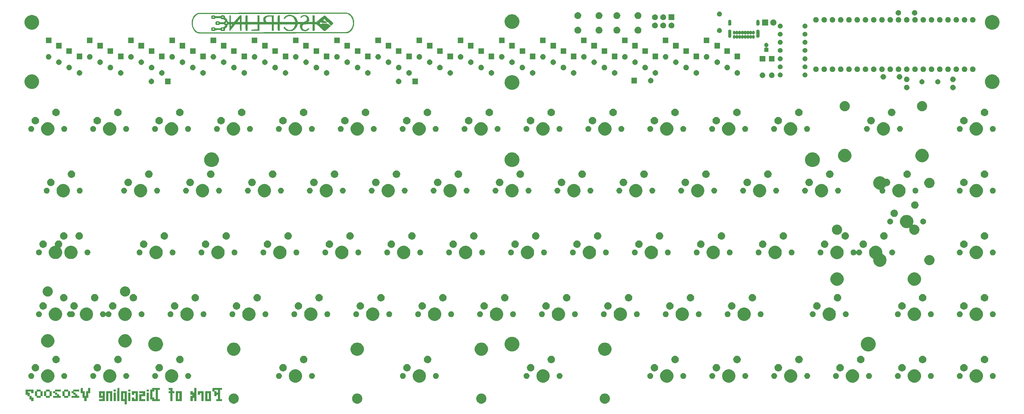
<source format=gbr>
G04 #@! TF.GenerationSoftware,KiCad,Pcbnew,(5.1.6-0-10_14)*
G04 #@! TF.CreationDate,2020-07-09T23:45:03+02:00*
G04 #@! TF.ProjectId,discipline-pcb,64697363-6970-46c6-996e-652d7063622e,rev?*
G04 #@! TF.SameCoordinates,Original*
G04 #@! TF.FileFunction,Soldermask,Bot*
G04 #@! TF.FilePolarity,Negative*
%FSLAX46Y46*%
G04 Gerber Fmt 4.6, Leading zero omitted, Abs format (unit mm)*
G04 Created by KiCad (PCBNEW (5.1.6-0-10_14)) date 2020-07-09 23:45:03*
%MOMM*%
%LPD*%
G01*
G04 APERTURE LIST*
%ADD10C,0.010000*%
%ADD11C,0.100000*%
G04 APERTURE END LIST*
D10*
G36*
X147760866Y-58940024D02*
G01*
X146879988Y-58940335D01*
X145936225Y-58940824D01*
X144927436Y-58941488D01*
X143851481Y-58942323D01*
X142706221Y-58943325D01*
X141489516Y-58944491D01*
X140199226Y-58945816D01*
X138833211Y-58947297D01*
X137389331Y-58948930D01*
X135865446Y-58950712D01*
X134259417Y-58952639D01*
X133963833Y-58952998D01*
X132609182Y-58954703D01*
X131270361Y-58956501D01*
X129950136Y-58958386D01*
X128651269Y-58960351D01*
X127376525Y-58962388D01*
X126128667Y-58964491D01*
X124910459Y-58966653D01*
X123724666Y-58968867D01*
X122574051Y-58971126D01*
X121461377Y-58973424D01*
X120389409Y-58975754D01*
X119360911Y-58978108D01*
X118378647Y-58980481D01*
X117445379Y-58982864D01*
X116563873Y-58985252D01*
X115736892Y-58987637D01*
X114967200Y-58990013D01*
X114257560Y-58992372D01*
X113610738Y-58994708D01*
X113029495Y-58997015D01*
X112516598Y-58999284D01*
X112074808Y-59001510D01*
X111706890Y-59003686D01*
X111415609Y-59005804D01*
X111203727Y-59007858D01*
X111082666Y-59009657D01*
X110683364Y-59018052D01*
X110359098Y-59025748D01*
X110100250Y-59033435D01*
X109897200Y-59041804D01*
X109740331Y-59051545D01*
X109620024Y-59063349D01*
X109526660Y-59077907D01*
X109450619Y-59095909D01*
X109382284Y-59118047D01*
X109337485Y-59134964D01*
X108982222Y-59317953D01*
X108654843Y-59574841D01*
X108361542Y-59897685D01*
X108108510Y-60278541D01*
X107901942Y-60709468D01*
X107751516Y-61168975D01*
X107674435Y-61581113D01*
X107641050Y-62032866D01*
X107651654Y-62491150D01*
X107706541Y-62922885D01*
X107734804Y-63055500D01*
X107880786Y-63524850D01*
X108082085Y-63954123D01*
X108332338Y-64335882D01*
X108625184Y-64662695D01*
X108954258Y-64927127D01*
X109313198Y-65121744D01*
X109581592Y-65213179D01*
X109596760Y-65217526D01*
X109609397Y-65221688D01*
X109621343Y-65225667D01*
X109634435Y-65229464D01*
X109650514Y-65233080D01*
X109671418Y-65236517D01*
X109698984Y-65239777D01*
X109735053Y-65242860D01*
X109781462Y-65245768D01*
X109840050Y-65248503D01*
X109912656Y-65251066D01*
X110001119Y-65253458D01*
X110107276Y-65255681D01*
X110232968Y-65257736D01*
X110380032Y-65259624D01*
X110550308Y-65261348D01*
X110745633Y-65262908D01*
X110967847Y-65264306D01*
X111218788Y-65265544D01*
X111500295Y-65266622D01*
X111814206Y-65267542D01*
X112162361Y-65268305D01*
X112546597Y-65268914D01*
X112968754Y-65269368D01*
X113430670Y-65269671D01*
X113934184Y-65269823D01*
X114481135Y-65269825D01*
X115073360Y-65269679D01*
X115712700Y-65269387D01*
X116400992Y-65268949D01*
X117140075Y-65268368D01*
X117931788Y-65267644D01*
X118777970Y-65266780D01*
X119680459Y-65265776D01*
X120641093Y-65264633D01*
X121661713Y-65263354D01*
X122744155Y-65261940D01*
X123890259Y-65260392D01*
X125101864Y-65258711D01*
X126380807Y-65256900D01*
X127728929Y-65254959D01*
X129148067Y-65252889D01*
X130640061Y-65250693D01*
X132206748Y-65248371D01*
X133849967Y-65245925D01*
X135571558Y-65243357D01*
X137373359Y-65240668D01*
X139257208Y-65237859D01*
X140081000Y-65236632D01*
X155469166Y-65213733D01*
X155716073Y-65120844D01*
X156131651Y-64920834D01*
X156499120Y-64654122D01*
X156815578Y-64325591D01*
X157078126Y-63940125D01*
X157283866Y-63502607D01*
X157429898Y-63017919D01*
X157513322Y-62490946D01*
X157533071Y-62060667D01*
X157525593Y-61891333D01*
X157254829Y-61891333D01*
X157245399Y-62428112D01*
X157164666Y-62935623D01*
X157015057Y-63407245D01*
X156799002Y-63836355D01*
X156518930Y-64216331D01*
X156331492Y-64408472D01*
X156121089Y-64588359D01*
X155926010Y-64716798D01*
X155714073Y-64812422D01*
X155530769Y-64872053D01*
X155507992Y-64877156D01*
X155474175Y-64882019D01*
X155427159Y-64886653D01*
X155364786Y-64891068D01*
X155284898Y-64895275D01*
X155185335Y-64899284D01*
X155063940Y-64903106D01*
X154918553Y-64906750D01*
X154747016Y-64910227D01*
X154547170Y-64913548D01*
X154316857Y-64916724D01*
X154053918Y-64919763D01*
X153756194Y-64922678D01*
X153421528Y-64925477D01*
X153047759Y-64928173D01*
X152632730Y-64930774D01*
X152174283Y-64933292D01*
X151670257Y-64935737D01*
X151118495Y-64938119D01*
X150516839Y-64940448D01*
X149863129Y-64942736D01*
X149155206Y-64944992D01*
X148390913Y-64947227D01*
X147568091Y-64949452D01*
X146684581Y-64951676D01*
X145738224Y-64953910D01*
X144726863Y-64956164D01*
X143648337Y-64958450D01*
X142500489Y-64960776D01*
X141281160Y-64963155D01*
X139988191Y-64965595D01*
X138619424Y-64968108D01*
X137172700Y-64970704D01*
X135645861Y-64973393D01*
X134036747Y-64976186D01*
X133857377Y-64976495D01*
X132147658Y-64979453D01*
X130520547Y-64982284D01*
X128973987Y-64984985D01*
X127505919Y-64987547D01*
X126114284Y-64989965D01*
X124797025Y-64992234D01*
X123552083Y-64994346D01*
X122377401Y-64996297D01*
X121270919Y-64998079D01*
X120230580Y-64999688D01*
X119254325Y-65001116D01*
X118340097Y-65002358D01*
X117485837Y-65003408D01*
X116689487Y-65004260D01*
X115948988Y-65004907D01*
X115262283Y-65005344D01*
X114627313Y-65005564D01*
X114042020Y-65005562D01*
X113504346Y-65005332D01*
X113012233Y-65004866D01*
X112563622Y-65004160D01*
X112156455Y-65003208D01*
X111788674Y-65002003D01*
X111458221Y-65000539D01*
X111163038Y-64998810D01*
X110901065Y-64996810D01*
X110670247Y-64994533D01*
X110468523Y-64991974D01*
X110293835Y-64989125D01*
X110144127Y-64985981D01*
X110017338Y-64982536D01*
X109911412Y-64978784D01*
X109824290Y-64974719D01*
X109753913Y-64970335D01*
X109698224Y-64965625D01*
X109655164Y-64960584D01*
X109622675Y-64955205D01*
X109598699Y-64949483D01*
X109581178Y-64943411D01*
X109568053Y-64936984D01*
X109557266Y-64930195D01*
X109546760Y-64923039D01*
X109534475Y-64915508D01*
X109518354Y-64907598D01*
X109511943Y-64904944D01*
X109139964Y-64712388D01*
X108807350Y-64446976D01*
X108518294Y-64112864D01*
X108276989Y-63714212D01*
X108244726Y-63648167D01*
X108110237Y-63336159D01*
X108017467Y-63044573D01*
X107958111Y-62740035D01*
X107923866Y-62389170D01*
X107921425Y-62348911D01*
X107927571Y-61802804D01*
X108008779Y-61279281D01*
X108162986Y-60787215D01*
X108388133Y-60335483D01*
X108389279Y-60333595D01*
X108576132Y-60076710D01*
X108812527Y-59827777D01*
X109073815Y-59609504D01*
X109335349Y-59444599D01*
X109376121Y-59424423D01*
X109664500Y-59287833D01*
X118237000Y-59261999D01*
X118989513Y-59259839D01*
X119820586Y-59257651D01*
X120724109Y-59255447D01*
X121693975Y-59253234D01*
X122724076Y-59251024D01*
X123808303Y-59248827D01*
X124940550Y-59246651D01*
X126114708Y-59244508D01*
X127324669Y-59242406D01*
X128564325Y-59240356D01*
X129827568Y-59238368D01*
X131108290Y-59236451D01*
X132400384Y-59234616D01*
X133697741Y-59232872D01*
X134994253Y-59231230D01*
X136283813Y-59229698D01*
X137560312Y-59228287D01*
X138817643Y-59227008D01*
X140049698Y-59225868D01*
X141118166Y-59224982D01*
X155426833Y-59213800D01*
X155664123Y-59304483D01*
X156038766Y-59492404D01*
X156371073Y-59753097D01*
X156659580Y-60085188D01*
X156883802Y-60450161D01*
X157051695Y-60822554D01*
X157165882Y-61200306D01*
X157233415Y-61610802D01*
X157254829Y-61891333D01*
X157525593Y-61891333D01*
X157512447Y-61593695D01*
X157446494Y-61174528D01*
X157329089Y-60775925D01*
X157154112Y-60370648D01*
X157152477Y-60367333D01*
X157036181Y-60147590D01*
X156918691Y-59966865D01*
X156777246Y-59793639D01*
X156613731Y-59621205D01*
X156360857Y-59385840D01*
X156123024Y-59212268D01*
X155877472Y-59086523D01*
X155601443Y-58994636D01*
X155586294Y-58990643D01*
X155561184Y-58985826D01*
X155522405Y-58981272D01*
X155467817Y-58976978D01*
X155395281Y-58972941D01*
X155302657Y-58969157D01*
X155187804Y-58965622D01*
X155048584Y-58962332D01*
X154882855Y-58959284D01*
X154688479Y-58956474D01*
X154463315Y-58953897D01*
X154205224Y-58951552D01*
X153912065Y-58949433D01*
X153581699Y-58947537D01*
X153211985Y-58945860D01*
X152800785Y-58944399D01*
X152345958Y-58943150D01*
X151845364Y-58942109D01*
X151296863Y-58941272D01*
X150698316Y-58940636D01*
X150047583Y-58940197D01*
X149342523Y-58939951D01*
X148580997Y-58939894D01*
X147760866Y-58940024D01*
G37*
X147760866Y-58940024D02*
X146879988Y-58940335D01*
X145936225Y-58940824D01*
X144927436Y-58941488D01*
X143851481Y-58942323D01*
X142706221Y-58943325D01*
X141489516Y-58944491D01*
X140199226Y-58945816D01*
X138833211Y-58947297D01*
X137389331Y-58948930D01*
X135865446Y-58950712D01*
X134259417Y-58952639D01*
X133963833Y-58952998D01*
X132609182Y-58954703D01*
X131270361Y-58956501D01*
X129950136Y-58958386D01*
X128651269Y-58960351D01*
X127376525Y-58962388D01*
X126128667Y-58964491D01*
X124910459Y-58966653D01*
X123724666Y-58968867D01*
X122574051Y-58971126D01*
X121461377Y-58973424D01*
X120389409Y-58975754D01*
X119360911Y-58978108D01*
X118378647Y-58980481D01*
X117445379Y-58982864D01*
X116563873Y-58985252D01*
X115736892Y-58987637D01*
X114967200Y-58990013D01*
X114257560Y-58992372D01*
X113610738Y-58994708D01*
X113029495Y-58997015D01*
X112516598Y-58999284D01*
X112074808Y-59001510D01*
X111706890Y-59003686D01*
X111415609Y-59005804D01*
X111203727Y-59007858D01*
X111082666Y-59009657D01*
X110683364Y-59018052D01*
X110359098Y-59025748D01*
X110100250Y-59033435D01*
X109897200Y-59041804D01*
X109740331Y-59051545D01*
X109620024Y-59063349D01*
X109526660Y-59077907D01*
X109450619Y-59095909D01*
X109382284Y-59118047D01*
X109337485Y-59134964D01*
X108982222Y-59317953D01*
X108654843Y-59574841D01*
X108361542Y-59897685D01*
X108108510Y-60278541D01*
X107901942Y-60709468D01*
X107751516Y-61168975D01*
X107674435Y-61581113D01*
X107641050Y-62032866D01*
X107651654Y-62491150D01*
X107706541Y-62922885D01*
X107734804Y-63055500D01*
X107880786Y-63524850D01*
X108082085Y-63954123D01*
X108332338Y-64335882D01*
X108625184Y-64662695D01*
X108954258Y-64927127D01*
X109313198Y-65121744D01*
X109581592Y-65213179D01*
X109596760Y-65217526D01*
X109609397Y-65221688D01*
X109621343Y-65225667D01*
X109634435Y-65229464D01*
X109650514Y-65233080D01*
X109671418Y-65236517D01*
X109698984Y-65239777D01*
X109735053Y-65242860D01*
X109781462Y-65245768D01*
X109840050Y-65248503D01*
X109912656Y-65251066D01*
X110001119Y-65253458D01*
X110107276Y-65255681D01*
X110232968Y-65257736D01*
X110380032Y-65259624D01*
X110550308Y-65261348D01*
X110745633Y-65262908D01*
X110967847Y-65264306D01*
X111218788Y-65265544D01*
X111500295Y-65266622D01*
X111814206Y-65267542D01*
X112162361Y-65268305D01*
X112546597Y-65268914D01*
X112968754Y-65269368D01*
X113430670Y-65269671D01*
X113934184Y-65269823D01*
X114481135Y-65269825D01*
X115073360Y-65269679D01*
X115712700Y-65269387D01*
X116400992Y-65268949D01*
X117140075Y-65268368D01*
X117931788Y-65267644D01*
X118777970Y-65266780D01*
X119680459Y-65265776D01*
X120641093Y-65264633D01*
X121661713Y-65263354D01*
X122744155Y-65261940D01*
X123890259Y-65260392D01*
X125101864Y-65258711D01*
X126380807Y-65256900D01*
X127728929Y-65254959D01*
X129148067Y-65252889D01*
X130640061Y-65250693D01*
X132206748Y-65248371D01*
X133849967Y-65245925D01*
X135571558Y-65243357D01*
X137373359Y-65240668D01*
X139257208Y-65237859D01*
X140081000Y-65236632D01*
X155469166Y-65213733D01*
X155716073Y-65120844D01*
X156131651Y-64920834D01*
X156499120Y-64654122D01*
X156815578Y-64325591D01*
X157078126Y-63940125D01*
X157283866Y-63502607D01*
X157429898Y-63017919D01*
X157513322Y-62490946D01*
X157533071Y-62060667D01*
X157525593Y-61891333D01*
X157254829Y-61891333D01*
X157245399Y-62428112D01*
X157164666Y-62935623D01*
X157015057Y-63407245D01*
X156799002Y-63836355D01*
X156518930Y-64216331D01*
X156331492Y-64408472D01*
X156121089Y-64588359D01*
X155926010Y-64716798D01*
X155714073Y-64812422D01*
X155530769Y-64872053D01*
X155507992Y-64877156D01*
X155474175Y-64882019D01*
X155427159Y-64886653D01*
X155364786Y-64891068D01*
X155284898Y-64895275D01*
X155185335Y-64899284D01*
X155063940Y-64903106D01*
X154918553Y-64906750D01*
X154747016Y-64910227D01*
X154547170Y-64913548D01*
X154316857Y-64916724D01*
X154053918Y-64919763D01*
X153756194Y-64922678D01*
X153421528Y-64925477D01*
X153047759Y-64928173D01*
X152632730Y-64930774D01*
X152174283Y-64933292D01*
X151670257Y-64935737D01*
X151118495Y-64938119D01*
X150516839Y-64940448D01*
X149863129Y-64942736D01*
X149155206Y-64944992D01*
X148390913Y-64947227D01*
X147568091Y-64949452D01*
X146684581Y-64951676D01*
X145738224Y-64953910D01*
X144726863Y-64956164D01*
X143648337Y-64958450D01*
X142500489Y-64960776D01*
X141281160Y-64963155D01*
X139988191Y-64965595D01*
X138619424Y-64968108D01*
X137172700Y-64970704D01*
X135645861Y-64973393D01*
X134036747Y-64976186D01*
X133857377Y-64976495D01*
X132147658Y-64979453D01*
X130520547Y-64982284D01*
X128973987Y-64984985D01*
X127505919Y-64987547D01*
X126114284Y-64989965D01*
X124797025Y-64992234D01*
X123552083Y-64994346D01*
X122377401Y-64996297D01*
X121270919Y-64998079D01*
X120230580Y-64999688D01*
X119254325Y-65001116D01*
X118340097Y-65002358D01*
X117485837Y-65003408D01*
X116689487Y-65004260D01*
X115948988Y-65004907D01*
X115262283Y-65005344D01*
X114627313Y-65005564D01*
X114042020Y-65005562D01*
X113504346Y-65005332D01*
X113012233Y-65004866D01*
X112563622Y-65004160D01*
X112156455Y-65003208D01*
X111788674Y-65002003D01*
X111458221Y-65000539D01*
X111163038Y-64998810D01*
X110901065Y-64996810D01*
X110670247Y-64994533D01*
X110468523Y-64991974D01*
X110293835Y-64989125D01*
X110144127Y-64985981D01*
X110017338Y-64982536D01*
X109911412Y-64978784D01*
X109824290Y-64974719D01*
X109753913Y-64970335D01*
X109698224Y-64965625D01*
X109655164Y-64960584D01*
X109622675Y-64955205D01*
X109598699Y-64949483D01*
X109581178Y-64943411D01*
X109568053Y-64936984D01*
X109557266Y-64930195D01*
X109546760Y-64923039D01*
X109534475Y-64915508D01*
X109518354Y-64907598D01*
X109511943Y-64904944D01*
X109139964Y-64712388D01*
X108807350Y-64446976D01*
X108518294Y-64112864D01*
X108276989Y-63714212D01*
X108244726Y-63648167D01*
X108110237Y-63336159D01*
X108017467Y-63044573D01*
X107958111Y-62740035D01*
X107923866Y-62389170D01*
X107921425Y-62348911D01*
X107927571Y-61802804D01*
X108008779Y-61279281D01*
X108162986Y-60787215D01*
X108388133Y-60335483D01*
X108389279Y-60333595D01*
X108576132Y-60076710D01*
X108812527Y-59827777D01*
X109073815Y-59609504D01*
X109335349Y-59444599D01*
X109376121Y-59424423D01*
X109664500Y-59287833D01*
X118237000Y-59261999D01*
X118989513Y-59259839D01*
X119820586Y-59257651D01*
X120724109Y-59255447D01*
X121693975Y-59253234D01*
X122724076Y-59251024D01*
X123808303Y-59248827D01*
X124940550Y-59246651D01*
X126114708Y-59244508D01*
X127324669Y-59242406D01*
X128564325Y-59240356D01*
X129827568Y-59238368D01*
X131108290Y-59236451D01*
X132400384Y-59234616D01*
X133697741Y-59232872D01*
X134994253Y-59231230D01*
X136283813Y-59229698D01*
X137560312Y-59228287D01*
X138817643Y-59227008D01*
X140049698Y-59225868D01*
X141118166Y-59224982D01*
X155426833Y-59213800D01*
X155664123Y-59304483D01*
X156038766Y-59492404D01*
X156371073Y-59753097D01*
X156659580Y-60085188D01*
X156883802Y-60450161D01*
X157051695Y-60822554D01*
X157165882Y-61200306D01*
X157233415Y-61610802D01*
X157254829Y-61891333D01*
X157525593Y-61891333D01*
X157512447Y-61593695D01*
X157446494Y-61174528D01*
X157329089Y-60775925D01*
X157154112Y-60370648D01*
X157152477Y-60367333D01*
X157036181Y-60147590D01*
X156918691Y-59966865D01*
X156777246Y-59793639D01*
X156613731Y-59621205D01*
X156360857Y-59385840D01*
X156123024Y-59212268D01*
X155877472Y-59086523D01*
X155601443Y-58994636D01*
X155586294Y-58990643D01*
X155561184Y-58985826D01*
X155522405Y-58981272D01*
X155467817Y-58976978D01*
X155395281Y-58972941D01*
X155302657Y-58969157D01*
X155187804Y-58965622D01*
X155048584Y-58962332D01*
X154882855Y-58959284D01*
X154688479Y-58956474D01*
X154463315Y-58953897D01*
X154205224Y-58951552D01*
X153912065Y-58949433D01*
X153581699Y-58947537D01*
X153211985Y-58945860D01*
X152800785Y-58944399D01*
X152345958Y-58943150D01*
X151845364Y-58942109D01*
X151296863Y-58941272D01*
X150698316Y-58940636D01*
X150047583Y-58940197D01*
X149342523Y-58939951D01*
X148580997Y-58939894D01*
X147760866Y-58940024D01*
G36*
X137546362Y-59640160D02*
G01*
X137176113Y-59690768D01*
X136942011Y-59755730D01*
X136703944Y-59864901D01*
X136469046Y-60016842D01*
X136258090Y-60194532D01*
X136091847Y-60380951D01*
X136005996Y-60522746D01*
X135979696Y-60608343D01*
X136009560Y-60670573D01*
X136054962Y-60710973D01*
X136179554Y-60782194D01*
X136279425Y-60772715D01*
X136356608Y-60682160D01*
X136370009Y-60653083D01*
X136497374Y-60454275D01*
X136706086Y-60267709D01*
X136993398Y-60095774D01*
X137033000Y-60076251D01*
X137185407Y-60005222D01*
X137305461Y-59960381D01*
X137421976Y-59935792D01*
X137563765Y-59925522D01*
X137759643Y-59923634D01*
X137773833Y-59923658D01*
X137992153Y-59927850D01*
X138151580Y-59941985D01*
X138277670Y-59969905D01*
X138395976Y-60015450D01*
X138401615Y-60018017D01*
X138712342Y-60205673D01*
X138980817Y-60460807D01*
X139200741Y-60774244D01*
X139365815Y-61136806D01*
X139469740Y-61539320D01*
X139476999Y-61584519D01*
X139517029Y-61849000D01*
X134706172Y-61849000D01*
X134694836Y-60822417D01*
X134683500Y-59795833D01*
X134451952Y-59782715D01*
X134304653Y-59781132D01*
X134216661Y-59800723D01*
X134166202Y-59843723D01*
X134147233Y-59894130D01*
X134132800Y-59992180D01*
X134122490Y-60145819D01*
X134115887Y-60362989D01*
X134112580Y-60651634D01*
X134112000Y-60883424D01*
X134112000Y-61849000D01*
X132843505Y-61849000D01*
X132291666Y-61849000D01*
X130690195Y-61849000D01*
X130520212Y-61655889D01*
X130366661Y-61424913D01*
X130290249Y-61178723D01*
X130287872Y-60929125D01*
X130356431Y-60687924D01*
X130492822Y-60466924D01*
X130693944Y-60277930D01*
X130915833Y-60150211D01*
X131018428Y-60109372D01*
X131123450Y-60081841D01*
X131251221Y-60064983D01*
X131422064Y-60056167D01*
X131656302Y-60052759D01*
X131668559Y-60052691D01*
X131901461Y-60053298D01*
X132063097Y-60058929D01*
X132166789Y-60070973D01*
X132225859Y-60090820D01*
X132249994Y-60113333D01*
X132262470Y-60173782D01*
X132273447Y-60304819D01*
X132282283Y-60492366D01*
X132288336Y-60722349D01*
X132290964Y-60980693D01*
X132291018Y-61012917D01*
X132291666Y-61849000D01*
X132843505Y-61849000D01*
X132832169Y-60822417D01*
X132820833Y-59795833D01*
X131986308Y-59784360D01*
X131634793Y-59782088D01*
X131354464Y-59786438D01*
X131132057Y-59798008D01*
X130954305Y-59817400D01*
X130850579Y-59835690D01*
X130468875Y-59943828D01*
X130160511Y-60093976D01*
X129925103Y-60286518D01*
X129762263Y-60521837D01*
X129671606Y-60800316D01*
X129650818Y-61027137D01*
X129655994Y-61213493D01*
X129682444Y-61359947D01*
X129740085Y-61510498D01*
X129777228Y-61588054D01*
X129906564Y-61849000D01*
X128440838Y-61849000D01*
X128429502Y-60822417D01*
X128418166Y-59795833D01*
X127910166Y-59795833D01*
X127898831Y-60822417D01*
X127887495Y-61849000D01*
X124798666Y-61849000D01*
X124798666Y-60862633D01*
X124797189Y-60513617D01*
X124792556Y-60243049D01*
X124784464Y-60044759D01*
X124772611Y-59912577D01*
X124756695Y-59840332D01*
X124747866Y-59825466D01*
X124669728Y-59791939D01*
X124544765Y-59776951D01*
X124408764Y-59780503D01*
X124297514Y-59802595D01*
X124256800Y-59825466D01*
X124238901Y-59872051D01*
X124225205Y-59975716D01*
X124215409Y-60142631D01*
X124209212Y-60378968D01*
X124206311Y-60690896D01*
X124206000Y-60862633D01*
X124206000Y-61849000D01*
X122937505Y-61849000D01*
X122931195Y-61277500D01*
X122512666Y-61277500D01*
X122512666Y-61849000D01*
X122023335Y-61849000D01*
X121807097Y-61847004D01*
X121665083Y-61840218D01*
X121586929Y-61827442D01*
X121562268Y-61807479D01*
X121565709Y-61796083D01*
X121617531Y-61721587D01*
X121707128Y-61604615D01*
X121823504Y-61458394D01*
X121955659Y-61296152D01*
X122092596Y-61131119D01*
X122223317Y-60976521D01*
X122336823Y-60845587D01*
X122422117Y-60751545D01*
X122468201Y-60707623D01*
X122472019Y-60706000D01*
X122488199Y-60746365D01*
X122500917Y-60859668D01*
X122509344Y-61034223D01*
X122512648Y-61258341D01*
X122512666Y-61277500D01*
X122931195Y-61277500D01*
X122926169Y-60822417D01*
X122914833Y-59795833D01*
X122727729Y-59782465D01*
X122589056Y-59779293D01*
X122472024Y-59787736D01*
X122447538Y-59792459D01*
X122394299Y-59832239D01*
X122294425Y-59933672D01*
X122152779Y-60091211D01*
X121974227Y-60299305D01*
X121763631Y-60552406D01*
X121535960Y-60832411D01*
X120717470Y-61849000D01*
X119634000Y-61849000D01*
X119633422Y-60907083D01*
X119632136Y-60627797D01*
X119628858Y-60372689D01*
X119623935Y-60155447D01*
X119617710Y-59989760D01*
X119610527Y-59889318D01*
X119607318Y-59869917D01*
X119573911Y-59805806D01*
X119502454Y-59778767D01*
X119417396Y-59774667D01*
X119253000Y-59774667D01*
X119253000Y-61849000D01*
X119067369Y-61849000D01*
X118937665Y-61838838D01*
X118858186Y-61799274D01*
X118812833Y-61743839D01*
X118726415Y-61656764D01*
X118638631Y-61612249D01*
X118579309Y-61590068D01*
X118547744Y-61546760D01*
X118535308Y-61459903D01*
X118533333Y-61338556D01*
X118530830Y-61228982D01*
X118516770Y-61141721D01*
X118481324Y-61063178D01*
X118414666Y-60979756D01*
X118306966Y-60877861D01*
X118148399Y-60743897D01*
X118037972Y-60653281D01*
X117919757Y-60552499D01*
X117853537Y-60476859D01*
X117824060Y-60400060D01*
X117816075Y-60295798D01*
X117815722Y-60269981D01*
X117798799Y-60113333D01*
X117390333Y-60113333D01*
X117390333Y-60494333D01*
X116924666Y-60494333D01*
X116924666Y-60113333D01*
X114511666Y-60113333D01*
X114511666Y-60494333D01*
X114046000Y-60494333D01*
X114046000Y-60113333D01*
X114511666Y-60113333D01*
X116924666Y-60113333D01*
X117390333Y-60113333D01*
X117798799Y-60113333D01*
X117792938Y-60059081D01*
X117724098Y-59906467D01*
X117601123Y-59805538D01*
X117415930Y-59749695D01*
X117160438Y-59732335D01*
X117157500Y-59732333D01*
X116907025Y-59748109D01*
X116726264Y-59797690D01*
X116605923Y-59884453D01*
X116562460Y-59948589D01*
X116499159Y-60071000D01*
X114919999Y-60071000D01*
X114805139Y-59933417D01*
X114749347Y-59869756D01*
X114697304Y-59829573D01*
X114628664Y-59807465D01*
X114523082Y-59798031D01*
X114360213Y-59795871D01*
X114286884Y-59795833D01*
X114095173Y-59797675D01*
X113967425Y-59805960D01*
X113882964Y-59824827D01*
X113821117Y-59858414D01*
X113774244Y-59898462D01*
X113717004Y-59960901D01*
X113684094Y-60030300D01*
X113668954Y-60131551D01*
X113665029Y-60289545D01*
X113665000Y-60313137D01*
X113668367Y-60481257D01*
X113682645Y-60589918D01*
X113714099Y-60664198D01*
X113768909Y-60729091D01*
X113827861Y-60780154D01*
X113893977Y-60811141D01*
X113989357Y-60826964D01*
X114136100Y-60832529D01*
X114236678Y-60833000D01*
X114503202Y-60819811D01*
X114694737Y-60778988D01*
X114816952Y-60708643D01*
X114871352Y-60621797D01*
X114884718Y-60592133D01*
X114910985Y-60570294D01*
X114961765Y-60555085D01*
X115048667Y-60545314D01*
X115183300Y-60539785D01*
X115377273Y-60537303D01*
X115642197Y-60536675D01*
X115698765Y-60536667D01*
X116499159Y-60536667D01*
X116562460Y-60659077D01*
X116649783Y-60764656D01*
X116789139Y-60833268D01*
X116990988Y-60868614D01*
X117174400Y-60875543D01*
X117322467Y-60878654D01*
X117426719Y-60895559D01*
X117518262Y-60938026D01*
X117628200Y-61017819D01*
X117697250Y-61073331D01*
X117825144Y-61181943D01*
X117898594Y-61261992D01*
X117932001Y-61334205D01*
X117939764Y-61419305D01*
X117939750Y-61422371D01*
X117926345Y-61533370D01*
X117871481Y-61599865D01*
X117802167Y-61637333D01*
X117696626Y-61707290D01*
X117626198Y-61790783D01*
X117623711Y-61796083D01*
X117604873Y-61831923D01*
X117576123Y-61857418D01*
X117524359Y-61874329D01*
X117436481Y-61884415D01*
X117299385Y-61889437D01*
X117099972Y-61891155D01*
X116914628Y-61891333D01*
X116628764Y-61888548D01*
X116420832Y-61880289D01*
X116292995Y-61866700D01*
X116247415Y-61847925D01*
X116247333Y-61846978D01*
X116218793Y-61791031D01*
X116148751Y-61711580D01*
X116135318Y-61698812D01*
X116076845Y-61650829D01*
X116013298Y-61620403D01*
X115924489Y-61603587D01*
X115790230Y-61596436D01*
X115604227Y-61595000D01*
X115409368Y-61596572D01*
X115279350Y-61603910D01*
X115194365Y-61620951D01*
X115134608Y-61651629D01*
X115081242Y-61698909D01*
X115028747Y-61760084D01*
X114997561Y-61829177D01*
X114982285Y-61929388D01*
X114977520Y-62083917D01*
X114977333Y-62145430D01*
X114979599Y-62319204D01*
X114990255Y-62431412D01*
X115015085Y-62505113D01*
X115059878Y-62563367D01*
X115089348Y-62591855D01*
X115148484Y-62640261D01*
X115212862Y-62670775D01*
X115302980Y-62687466D01*
X115439335Y-62694401D01*
X115612333Y-62695667D01*
X115805847Y-62693922D01*
X115935219Y-62685977D01*
X116020947Y-62667763D01*
X116083529Y-62635209D01*
X116135318Y-62591855D01*
X116209813Y-62511514D01*
X116246526Y-62449754D01*
X116247333Y-62443688D01*
X116289247Y-62424755D01*
X116413605Y-62410963D01*
X116618333Y-62402447D01*
X116901357Y-62399344D01*
X116921814Y-62399333D01*
X117175934Y-62400049D01*
X117357988Y-62403140D01*
X117480572Y-62410019D01*
X117556283Y-62422099D01*
X117597714Y-62440795D01*
X117617463Y-62467518D01*
X117621203Y-62477812D01*
X117673005Y-62548014D01*
X117769390Y-62621835D01*
X117793389Y-62635606D01*
X117892001Y-62700837D01*
X117933358Y-62775594D01*
X117940666Y-62869756D01*
X117933859Y-62953608D01*
X117904275Y-63024326D01*
X117838174Y-63101211D01*
X117721816Y-63203562D01*
X117676262Y-63241129D01*
X117411857Y-63457667D01*
X117073012Y-63459013D01*
X116870771Y-63465909D01*
X116733046Y-63489671D01*
X116640209Y-63537781D01*
X116572629Y-63617724D01*
X116549092Y-63658750D01*
X116528807Y-63691905D01*
X116500431Y-63716309D01*
X116451991Y-63733302D01*
X116371514Y-63744224D01*
X116247029Y-63750416D01*
X116066563Y-63753219D01*
X115818143Y-63753972D01*
X115698363Y-63754000D01*
X115419403Y-63753579D01*
X115213497Y-63751521D01*
X115069031Y-63746629D01*
X114974392Y-63737709D01*
X114917969Y-63723565D01*
X114888149Y-63703001D01*
X114873320Y-63674822D01*
X114871352Y-63668869D01*
X114794829Y-63564542D01*
X114642382Y-63495495D01*
X114413508Y-63461547D01*
X114278833Y-63457666D01*
X114019722Y-63474457D01*
X113831248Y-63524065D01*
X113716916Y-63605340D01*
X113691297Y-63650063D01*
X113677999Y-63725471D01*
X113668543Y-63856882D01*
X113665000Y-64013484D01*
X113668409Y-64174857D01*
X113683540Y-64277858D01*
X113717749Y-64348665D01*
X113777015Y-64412188D01*
X113841496Y-64463909D01*
X113912734Y-64494996D01*
X114013756Y-64510559D01*
X114167591Y-64515710D01*
X114244784Y-64516000D01*
X114510907Y-64502116D01*
X114701788Y-64459358D01*
X114822358Y-64386061D01*
X114871352Y-64304797D01*
X114884798Y-64274980D01*
X114911228Y-64253081D01*
X114962325Y-64237887D01*
X115049772Y-64228187D01*
X115185252Y-64222768D01*
X115380450Y-64220418D01*
X115647048Y-64219925D01*
X115689269Y-64219934D01*
X116480166Y-64220202D01*
X116552501Y-64347317D01*
X116627879Y-64444880D01*
X116732260Y-64508885D01*
X116880786Y-64543851D01*
X117088599Y-64554301D01*
X117235277Y-64551174D01*
X117417351Y-64542479D01*
X117536189Y-64528948D01*
X117613213Y-64504609D01*
X117669846Y-64463488D01*
X117711527Y-64418389D01*
X117777654Y-64318560D01*
X117808002Y-64198795D01*
X117813666Y-64073153D01*
X117813666Y-63846693D01*
X117873342Y-63796333D01*
X117390333Y-63796333D01*
X117390333Y-64177333D01*
X116924666Y-64177333D01*
X116924666Y-63796333D01*
X114511666Y-63796333D01*
X114511666Y-64177333D01*
X114046000Y-64177333D01*
X114046000Y-63796333D01*
X114511666Y-63796333D01*
X116924666Y-63796333D01*
X117390333Y-63796333D01*
X117873342Y-63796333D01*
X118149389Y-63563382D01*
X118292108Y-63439021D01*
X118409720Y-63329189D01*
X118487146Y-63248392D01*
X118509222Y-63217240D01*
X118522956Y-63140842D01*
X118531688Y-63014220D01*
X118533333Y-62927890D01*
X118539035Y-62789580D01*
X118560679Y-62713774D01*
X118605077Y-62678804D01*
X118612417Y-62676272D01*
X118701876Y-62625762D01*
X118767145Y-62567586D01*
X118852190Y-62509466D01*
X118983554Y-62485646D01*
X119047894Y-62484000D01*
X119253000Y-62484000D01*
X119253000Y-63497501D01*
X119254660Y-63813550D01*
X119259410Y-64083341D01*
X119266906Y-64298088D01*
X119276805Y-64449007D01*
X119288763Y-64527311D01*
X119293643Y-64536122D01*
X119329033Y-64510518D01*
X119410177Y-64426116D01*
X119530439Y-64290627D01*
X119683183Y-64111763D01*
X119861771Y-63897236D01*
X120059567Y-63654758D01*
X120165857Y-63522620D01*
X120975914Y-62510869D01*
X120145824Y-62510869D01*
X120129296Y-62562594D01*
X120064425Y-62654968D01*
X119950589Y-62799551D01*
X119890505Y-62875479D01*
X119794331Y-62989226D01*
X119715812Y-63067023D01*
X119670500Y-63093660D01*
X119668255Y-63092841D01*
X119651187Y-63042956D01*
X119638914Y-62932049D01*
X119634007Y-62783736D01*
X119634000Y-62777835D01*
X119634000Y-62484000D01*
X119911567Y-62484000D01*
X120036338Y-62483132D01*
X120114631Y-62488235D01*
X120145824Y-62510869D01*
X120975914Y-62510869D01*
X120997427Y-62484000D01*
X122511106Y-62484000D01*
X122522470Y-63468250D01*
X122533833Y-64452500D01*
X122914833Y-64452500D01*
X122926197Y-63468250D01*
X122937560Y-62484000D01*
X124204439Y-62484000D01*
X124215803Y-63468250D01*
X124227166Y-64452500D01*
X124477240Y-64465394D01*
X124647398Y-64464979D01*
X124742388Y-64441437D01*
X124762341Y-64423061D01*
X124772554Y-64366155D01*
X124781653Y-64237557D01*
X124789173Y-64050238D01*
X124794651Y-63817171D01*
X124797623Y-63551328D01*
X124798018Y-63425917D01*
X124798666Y-62484000D01*
X127890828Y-62484000D01*
X127879331Y-63298917D01*
X127867833Y-64113833D01*
X126962217Y-64135000D01*
X126659461Y-64142722D01*
X126430462Y-64150571D01*
X126264316Y-64159637D01*
X126150117Y-64171010D01*
X126076962Y-64185781D01*
X126033947Y-64205042D01*
X126010167Y-64229881D01*
X126009934Y-64230250D01*
X125985916Y-64321313D01*
X126009997Y-64378416D01*
X126029783Y-64400302D01*
X126064641Y-64417429D01*
X126124105Y-64430373D01*
X126217707Y-64439708D01*
X126354980Y-64446010D01*
X126545456Y-64449854D01*
X126798668Y-64451817D01*
X127124150Y-64452472D01*
X127237447Y-64452500D01*
X128418166Y-64452500D01*
X128440894Y-62484000D01*
X132290106Y-62484000D01*
X132301470Y-63468250D01*
X132312833Y-64452500D01*
X132820833Y-64452500D01*
X132832197Y-63468250D01*
X132843560Y-62484000D01*
X134112000Y-62484000D01*
X134112000Y-63407242D01*
X134113476Y-63740030D01*
X134118194Y-63996203D01*
X134126588Y-64183765D01*
X134139095Y-64310723D01*
X134156148Y-64385080D01*
X134166202Y-64404610D01*
X134219854Y-64449096D01*
X134310128Y-64467565D01*
X134451952Y-64465618D01*
X134683500Y-64452500D01*
X134694863Y-63468250D01*
X134706227Y-62484000D01*
X139488333Y-62484000D01*
X139488333Y-62571786D01*
X139469664Y-62693219D01*
X139419861Y-62864729D01*
X139348232Y-63062010D01*
X139264083Y-63260755D01*
X139176721Y-63436657D01*
X139122328Y-63527672D01*
X138876770Y-63826468D01*
X138582200Y-64060717D01*
X138435762Y-64142997D01*
X138334313Y-64187662D01*
X138231319Y-64216426D01*
X138104246Y-64232610D01*
X137930564Y-64239532D01*
X137772943Y-64240643D01*
X137562538Y-64239149D01*
X137412158Y-64231463D01*
X137297177Y-64213086D01*
X137192968Y-64179518D01*
X137074908Y-64126260D01*
X137032110Y-64105277D01*
X136745162Y-63931174D01*
X136514453Y-63724067D01*
X136353890Y-63496488D01*
X136351629Y-63492086D01*
X136268526Y-63372550D01*
X136175879Y-63334172D01*
X136061851Y-63373478D01*
X136026419Y-63396567D01*
X135949409Y-63474702D01*
X135932145Y-63566554D01*
X135977577Y-63680824D01*
X136088651Y-63826212D01*
X136218083Y-63962175D01*
X136445205Y-64167498D01*
X136664160Y-64315250D01*
X136905568Y-64423116D01*
X137137144Y-64493019D01*
X137356410Y-64532249D01*
X137621737Y-64553421D01*
X137903874Y-64556586D01*
X138173570Y-64541790D01*
X138401572Y-64509084D01*
X138475233Y-64490795D01*
X138861291Y-64336434D01*
X139216268Y-64114607D01*
X139529938Y-63836321D01*
X139792069Y-63512586D01*
X139992434Y-63154409D01*
X140120802Y-62772798D01*
X140135087Y-62704508D01*
X140185038Y-62441667D01*
X140662186Y-62441667D01*
X140851793Y-62442678D01*
X141005704Y-62445425D01*
X141107038Y-62449476D01*
X141139333Y-62453882D01*
X141121963Y-62495444D01*
X141078328Y-62585344D01*
X141057220Y-62627158D01*
X140966538Y-62893399D01*
X140943825Y-63184712D01*
X140984572Y-63482404D01*
X141084270Y-63767782D01*
X141238409Y-64022153D01*
X141442480Y-64226825D01*
X141443255Y-64227416D01*
X141757887Y-64420291D01*
X142099012Y-64536309D01*
X142203137Y-64556266D01*
X142349179Y-64578236D01*
X142462774Y-64592165D01*
X142515166Y-64595065D01*
X142578777Y-64586459D01*
X142694745Y-64569926D01*
X142775059Y-64558247D01*
X143036560Y-64485780D01*
X143295022Y-64354566D01*
X143516345Y-64183338D01*
X143579793Y-64116174D01*
X143682012Y-63968249D01*
X143706660Y-63853394D01*
X143653749Y-63770781D01*
X143585570Y-63736619D01*
X143516387Y-63720369D01*
X143456943Y-63736514D01*
X143385324Y-63796917D01*
X143298315Y-63892140D01*
X143153011Y-64028772D01*
X142978697Y-64153959D01*
X142893133Y-64201838D01*
X142739547Y-64268708D01*
X142615248Y-64296715D01*
X142479101Y-64293998D01*
X142445801Y-64290363D01*
X142167674Y-64217918D01*
X141933092Y-64076269D01*
X141750879Y-63873429D01*
X141629859Y-63617415D01*
X141605930Y-63527526D01*
X141580877Y-63248725D01*
X141633262Y-62997285D01*
X141761276Y-62779527D01*
X141844637Y-62692794D01*
X141920531Y-62624321D01*
X141987259Y-62569573D01*
X142054975Y-62527016D01*
X142133834Y-62495116D01*
X142233990Y-62472340D01*
X142365599Y-62457155D01*
X142538815Y-62448028D01*
X142763793Y-62443425D01*
X143050688Y-62441812D01*
X143409654Y-62441657D01*
X143507744Y-62441667D01*
X144820801Y-62441667D01*
X144832150Y-63447083D01*
X144843500Y-64452500D01*
X145093573Y-64465394D01*
X145263731Y-64464979D01*
X145358722Y-64441437D01*
X145378675Y-64423061D01*
X145388778Y-64366315D01*
X145397798Y-64237712D01*
X145405285Y-64050059D01*
X145410790Y-63816165D01*
X145413864Y-63548837D01*
X145414352Y-63404750D01*
X145415000Y-62441667D01*
X145715132Y-62441667D01*
X145873716Y-62443884D01*
X145979917Y-62458767D01*
X146065883Y-62498663D01*
X146163764Y-62575920D01*
X146238705Y-62642750D01*
X146665026Y-63026368D01*
X147033139Y-63357070D01*
X147347833Y-63638508D01*
X147613896Y-63874334D01*
X147836115Y-64068199D01*
X148019280Y-64223755D01*
X148168179Y-64344653D01*
X148287600Y-64434546D01*
X148382332Y-64497085D01*
X148457163Y-64535922D01*
X148516881Y-64554708D01*
X148566274Y-64557096D01*
X148610132Y-64546738D01*
X148653242Y-64527284D01*
X148686648Y-64509620D01*
X148746865Y-64466616D01*
X148855200Y-64378518D01*
X149001370Y-64254534D01*
X149175090Y-64103874D01*
X149366077Y-63935748D01*
X149564048Y-63759364D01*
X149758720Y-63583932D01*
X149939808Y-63418662D01*
X150097030Y-63272762D01*
X150220102Y-63155443D01*
X150298740Y-63075913D01*
X150323019Y-63044164D01*
X150291756Y-63004667D01*
X150210202Y-62924754D01*
X150092955Y-62818392D01*
X150026221Y-62760268D01*
X149877602Y-62636808D01*
X149771274Y-62562117D01*
X149688780Y-62525991D01*
X149611664Y-62518224D01*
X149590811Y-62519540D01*
X149458821Y-62505953D01*
X149330660Y-62431220D01*
X149311089Y-62415200D01*
X149257687Y-62372366D01*
X149205399Y-62341190D01*
X149139879Y-62319384D01*
X149046784Y-62304662D01*
X148911768Y-62294734D01*
X148720488Y-62287314D01*
X148465132Y-62280284D01*
X147757638Y-62261876D01*
X147646577Y-62372938D01*
X147499203Y-62468444D01*
X147337726Y-62488825D01*
X147183184Y-62434807D01*
X147090930Y-62353752D01*
X147002295Y-62204180D01*
X146996529Y-62068966D01*
X147072353Y-61953105D01*
X147104627Y-61933667D01*
X118491000Y-61933667D01*
X118491000Y-62357000D01*
X117983000Y-62357000D01*
X117983000Y-61933667D01*
X115866333Y-61933667D01*
X115866333Y-62357000D01*
X115358333Y-62357000D01*
X115358333Y-61933667D01*
X115866333Y-61933667D01*
X117983000Y-61933667D01*
X118491000Y-61933667D01*
X147104627Y-61933667D01*
X147215549Y-61866861D01*
X147391835Y-61835706D01*
X147563374Y-61886327D01*
X147658699Y-61954863D01*
X147709209Y-61978206D01*
X147808794Y-61996243D01*
X147966626Y-62009795D01*
X148191873Y-62019685D01*
X148452582Y-62026000D01*
X148690253Y-62029237D01*
X148895197Y-62029820D01*
X149053856Y-62027889D01*
X149152669Y-62023589D01*
X149179523Y-62018333D01*
X149148381Y-61982616D01*
X149068285Y-61905954D01*
X148954400Y-61802692D01*
X148910975Y-61764333D01*
X148763548Y-61641591D01*
X148652994Y-61568924D01*
X148558350Y-61534572D01*
X148487849Y-61526949D01*
X148320570Y-61492584D01*
X148191266Y-61410991D01*
X148108585Y-61298558D01*
X148081172Y-61171671D01*
X148117674Y-61046720D01*
X148191276Y-60964855D01*
X148353544Y-60884393D01*
X148522025Y-60884815D01*
X148681724Y-60965038D01*
X148724578Y-61003399D01*
X148811044Y-61109800D01*
X148833038Y-61199836D01*
X148828265Y-61228597D01*
X148827080Y-61285413D01*
X148859293Y-61350272D01*
X148935304Y-61437106D01*
X149065514Y-61559846D01*
X149096110Y-61587365D01*
X149245180Y-61716044D01*
X149353911Y-61795154D01*
X149441108Y-61835711D01*
X149525578Y-61848730D01*
X149542757Y-61849000D01*
X149684868Y-61879582D01*
X149811960Y-61958361D01*
X149902964Y-62065881D01*
X149936814Y-62182689D01*
X149934025Y-62210298D01*
X149934546Y-62268457D01*
X149965804Y-62333070D01*
X150038223Y-62417813D01*
X150162230Y-62536360D01*
X150227641Y-62595438D01*
X150541229Y-62876098D01*
X150655698Y-62776270D01*
X150865587Y-62587237D01*
X151011923Y-62437765D01*
X151099677Y-62317689D01*
X151133821Y-62216844D01*
X151119327Y-62125065D01*
X151061166Y-62032186D01*
X151034750Y-62001250D01*
X150959653Y-61924889D01*
X150834365Y-61806195D01*
X150667522Y-61652732D01*
X150467763Y-61472064D01*
X150243727Y-61271757D01*
X150004051Y-61059373D01*
X149757374Y-60842477D01*
X149512333Y-60628634D01*
X149277567Y-60425408D01*
X149061714Y-60240363D01*
X148873411Y-60081063D01*
X148721298Y-59955072D01*
X148614011Y-59869956D01*
X148560190Y-59833278D01*
X148558250Y-59832608D01*
X148440126Y-59823328D01*
X148358329Y-59834092D01*
X148303095Y-59867771D01*
X148193141Y-59951698D01*
X148036424Y-60079195D01*
X147840899Y-60243589D01*
X147614523Y-60438202D01*
X147365251Y-60656358D01*
X147142021Y-60854681D01*
X146030385Y-61849000D01*
X145415000Y-61849000D01*
X145415000Y-60883424D01*
X145413627Y-60543619D01*
X145409230Y-60280497D01*
X145401398Y-60086113D01*
X145389714Y-59952524D01*
X145373765Y-59871785D01*
X145360798Y-59843723D01*
X145307146Y-59799237D01*
X145216872Y-59780768D01*
X145075048Y-59782715D01*
X144843500Y-59795833D01*
X144832164Y-60822417D01*
X144820828Y-61849000D01*
X143375474Y-61849000D01*
X143486637Y-61716889D01*
X143625895Y-61505585D01*
X143703444Y-61267108D01*
X143726658Y-60996360D01*
X143688095Y-60679814D01*
X143574875Y-60393532D01*
X143393819Y-60144771D01*
X143151750Y-59940787D01*
X142855492Y-59788836D01*
X142511866Y-59696176D01*
X142502827Y-59694698D01*
X142145764Y-59675175D01*
X141815586Y-59734826D01*
X141515874Y-59872551D01*
X141261974Y-60075359D01*
X141149384Y-60208123D01*
X141112389Y-60308997D01*
X141150588Y-60383415D01*
X141236028Y-60427910D01*
X141305476Y-60444773D01*
X141365276Y-60430368D01*
X141437250Y-60373241D01*
X141534828Y-60271095D01*
X141659064Y-60152660D01*
X141790016Y-60053621D01*
X141871102Y-60008559D01*
X142108979Y-59950267D01*
X142361837Y-59957639D01*
X142603337Y-60026268D01*
X142807142Y-60151748D01*
X142825528Y-60168270D01*
X142964670Y-60348614D01*
X143061900Y-60575898D01*
X143108494Y-60819803D01*
X143095726Y-61050009D01*
X143088229Y-61081196D01*
X143019182Y-61254232D01*
X142905641Y-61402315D01*
X142734701Y-61538251D01*
X142493453Y-61674850D01*
X142486417Y-61678380D01*
X142145529Y-61849000D01*
X140216499Y-61849000D01*
X140146256Y-61533272D01*
X140012875Y-61115136D01*
X139810316Y-60729696D01*
X139547237Y-60387159D01*
X139232295Y-60097733D01*
X138874148Y-59871628D01*
X138655618Y-59775603D01*
X138315405Y-59682918D01*
X137935890Y-59637657D01*
X137546362Y-59640160D01*
G37*
X137546362Y-59640160D02*
X137176113Y-59690768D01*
X136942011Y-59755730D01*
X136703944Y-59864901D01*
X136469046Y-60016842D01*
X136258090Y-60194532D01*
X136091847Y-60380951D01*
X136005996Y-60522746D01*
X135979696Y-60608343D01*
X136009560Y-60670573D01*
X136054962Y-60710973D01*
X136179554Y-60782194D01*
X136279425Y-60772715D01*
X136356608Y-60682160D01*
X136370009Y-60653083D01*
X136497374Y-60454275D01*
X136706086Y-60267709D01*
X136993398Y-60095774D01*
X137033000Y-60076251D01*
X137185407Y-60005222D01*
X137305461Y-59960381D01*
X137421976Y-59935792D01*
X137563765Y-59925522D01*
X137759643Y-59923634D01*
X137773833Y-59923658D01*
X137992153Y-59927850D01*
X138151580Y-59941985D01*
X138277670Y-59969905D01*
X138395976Y-60015450D01*
X138401615Y-60018017D01*
X138712342Y-60205673D01*
X138980817Y-60460807D01*
X139200741Y-60774244D01*
X139365815Y-61136806D01*
X139469740Y-61539320D01*
X139476999Y-61584519D01*
X139517029Y-61849000D01*
X134706172Y-61849000D01*
X134694836Y-60822417D01*
X134683500Y-59795833D01*
X134451952Y-59782715D01*
X134304653Y-59781132D01*
X134216661Y-59800723D01*
X134166202Y-59843723D01*
X134147233Y-59894130D01*
X134132800Y-59992180D01*
X134122490Y-60145819D01*
X134115887Y-60362989D01*
X134112580Y-60651634D01*
X134112000Y-60883424D01*
X134112000Y-61849000D01*
X132843505Y-61849000D01*
X132291666Y-61849000D01*
X130690195Y-61849000D01*
X130520212Y-61655889D01*
X130366661Y-61424913D01*
X130290249Y-61178723D01*
X130287872Y-60929125D01*
X130356431Y-60687924D01*
X130492822Y-60466924D01*
X130693944Y-60277930D01*
X130915833Y-60150211D01*
X131018428Y-60109372D01*
X131123450Y-60081841D01*
X131251221Y-60064983D01*
X131422064Y-60056167D01*
X131656302Y-60052759D01*
X131668559Y-60052691D01*
X131901461Y-60053298D01*
X132063097Y-60058929D01*
X132166789Y-60070973D01*
X132225859Y-60090820D01*
X132249994Y-60113333D01*
X132262470Y-60173782D01*
X132273447Y-60304819D01*
X132282283Y-60492366D01*
X132288336Y-60722349D01*
X132290964Y-60980693D01*
X132291018Y-61012917D01*
X132291666Y-61849000D01*
X132843505Y-61849000D01*
X132832169Y-60822417D01*
X132820833Y-59795833D01*
X131986308Y-59784360D01*
X131634793Y-59782088D01*
X131354464Y-59786438D01*
X131132057Y-59798008D01*
X130954305Y-59817400D01*
X130850579Y-59835690D01*
X130468875Y-59943828D01*
X130160511Y-60093976D01*
X129925103Y-60286518D01*
X129762263Y-60521837D01*
X129671606Y-60800316D01*
X129650818Y-61027137D01*
X129655994Y-61213493D01*
X129682444Y-61359947D01*
X129740085Y-61510498D01*
X129777228Y-61588054D01*
X129906564Y-61849000D01*
X128440838Y-61849000D01*
X128429502Y-60822417D01*
X128418166Y-59795833D01*
X127910166Y-59795833D01*
X127898831Y-60822417D01*
X127887495Y-61849000D01*
X124798666Y-61849000D01*
X124798666Y-60862633D01*
X124797189Y-60513617D01*
X124792556Y-60243049D01*
X124784464Y-60044759D01*
X124772611Y-59912577D01*
X124756695Y-59840332D01*
X124747866Y-59825466D01*
X124669728Y-59791939D01*
X124544765Y-59776951D01*
X124408764Y-59780503D01*
X124297514Y-59802595D01*
X124256800Y-59825466D01*
X124238901Y-59872051D01*
X124225205Y-59975716D01*
X124215409Y-60142631D01*
X124209212Y-60378968D01*
X124206311Y-60690896D01*
X124206000Y-60862633D01*
X124206000Y-61849000D01*
X122937505Y-61849000D01*
X122931195Y-61277500D01*
X122512666Y-61277500D01*
X122512666Y-61849000D01*
X122023335Y-61849000D01*
X121807097Y-61847004D01*
X121665083Y-61840218D01*
X121586929Y-61827442D01*
X121562268Y-61807479D01*
X121565709Y-61796083D01*
X121617531Y-61721587D01*
X121707128Y-61604615D01*
X121823504Y-61458394D01*
X121955659Y-61296152D01*
X122092596Y-61131119D01*
X122223317Y-60976521D01*
X122336823Y-60845587D01*
X122422117Y-60751545D01*
X122468201Y-60707623D01*
X122472019Y-60706000D01*
X122488199Y-60746365D01*
X122500917Y-60859668D01*
X122509344Y-61034223D01*
X122512648Y-61258341D01*
X122512666Y-61277500D01*
X122931195Y-61277500D01*
X122926169Y-60822417D01*
X122914833Y-59795833D01*
X122727729Y-59782465D01*
X122589056Y-59779293D01*
X122472024Y-59787736D01*
X122447538Y-59792459D01*
X122394299Y-59832239D01*
X122294425Y-59933672D01*
X122152779Y-60091211D01*
X121974227Y-60299305D01*
X121763631Y-60552406D01*
X121535960Y-60832411D01*
X120717470Y-61849000D01*
X119634000Y-61849000D01*
X119633422Y-60907083D01*
X119632136Y-60627797D01*
X119628858Y-60372689D01*
X119623935Y-60155447D01*
X119617710Y-59989760D01*
X119610527Y-59889318D01*
X119607318Y-59869917D01*
X119573911Y-59805806D01*
X119502454Y-59778767D01*
X119417396Y-59774667D01*
X119253000Y-59774667D01*
X119253000Y-61849000D01*
X119067369Y-61849000D01*
X118937665Y-61838838D01*
X118858186Y-61799274D01*
X118812833Y-61743839D01*
X118726415Y-61656764D01*
X118638631Y-61612249D01*
X118579309Y-61590068D01*
X118547744Y-61546760D01*
X118535308Y-61459903D01*
X118533333Y-61338556D01*
X118530830Y-61228982D01*
X118516770Y-61141721D01*
X118481324Y-61063178D01*
X118414666Y-60979756D01*
X118306966Y-60877861D01*
X118148399Y-60743897D01*
X118037972Y-60653281D01*
X117919757Y-60552499D01*
X117853537Y-60476859D01*
X117824060Y-60400060D01*
X117816075Y-60295798D01*
X117815722Y-60269981D01*
X117798799Y-60113333D01*
X117390333Y-60113333D01*
X117390333Y-60494333D01*
X116924666Y-60494333D01*
X116924666Y-60113333D01*
X114511666Y-60113333D01*
X114511666Y-60494333D01*
X114046000Y-60494333D01*
X114046000Y-60113333D01*
X114511666Y-60113333D01*
X116924666Y-60113333D01*
X117390333Y-60113333D01*
X117798799Y-60113333D01*
X117792938Y-60059081D01*
X117724098Y-59906467D01*
X117601123Y-59805538D01*
X117415930Y-59749695D01*
X117160438Y-59732335D01*
X117157500Y-59732333D01*
X116907025Y-59748109D01*
X116726264Y-59797690D01*
X116605923Y-59884453D01*
X116562460Y-59948589D01*
X116499159Y-60071000D01*
X114919999Y-60071000D01*
X114805139Y-59933417D01*
X114749347Y-59869756D01*
X114697304Y-59829573D01*
X114628664Y-59807465D01*
X114523082Y-59798031D01*
X114360213Y-59795871D01*
X114286884Y-59795833D01*
X114095173Y-59797675D01*
X113967425Y-59805960D01*
X113882964Y-59824827D01*
X113821117Y-59858414D01*
X113774244Y-59898462D01*
X113717004Y-59960901D01*
X113684094Y-60030300D01*
X113668954Y-60131551D01*
X113665029Y-60289545D01*
X113665000Y-60313137D01*
X113668367Y-60481257D01*
X113682645Y-60589918D01*
X113714099Y-60664198D01*
X113768909Y-60729091D01*
X113827861Y-60780154D01*
X113893977Y-60811141D01*
X113989357Y-60826964D01*
X114136100Y-60832529D01*
X114236678Y-60833000D01*
X114503202Y-60819811D01*
X114694737Y-60778988D01*
X114816952Y-60708643D01*
X114871352Y-60621797D01*
X114884718Y-60592133D01*
X114910985Y-60570294D01*
X114961765Y-60555085D01*
X115048667Y-60545314D01*
X115183300Y-60539785D01*
X115377273Y-60537303D01*
X115642197Y-60536675D01*
X115698765Y-60536667D01*
X116499159Y-60536667D01*
X116562460Y-60659077D01*
X116649783Y-60764656D01*
X116789139Y-60833268D01*
X116990988Y-60868614D01*
X117174400Y-60875543D01*
X117322467Y-60878654D01*
X117426719Y-60895559D01*
X117518262Y-60938026D01*
X117628200Y-61017819D01*
X117697250Y-61073331D01*
X117825144Y-61181943D01*
X117898594Y-61261992D01*
X117932001Y-61334205D01*
X117939764Y-61419305D01*
X117939750Y-61422371D01*
X117926345Y-61533370D01*
X117871481Y-61599865D01*
X117802167Y-61637333D01*
X117696626Y-61707290D01*
X117626198Y-61790783D01*
X117623711Y-61796083D01*
X117604873Y-61831923D01*
X117576123Y-61857418D01*
X117524359Y-61874329D01*
X117436481Y-61884415D01*
X117299385Y-61889437D01*
X117099972Y-61891155D01*
X116914628Y-61891333D01*
X116628764Y-61888548D01*
X116420832Y-61880289D01*
X116292995Y-61866700D01*
X116247415Y-61847925D01*
X116247333Y-61846978D01*
X116218793Y-61791031D01*
X116148751Y-61711580D01*
X116135318Y-61698812D01*
X116076845Y-61650829D01*
X116013298Y-61620403D01*
X115924489Y-61603587D01*
X115790230Y-61596436D01*
X115604227Y-61595000D01*
X115409368Y-61596572D01*
X115279350Y-61603910D01*
X115194365Y-61620951D01*
X115134608Y-61651629D01*
X115081242Y-61698909D01*
X115028747Y-61760084D01*
X114997561Y-61829177D01*
X114982285Y-61929388D01*
X114977520Y-62083917D01*
X114977333Y-62145430D01*
X114979599Y-62319204D01*
X114990255Y-62431412D01*
X115015085Y-62505113D01*
X115059878Y-62563367D01*
X115089348Y-62591855D01*
X115148484Y-62640261D01*
X115212862Y-62670775D01*
X115302980Y-62687466D01*
X115439335Y-62694401D01*
X115612333Y-62695667D01*
X115805847Y-62693922D01*
X115935219Y-62685977D01*
X116020947Y-62667763D01*
X116083529Y-62635209D01*
X116135318Y-62591855D01*
X116209813Y-62511514D01*
X116246526Y-62449754D01*
X116247333Y-62443688D01*
X116289247Y-62424755D01*
X116413605Y-62410963D01*
X116618333Y-62402447D01*
X116901357Y-62399344D01*
X116921814Y-62399333D01*
X117175934Y-62400049D01*
X117357988Y-62403140D01*
X117480572Y-62410019D01*
X117556283Y-62422099D01*
X117597714Y-62440795D01*
X117617463Y-62467518D01*
X117621203Y-62477812D01*
X117673005Y-62548014D01*
X117769390Y-62621835D01*
X117793389Y-62635606D01*
X117892001Y-62700837D01*
X117933358Y-62775594D01*
X117940666Y-62869756D01*
X117933859Y-62953608D01*
X117904275Y-63024326D01*
X117838174Y-63101211D01*
X117721816Y-63203562D01*
X117676262Y-63241129D01*
X117411857Y-63457667D01*
X117073012Y-63459013D01*
X116870771Y-63465909D01*
X116733046Y-63489671D01*
X116640209Y-63537781D01*
X116572629Y-63617724D01*
X116549092Y-63658750D01*
X116528807Y-63691905D01*
X116500431Y-63716309D01*
X116451991Y-63733302D01*
X116371514Y-63744224D01*
X116247029Y-63750416D01*
X116066563Y-63753219D01*
X115818143Y-63753972D01*
X115698363Y-63754000D01*
X115419403Y-63753579D01*
X115213497Y-63751521D01*
X115069031Y-63746629D01*
X114974392Y-63737709D01*
X114917969Y-63723565D01*
X114888149Y-63703001D01*
X114873320Y-63674822D01*
X114871352Y-63668869D01*
X114794829Y-63564542D01*
X114642382Y-63495495D01*
X114413508Y-63461547D01*
X114278833Y-63457666D01*
X114019722Y-63474457D01*
X113831248Y-63524065D01*
X113716916Y-63605340D01*
X113691297Y-63650063D01*
X113677999Y-63725471D01*
X113668543Y-63856882D01*
X113665000Y-64013484D01*
X113668409Y-64174857D01*
X113683540Y-64277858D01*
X113717749Y-64348665D01*
X113777015Y-64412188D01*
X113841496Y-64463909D01*
X113912734Y-64494996D01*
X114013756Y-64510559D01*
X114167591Y-64515710D01*
X114244784Y-64516000D01*
X114510907Y-64502116D01*
X114701788Y-64459358D01*
X114822358Y-64386061D01*
X114871352Y-64304797D01*
X114884798Y-64274980D01*
X114911228Y-64253081D01*
X114962325Y-64237887D01*
X115049772Y-64228187D01*
X115185252Y-64222768D01*
X115380450Y-64220418D01*
X115647048Y-64219925D01*
X115689269Y-64219934D01*
X116480166Y-64220202D01*
X116552501Y-64347317D01*
X116627879Y-64444880D01*
X116732260Y-64508885D01*
X116880786Y-64543851D01*
X117088599Y-64554301D01*
X117235277Y-64551174D01*
X117417351Y-64542479D01*
X117536189Y-64528948D01*
X117613213Y-64504609D01*
X117669846Y-64463488D01*
X117711527Y-64418389D01*
X117777654Y-64318560D01*
X117808002Y-64198795D01*
X117813666Y-64073153D01*
X117813666Y-63846693D01*
X117873342Y-63796333D01*
X117390333Y-63796333D01*
X117390333Y-64177333D01*
X116924666Y-64177333D01*
X116924666Y-63796333D01*
X114511666Y-63796333D01*
X114511666Y-64177333D01*
X114046000Y-64177333D01*
X114046000Y-63796333D01*
X114511666Y-63796333D01*
X116924666Y-63796333D01*
X117390333Y-63796333D01*
X117873342Y-63796333D01*
X118149389Y-63563382D01*
X118292108Y-63439021D01*
X118409720Y-63329189D01*
X118487146Y-63248392D01*
X118509222Y-63217240D01*
X118522956Y-63140842D01*
X118531688Y-63014220D01*
X118533333Y-62927890D01*
X118539035Y-62789580D01*
X118560679Y-62713774D01*
X118605077Y-62678804D01*
X118612417Y-62676272D01*
X118701876Y-62625762D01*
X118767145Y-62567586D01*
X118852190Y-62509466D01*
X118983554Y-62485646D01*
X119047894Y-62484000D01*
X119253000Y-62484000D01*
X119253000Y-63497501D01*
X119254660Y-63813550D01*
X119259410Y-64083341D01*
X119266906Y-64298088D01*
X119276805Y-64449007D01*
X119288763Y-64527311D01*
X119293643Y-64536122D01*
X119329033Y-64510518D01*
X119410177Y-64426116D01*
X119530439Y-64290627D01*
X119683183Y-64111763D01*
X119861771Y-63897236D01*
X120059567Y-63654758D01*
X120165857Y-63522620D01*
X120975914Y-62510869D01*
X120145824Y-62510869D01*
X120129296Y-62562594D01*
X120064425Y-62654968D01*
X119950589Y-62799551D01*
X119890505Y-62875479D01*
X119794331Y-62989226D01*
X119715812Y-63067023D01*
X119670500Y-63093660D01*
X119668255Y-63092841D01*
X119651187Y-63042956D01*
X119638914Y-62932049D01*
X119634007Y-62783736D01*
X119634000Y-62777835D01*
X119634000Y-62484000D01*
X119911567Y-62484000D01*
X120036338Y-62483132D01*
X120114631Y-62488235D01*
X120145824Y-62510869D01*
X120975914Y-62510869D01*
X120997427Y-62484000D01*
X122511106Y-62484000D01*
X122522470Y-63468250D01*
X122533833Y-64452500D01*
X122914833Y-64452500D01*
X122926197Y-63468250D01*
X122937560Y-62484000D01*
X124204439Y-62484000D01*
X124215803Y-63468250D01*
X124227166Y-64452500D01*
X124477240Y-64465394D01*
X124647398Y-64464979D01*
X124742388Y-64441437D01*
X124762341Y-64423061D01*
X124772554Y-64366155D01*
X124781653Y-64237557D01*
X124789173Y-64050238D01*
X124794651Y-63817171D01*
X124797623Y-63551328D01*
X124798018Y-63425917D01*
X124798666Y-62484000D01*
X127890828Y-62484000D01*
X127879331Y-63298917D01*
X127867833Y-64113833D01*
X126962217Y-64135000D01*
X126659461Y-64142722D01*
X126430462Y-64150571D01*
X126264316Y-64159637D01*
X126150117Y-64171010D01*
X126076962Y-64185781D01*
X126033947Y-64205042D01*
X126010167Y-64229881D01*
X126009934Y-64230250D01*
X125985916Y-64321313D01*
X126009997Y-64378416D01*
X126029783Y-64400302D01*
X126064641Y-64417429D01*
X126124105Y-64430373D01*
X126217707Y-64439708D01*
X126354980Y-64446010D01*
X126545456Y-64449854D01*
X126798668Y-64451817D01*
X127124150Y-64452472D01*
X127237447Y-64452500D01*
X128418166Y-64452500D01*
X128440894Y-62484000D01*
X132290106Y-62484000D01*
X132301470Y-63468250D01*
X132312833Y-64452500D01*
X132820833Y-64452500D01*
X132832197Y-63468250D01*
X132843560Y-62484000D01*
X134112000Y-62484000D01*
X134112000Y-63407242D01*
X134113476Y-63740030D01*
X134118194Y-63996203D01*
X134126588Y-64183765D01*
X134139095Y-64310723D01*
X134156148Y-64385080D01*
X134166202Y-64404610D01*
X134219854Y-64449096D01*
X134310128Y-64467565D01*
X134451952Y-64465618D01*
X134683500Y-64452500D01*
X134694863Y-63468250D01*
X134706227Y-62484000D01*
X139488333Y-62484000D01*
X139488333Y-62571786D01*
X139469664Y-62693219D01*
X139419861Y-62864729D01*
X139348232Y-63062010D01*
X139264083Y-63260755D01*
X139176721Y-63436657D01*
X139122328Y-63527672D01*
X138876770Y-63826468D01*
X138582200Y-64060717D01*
X138435762Y-64142997D01*
X138334313Y-64187662D01*
X138231319Y-64216426D01*
X138104246Y-64232610D01*
X137930564Y-64239532D01*
X137772943Y-64240643D01*
X137562538Y-64239149D01*
X137412158Y-64231463D01*
X137297177Y-64213086D01*
X137192968Y-64179518D01*
X137074908Y-64126260D01*
X137032110Y-64105277D01*
X136745162Y-63931174D01*
X136514453Y-63724067D01*
X136353890Y-63496488D01*
X136351629Y-63492086D01*
X136268526Y-63372550D01*
X136175879Y-63334172D01*
X136061851Y-63373478D01*
X136026419Y-63396567D01*
X135949409Y-63474702D01*
X135932145Y-63566554D01*
X135977577Y-63680824D01*
X136088651Y-63826212D01*
X136218083Y-63962175D01*
X136445205Y-64167498D01*
X136664160Y-64315250D01*
X136905568Y-64423116D01*
X137137144Y-64493019D01*
X137356410Y-64532249D01*
X137621737Y-64553421D01*
X137903874Y-64556586D01*
X138173570Y-64541790D01*
X138401572Y-64509084D01*
X138475233Y-64490795D01*
X138861291Y-64336434D01*
X139216268Y-64114607D01*
X139529938Y-63836321D01*
X139792069Y-63512586D01*
X139992434Y-63154409D01*
X140120802Y-62772798D01*
X140135087Y-62704508D01*
X140185038Y-62441667D01*
X140662186Y-62441667D01*
X140851793Y-62442678D01*
X141005704Y-62445425D01*
X141107038Y-62449476D01*
X141139333Y-62453882D01*
X141121963Y-62495444D01*
X141078328Y-62585344D01*
X141057220Y-62627158D01*
X140966538Y-62893399D01*
X140943825Y-63184712D01*
X140984572Y-63482404D01*
X141084270Y-63767782D01*
X141238409Y-64022153D01*
X141442480Y-64226825D01*
X141443255Y-64227416D01*
X141757887Y-64420291D01*
X142099012Y-64536309D01*
X142203137Y-64556266D01*
X142349179Y-64578236D01*
X142462774Y-64592165D01*
X142515166Y-64595065D01*
X142578777Y-64586459D01*
X142694745Y-64569926D01*
X142775059Y-64558247D01*
X143036560Y-64485780D01*
X143295022Y-64354566D01*
X143516345Y-64183338D01*
X143579793Y-64116174D01*
X143682012Y-63968249D01*
X143706660Y-63853394D01*
X143653749Y-63770781D01*
X143585570Y-63736619D01*
X143516387Y-63720369D01*
X143456943Y-63736514D01*
X143385324Y-63796917D01*
X143298315Y-63892140D01*
X143153011Y-64028772D01*
X142978697Y-64153959D01*
X142893133Y-64201838D01*
X142739547Y-64268708D01*
X142615248Y-64296715D01*
X142479101Y-64293998D01*
X142445801Y-64290363D01*
X142167674Y-64217918D01*
X141933092Y-64076269D01*
X141750879Y-63873429D01*
X141629859Y-63617415D01*
X141605930Y-63527526D01*
X141580877Y-63248725D01*
X141633262Y-62997285D01*
X141761276Y-62779527D01*
X141844637Y-62692794D01*
X141920531Y-62624321D01*
X141987259Y-62569573D01*
X142054975Y-62527016D01*
X142133834Y-62495116D01*
X142233990Y-62472340D01*
X142365599Y-62457155D01*
X142538815Y-62448028D01*
X142763793Y-62443425D01*
X143050688Y-62441812D01*
X143409654Y-62441657D01*
X143507744Y-62441667D01*
X144820801Y-62441667D01*
X144832150Y-63447083D01*
X144843500Y-64452500D01*
X145093573Y-64465394D01*
X145263731Y-64464979D01*
X145358722Y-64441437D01*
X145378675Y-64423061D01*
X145388778Y-64366315D01*
X145397798Y-64237712D01*
X145405285Y-64050059D01*
X145410790Y-63816165D01*
X145413864Y-63548837D01*
X145414352Y-63404750D01*
X145415000Y-62441667D01*
X145715132Y-62441667D01*
X145873716Y-62443884D01*
X145979917Y-62458767D01*
X146065883Y-62498663D01*
X146163764Y-62575920D01*
X146238705Y-62642750D01*
X146665026Y-63026368D01*
X147033139Y-63357070D01*
X147347833Y-63638508D01*
X147613896Y-63874334D01*
X147836115Y-64068199D01*
X148019280Y-64223755D01*
X148168179Y-64344653D01*
X148287600Y-64434546D01*
X148382332Y-64497085D01*
X148457163Y-64535922D01*
X148516881Y-64554708D01*
X148566274Y-64557096D01*
X148610132Y-64546738D01*
X148653242Y-64527284D01*
X148686648Y-64509620D01*
X148746865Y-64466616D01*
X148855200Y-64378518D01*
X149001370Y-64254534D01*
X149175090Y-64103874D01*
X149366077Y-63935748D01*
X149564048Y-63759364D01*
X149758720Y-63583932D01*
X149939808Y-63418662D01*
X150097030Y-63272762D01*
X150220102Y-63155443D01*
X150298740Y-63075913D01*
X150323019Y-63044164D01*
X150291756Y-63004667D01*
X150210202Y-62924754D01*
X150092955Y-62818392D01*
X150026221Y-62760268D01*
X149877602Y-62636808D01*
X149771274Y-62562117D01*
X149688780Y-62525991D01*
X149611664Y-62518224D01*
X149590811Y-62519540D01*
X149458821Y-62505953D01*
X149330660Y-62431220D01*
X149311089Y-62415200D01*
X149257687Y-62372366D01*
X149205399Y-62341190D01*
X149139879Y-62319384D01*
X149046784Y-62304662D01*
X148911768Y-62294734D01*
X148720488Y-62287314D01*
X148465132Y-62280284D01*
X147757638Y-62261876D01*
X147646577Y-62372938D01*
X147499203Y-62468444D01*
X147337726Y-62488825D01*
X147183184Y-62434807D01*
X147090930Y-62353752D01*
X147002295Y-62204180D01*
X146996529Y-62068966D01*
X147072353Y-61953105D01*
X147104627Y-61933667D01*
X118491000Y-61933667D01*
X118491000Y-62357000D01*
X117983000Y-62357000D01*
X117983000Y-61933667D01*
X115866333Y-61933667D01*
X115866333Y-62357000D01*
X115358333Y-62357000D01*
X115358333Y-61933667D01*
X115866333Y-61933667D01*
X117983000Y-61933667D01*
X118491000Y-61933667D01*
X147104627Y-61933667D01*
X147215549Y-61866861D01*
X147391835Y-61835706D01*
X147563374Y-61886327D01*
X147658699Y-61954863D01*
X147709209Y-61978206D01*
X147808794Y-61996243D01*
X147966626Y-62009795D01*
X148191873Y-62019685D01*
X148452582Y-62026000D01*
X148690253Y-62029237D01*
X148895197Y-62029820D01*
X149053856Y-62027889D01*
X149152669Y-62023589D01*
X149179523Y-62018333D01*
X149148381Y-61982616D01*
X149068285Y-61905954D01*
X148954400Y-61802692D01*
X148910975Y-61764333D01*
X148763548Y-61641591D01*
X148652994Y-61568924D01*
X148558350Y-61534572D01*
X148487849Y-61526949D01*
X148320570Y-61492584D01*
X148191266Y-61410991D01*
X148108585Y-61298558D01*
X148081172Y-61171671D01*
X148117674Y-61046720D01*
X148191276Y-60964855D01*
X148353544Y-60884393D01*
X148522025Y-60884815D01*
X148681724Y-60965038D01*
X148724578Y-61003399D01*
X148811044Y-61109800D01*
X148833038Y-61199836D01*
X148828265Y-61228597D01*
X148827080Y-61285413D01*
X148859293Y-61350272D01*
X148935304Y-61437106D01*
X149065514Y-61559846D01*
X149096110Y-61587365D01*
X149245180Y-61716044D01*
X149353911Y-61795154D01*
X149441108Y-61835711D01*
X149525578Y-61848730D01*
X149542757Y-61849000D01*
X149684868Y-61879582D01*
X149811960Y-61958361D01*
X149902964Y-62065881D01*
X149936814Y-62182689D01*
X149934025Y-62210298D01*
X149934546Y-62268457D01*
X149965804Y-62333070D01*
X150038223Y-62417813D01*
X150162230Y-62536360D01*
X150227641Y-62595438D01*
X150541229Y-62876098D01*
X150655698Y-62776270D01*
X150865587Y-62587237D01*
X151011923Y-62437765D01*
X151099677Y-62317689D01*
X151133821Y-62216844D01*
X151119327Y-62125065D01*
X151061166Y-62032186D01*
X151034750Y-62001250D01*
X150959653Y-61924889D01*
X150834365Y-61806195D01*
X150667522Y-61652732D01*
X150467763Y-61472064D01*
X150243727Y-61271757D01*
X150004051Y-61059373D01*
X149757374Y-60842477D01*
X149512333Y-60628634D01*
X149277567Y-60425408D01*
X149061714Y-60240363D01*
X148873411Y-60081063D01*
X148721298Y-59955072D01*
X148614011Y-59869956D01*
X148560190Y-59833278D01*
X148558250Y-59832608D01*
X148440126Y-59823328D01*
X148358329Y-59834092D01*
X148303095Y-59867771D01*
X148193141Y-59951698D01*
X148036424Y-60079195D01*
X147840899Y-60243589D01*
X147614523Y-60438202D01*
X147365251Y-60656358D01*
X147142021Y-60854681D01*
X146030385Y-61849000D01*
X145415000Y-61849000D01*
X145415000Y-60883424D01*
X145413627Y-60543619D01*
X145409230Y-60280497D01*
X145401398Y-60086113D01*
X145389714Y-59952524D01*
X145373765Y-59871785D01*
X145360798Y-59843723D01*
X145307146Y-59799237D01*
X145216872Y-59780768D01*
X145075048Y-59782715D01*
X144843500Y-59795833D01*
X144832164Y-60822417D01*
X144820828Y-61849000D01*
X143375474Y-61849000D01*
X143486637Y-61716889D01*
X143625895Y-61505585D01*
X143703444Y-61267108D01*
X143726658Y-60996360D01*
X143688095Y-60679814D01*
X143574875Y-60393532D01*
X143393819Y-60144771D01*
X143151750Y-59940787D01*
X142855492Y-59788836D01*
X142511866Y-59696176D01*
X142502827Y-59694698D01*
X142145764Y-59675175D01*
X141815586Y-59734826D01*
X141515874Y-59872551D01*
X141261974Y-60075359D01*
X141149384Y-60208123D01*
X141112389Y-60308997D01*
X141150588Y-60383415D01*
X141236028Y-60427910D01*
X141305476Y-60444773D01*
X141365276Y-60430368D01*
X141437250Y-60373241D01*
X141534828Y-60271095D01*
X141659064Y-60152660D01*
X141790016Y-60053621D01*
X141871102Y-60008559D01*
X142108979Y-59950267D01*
X142361837Y-59957639D01*
X142603337Y-60026268D01*
X142807142Y-60151748D01*
X142825528Y-60168270D01*
X142964670Y-60348614D01*
X143061900Y-60575898D01*
X143108494Y-60819803D01*
X143095726Y-61050009D01*
X143088229Y-61081196D01*
X143019182Y-61254232D01*
X142905641Y-61402315D01*
X142734701Y-61538251D01*
X142493453Y-61674850D01*
X142486417Y-61678380D01*
X142145529Y-61849000D01*
X140216499Y-61849000D01*
X140146256Y-61533272D01*
X140012875Y-61115136D01*
X139810316Y-60729696D01*
X139547237Y-60387159D01*
X139232295Y-60097733D01*
X138874148Y-59871628D01*
X138655618Y-59775603D01*
X138315405Y-59682918D01*
X137935890Y-59637657D01*
X137546362Y-59640160D01*
G36*
X83608333Y-175725667D02*
G01*
X83897611Y-175725667D01*
X84046984Y-175721810D01*
X84160988Y-175711698D01*
X84215040Y-175697515D01*
X84215111Y-175697444D01*
X84230350Y-175642847D01*
X84240597Y-175530774D01*
X84243333Y-175422278D01*
X84243333Y-175175333D01*
X83608333Y-175175333D01*
X83608333Y-175725667D01*
G37*
X83608333Y-175725667D02*
X83897611Y-175725667D01*
X84046984Y-175721810D01*
X84160988Y-175711698D01*
X84215040Y-175697515D01*
X84215111Y-175697444D01*
X84230350Y-175642847D01*
X84240597Y-175530774D01*
X84243333Y-175422278D01*
X84243333Y-175175333D01*
X83608333Y-175175333D01*
X83608333Y-175725667D01*
G36*
X88138000Y-175725667D02*
G01*
X88730666Y-175725667D01*
X88730666Y-175175333D01*
X88138000Y-175175333D01*
X88138000Y-175725667D01*
G37*
X88138000Y-175725667D02*
X88730666Y-175725667D01*
X88730666Y-175175333D01*
X88138000Y-175175333D01*
X88138000Y-175725667D01*
G36*
X93768333Y-175725667D02*
G01*
X94361000Y-175725667D01*
X94361000Y-175175333D01*
X93768333Y-175175333D01*
X93768333Y-175725667D01*
G37*
X93768333Y-175725667D02*
X94361000Y-175725667D01*
X94361000Y-175175333D01*
X93768333Y-175175333D01*
X93768333Y-175725667D01*
G36*
X59944000Y-175683333D02*
G01*
X59393666Y-175683333D01*
X59393666Y-177165000D01*
X59944000Y-177165000D01*
X59944000Y-177673000D01*
X61129333Y-177673000D01*
X61129333Y-177165000D01*
X61679666Y-177165000D01*
X61679666Y-175725667D01*
X61087000Y-175725667D01*
X61087000Y-177165000D01*
X59986333Y-177165000D01*
X59986333Y-175725667D01*
X61087000Y-175725667D01*
X61679666Y-175725667D01*
X61679666Y-175683333D01*
X61129333Y-175683333D01*
X61129333Y-175175333D01*
X59944000Y-175175333D01*
X59944000Y-175683333D01*
G37*
X59944000Y-175683333D02*
X59393666Y-175683333D01*
X59393666Y-177165000D01*
X59944000Y-177165000D01*
X59944000Y-177673000D01*
X61129333Y-177673000D01*
X61129333Y-177165000D01*
X61679666Y-177165000D01*
X61679666Y-175725667D01*
X61087000Y-175725667D01*
X61087000Y-177165000D01*
X59986333Y-177165000D01*
X59986333Y-175725667D01*
X61087000Y-175725667D01*
X61679666Y-175725667D01*
X61679666Y-175683333D01*
X61129333Y-175683333D01*
X61129333Y-175175333D01*
X59944000Y-175175333D01*
X59944000Y-175683333D01*
G36*
X62780333Y-175683333D02*
G01*
X62230000Y-175683333D01*
X62230000Y-177165000D01*
X62780333Y-177165000D01*
X62780333Y-177673000D01*
X63923333Y-177673000D01*
X63923333Y-177165000D01*
X64516000Y-177165000D01*
X64516000Y-175725667D01*
X63881000Y-175725667D01*
X63881000Y-177165000D01*
X62822666Y-177165000D01*
X62822666Y-175725667D01*
X63881000Y-175725667D01*
X64516000Y-175725667D01*
X64516000Y-175683333D01*
X63923333Y-175683333D01*
X63923333Y-175175333D01*
X62780333Y-175175333D01*
X62780333Y-175683333D01*
G37*
X62780333Y-175683333D02*
X62230000Y-175683333D01*
X62230000Y-177165000D01*
X62780333Y-177165000D01*
X62780333Y-177673000D01*
X63923333Y-177673000D01*
X63923333Y-177165000D01*
X64516000Y-177165000D01*
X64516000Y-175725667D01*
X63881000Y-175725667D01*
X63881000Y-177165000D01*
X62822666Y-177165000D01*
X62822666Y-175725667D01*
X63881000Y-175725667D01*
X64516000Y-175725667D01*
X64516000Y-175683333D01*
X63923333Y-175683333D01*
X63923333Y-175175333D01*
X62780333Y-175175333D01*
X62780333Y-175683333D01*
G36*
X65574333Y-175683333D02*
G01*
X65024000Y-175683333D01*
X65024000Y-176191333D01*
X65574333Y-176191333D01*
X65574333Y-176699333D01*
X66167000Y-176699333D01*
X66167000Y-177165000D01*
X65024000Y-177165000D01*
X65024000Y-177673000D01*
X67310000Y-177673000D01*
X67310000Y-177165000D01*
X66759666Y-177165000D01*
X66759666Y-176657000D01*
X66209333Y-176657000D01*
X66209333Y-176149000D01*
X65616666Y-176149000D01*
X65616666Y-175725667D01*
X67310000Y-175725667D01*
X67310000Y-175175333D01*
X65574333Y-175175333D01*
X65574333Y-175683333D01*
G37*
X65574333Y-175683333D02*
X65024000Y-175683333D01*
X65024000Y-176191333D01*
X65574333Y-176191333D01*
X65574333Y-176699333D01*
X66167000Y-176699333D01*
X66167000Y-177165000D01*
X65024000Y-177165000D01*
X65024000Y-177673000D01*
X67310000Y-177673000D01*
X67310000Y-177165000D01*
X66759666Y-177165000D01*
X66759666Y-176657000D01*
X66209333Y-176657000D01*
X66209333Y-176149000D01*
X65616666Y-176149000D01*
X65616666Y-175725667D01*
X67310000Y-175725667D01*
X67310000Y-175175333D01*
X65574333Y-175175333D01*
X65574333Y-175683333D01*
G36*
X68410666Y-175683333D02*
G01*
X67860333Y-175683333D01*
X67860333Y-177165000D01*
X68410666Y-177165000D01*
X68410666Y-177673000D01*
X68975111Y-177673000D01*
X69185717Y-177670991D01*
X69365007Y-177665491D01*
X69496411Y-177657288D01*
X69563355Y-177647172D01*
X69567778Y-177644778D01*
X69583633Y-177589662D01*
X69593871Y-177478697D01*
X69596000Y-177390778D01*
X69596000Y-177165000D01*
X70146333Y-177165000D01*
X70146333Y-175725667D01*
X69553666Y-175725667D01*
X69553666Y-177165000D01*
X68453000Y-177165000D01*
X68453000Y-175725667D01*
X69553666Y-175725667D01*
X70146333Y-175725667D01*
X70146333Y-175683333D01*
X69600225Y-175683333D01*
X69587529Y-175439917D01*
X69574833Y-175196500D01*
X68992750Y-175184722D01*
X68410666Y-175172944D01*
X68410666Y-175683333D01*
G37*
X68410666Y-175683333D02*
X67860333Y-175683333D01*
X67860333Y-177165000D01*
X68410666Y-177165000D01*
X68410666Y-177673000D01*
X68975111Y-177673000D01*
X69185717Y-177670991D01*
X69365007Y-177665491D01*
X69496411Y-177657288D01*
X69563355Y-177647172D01*
X69567778Y-177644778D01*
X69583633Y-177589662D01*
X69593871Y-177478697D01*
X69596000Y-177390778D01*
X69596000Y-177165000D01*
X70146333Y-177165000D01*
X70146333Y-175725667D01*
X69553666Y-175725667D01*
X69553666Y-177165000D01*
X68453000Y-177165000D01*
X68453000Y-175725667D01*
X69553666Y-175725667D01*
X70146333Y-175725667D01*
X70146333Y-175683333D01*
X69600225Y-175683333D01*
X69587529Y-175439917D01*
X69574833Y-175196500D01*
X68992750Y-175184722D01*
X68410666Y-175172944D01*
X68410666Y-175683333D01*
G36*
X71225833Y-175196500D02*
G01*
X71213137Y-175439917D01*
X71200441Y-175683333D01*
X70654333Y-175683333D01*
X70654333Y-176191333D01*
X71200441Y-176191333D01*
X71225833Y-176678167D01*
X71511583Y-176690684D01*
X71797333Y-176703202D01*
X71797333Y-177165000D01*
X70654333Y-177165000D01*
X70654333Y-177673000D01*
X72940333Y-177673000D01*
X72940333Y-177165000D01*
X72390000Y-177165000D01*
X72390000Y-176657000D01*
X71839666Y-176657000D01*
X71839666Y-176149000D01*
X71247000Y-176149000D01*
X71247000Y-175725667D01*
X72940333Y-175725667D01*
X72940333Y-175173580D01*
X71225833Y-175196500D01*
G37*
X71225833Y-175196500D02*
X71213137Y-175439917D01*
X71200441Y-175683333D01*
X70654333Y-175683333D01*
X70654333Y-176191333D01*
X71200441Y-176191333D01*
X71225833Y-176678167D01*
X71511583Y-176690684D01*
X71797333Y-176703202D01*
X71797333Y-177165000D01*
X70654333Y-177165000D01*
X70654333Y-177673000D01*
X72940333Y-177673000D01*
X72940333Y-177165000D01*
X72390000Y-177165000D01*
X72390000Y-176657000D01*
X71839666Y-176657000D01*
X71839666Y-176149000D01*
X71247000Y-176149000D01*
X71247000Y-175725667D01*
X72940333Y-175725667D01*
X72940333Y-175173580D01*
X71225833Y-175196500D01*
G36*
X56557333Y-176699333D02*
G01*
X57150000Y-176699333D01*
X57150000Y-177165000D01*
X57700333Y-177165000D01*
X57700333Y-178181000D01*
X58250666Y-178181000D01*
X58250666Y-178646667D01*
X58885666Y-178646667D01*
X58885666Y-177630667D01*
X58293000Y-177630667D01*
X58293000Y-177165000D01*
X57742666Y-177165000D01*
X57742666Y-176149000D01*
X57192333Y-176149000D01*
X57192333Y-175725667D01*
X58250666Y-175725667D01*
X58250666Y-176191333D01*
X58885666Y-176191333D01*
X58885666Y-175175333D01*
X56557333Y-175175333D01*
X56557333Y-176699333D01*
G37*
X56557333Y-176699333D02*
X57150000Y-176699333D01*
X57150000Y-177165000D01*
X57700333Y-177165000D01*
X57700333Y-178181000D01*
X58250666Y-178181000D01*
X58250666Y-178646667D01*
X58885666Y-178646667D01*
X58885666Y-177630667D01*
X58293000Y-177630667D01*
X58293000Y-177165000D01*
X57742666Y-177165000D01*
X57742666Y-176149000D01*
X57192333Y-176149000D01*
X57192333Y-175725667D01*
X58250666Y-175725667D01*
X58250666Y-176191333D01*
X58885666Y-176191333D01*
X58885666Y-175175333D01*
X56557333Y-175175333D01*
X56557333Y-176699333D01*
G36*
X75743573Y-175185917D02*
G01*
X75731646Y-175683333D01*
X75184000Y-175683333D01*
X75184000Y-177165000D01*
X74633666Y-177165000D01*
X74633666Y-175683333D01*
X74086020Y-175683333D01*
X74074093Y-175185917D01*
X74062166Y-174688500D01*
X73511833Y-174688500D01*
X73500273Y-175439917D01*
X73488713Y-176191333D01*
X74041000Y-176191333D01*
X74041000Y-177673000D01*
X74591333Y-177673000D01*
X74591333Y-178646667D01*
X75226333Y-178646667D01*
X75226333Y-177673000D01*
X75776666Y-177673000D01*
X75776666Y-176191333D01*
X76328953Y-176191333D01*
X76317393Y-175439917D01*
X76305833Y-174688500D01*
X75755500Y-174688500D01*
X75743573Y-175185917D01*
G37*
X75743573Y-175185917D02*
X75731646Y-175683333D01*
X75184000Y-175683333D01*
X75184000Y-177165000D01*
X74633666Y-177165000D01*
X74633666Y-175683333D01*
X74086020Y-175683333D01*
X74074093Y-175185917D01*
X74062166Y-174688500D01*
X73511833Y-174688500D01*
X73500273Y-175439917D01*
X73488713Y-176191333D01*
X74041000Y-176191333D01*
X74041000Y-177673000D01*
X74591333Y-177673000D01*
X74591333Y-178646667D01*
X75226333Y-178646667D01*
X75226333Y-177673000D01*
X75776666Y-177673000D01*
X75776666Y-176191333D01*
X76328953Y-176191333D01*
X76317393Y-175439917D01*
X76305833Y-174688500D01*
X75755500Y-174688500D01*
X75743573Y-175185917D01*
G36*
X79121000Y-177673000D02*
G01*
X80221666Y-177673000D01*
X80221666Y-178138667D01*
X79121000Y-178138667D01*
X79121000Y-178646667D01*
X80856666Y-178646667D01*
X80856666Y-176191333D01*
X80221666Y-176191333D01*
X80221666Y-177165000D01*
X79713666Y-177165000D01*
X79713666Y-176191333D01*
X80221666Y-176191333D01*
X80856666Y-176191333D01*
X80856666Y-175683333D01*
X79121000Y-175683333D01*
X79121000Y-177673000D01*
G37*
X79121000Y-177673000D02*
X80221666Y-177673000D01*
X80221666Y-178138667D01*
X79121000Y-178138667D01*
X79121000Y-178646667D01*
X80856666Y-178646667D01*
X80856666Y-176191333D01*
X80221666Y-176191333D01*
X80221666Y-177165000D01*
X79713666Y-177165000D01*
X79713666Y-176191333D01*
X80221666Y-176191333D01*
X80856666Y-176191333D01*
X80856666Y-175683333D01*
X79121000Y-175683333D01*
X79121000Y-177673000D01*
G36*
X81364666Y-178646667D02*
G01*
X81957333Y-178646667D01*
X81957333Y-176191333D01*
X82507666Y-176191333D01*
X82507666Y-178646667D01*
X83100333Y-178646667D01*
X83100333Y-175683333D01*
X81364666Y-175683333D01*
X81364666Y-178646667D01*
G37*
X81364666Y-178646667D02*
X81957333Y-178646667D01*
X81957333Y-176191333D01*
X82507666Y-176191333D01*
X82507666Y-178646667D01*
X83100333Y-178646667D01*
X83100333Y-175683333D01*
X81364666Y-175683333D01*
X81364666Y-178646667D01*
G36*
X83608333Y-178646667D02*
G01*
X84243333Y-178646667D01*
X84243333Y-176149000D01*
X83608333Y-176149000D01*
X83608333Y-178646667D01*
G37*
X83608333Y-178646667D02*
X84243333Y-178646667D01*
X84243333Y-176149000D01*
X83608333Y-176149000D01*
X83608333Y-178646667D01*
G36*
X84761498Y-176667583D02*
G01*
X84750496Y-178646667D01*
X85344837Y-178646667D01*
X85333835Y-176667583D01*
X85322833Y-174688500D01*
X84772500Y-174688500D01*
X84761498Y-176667583D01*
G37*
X84761498Y-176667583D02*
X84750496Y-178646667D01*
X85344837Y-178646667D01*
X85333835Y-176667583D01*
X85322833Y-174688500D01*
X84772500Y-174688500D01*
X84761498Y-176667583D01*
G36*
X88138000Y-178646667D02*
G01*
X88730666Y-178646667D01*
X88730666Y-176149000D01*
X88138000Y-176149000D01*
X88138000Y-178646667D01*
G37*
X88138000Y-178646667D02*
X88730666Y-178646667D01*
X88730666Y-176149000D01*
X88138000Y-176149000D01*
X88138000Y-178646667D01*
G36*
X89238666Y-176699333D02*
G01*
X89873666Y-176699333D01*
X89873666Y-176191333D01*
X90381666Y-176191333D01*
X90381666Y-178138667D01*
X89873666Y-178138667D01*
X89873666Y-177630667D01*
X89238666Y-177630667D01*
X89238666Y-178646667D01*
X90974333Y-178646667D01*
X90974333Y-175683333D01*
X89238666Y-175683333D01*
X89238666Y-176699333D01*
G37*
X89238666Y-176699333D02*
X89873666Y-176699333D01*
X89873666Y-176191333D01*
X90381666Y-176191333D01*
X90381666Y-178138667D01*
X89873666Y-178138667D01*
X89873666Y-177630667D01*
X89238666Y-177630667D01*
X89238666Y-178646667D01*
X90974333Y-178646667D01*
X90974333Y-175683333D01*
X89238666Y-175683333D01*
X89238666Y-176699333D01*
G36*
X91524666Y-176191333D02*
G01*
X92625333Y-176191333D01*
X92625333Y-176657000D01*
X91524666Y-176657000D01*
X91524666Y-178646667D01*
X93260333Y-178646667D01*
X93260333Y-178138667D01*
X92117333Y-178138667D01*
X92117333Y-177165000D01*
X93260333Y-177165000D01*
X93260333Y-175683333D01*
X91524666Y-175683333D01*
X91524666Y-176191333D01*
G37*
X91524666Y-176191333D02*
X92625333Y-176191333D01*
X92625333Y-176657000D01*
X91524666Y-176657000D01*
X91524666Y-178646667D01*
X93260333Y-178646667D01*
X93260333Y-178138667D01*
X92117333Y-178138667D01*
X92117333Y-177165000D01*
X93260333Y-177165000D01*
X93260333Y-175683333D01*
X91524666Y-175683333D01*
X91524666Y-176191333D01*
G36*
X93768333Y-178646667D02*
G01*
X94361000Y-178646667D01*
X94361000Y-176149000D01*
X93768333Y-176149000D01*
X93768333Y-178646667D01*
G37*
X93768333Y-178646667D02*
X94361000Y-178646667D01*
X94361000Y-176149000D01*
X93768333Y-176149000D01*
X93768333Y-178646667D01*
G36*
X95470137Y-174931917D02*
G01*
X95457441Y-175175333D01*
X94911333Y-175175333D01*
X94911333Y-178181000D01*
X95461666Y-178181000D01*
X95461666Y-178646667D01*
X97747666Y-178646667D01*
X97747666Y-178138667D01*
X97197333Y-178138667D01*
X97197333Y-175217667D01*
X96562333Y-175217667D01*
X96562333Y-178138667D01*
X96054333Y-178138667D01*
X96054333Y-177630667D01*
X95504000Y-177630667D01*
X95504000Y-175725667D01*
X96054333Y-175725667D01*
X96054333Y-175217667D01*
X96562333Y-175217667D01*
X97197333Y-175217667D01*
X97474520Y-175217667D01*
X97751707Y-175217666D01*
X97739103Y-174953083D01*
X97726500Y-174688500D01*
X95482833Y-174688500D01*
X95470137Y-174931917D01*
G37*
X95470137Y-174931917D02*
X95457441Y-175175333D01*
X94911333Y-175175333D01*
X94911333Y-178181000D01*
X95461666Y-178181000D01*
X95461666Y-178646667D01*
X97747666Y-178646667D01*
X97747666Y-178138667D01*
X97197333Y-178138667D01*
X97197333Y-175217667D01*
X96562333Y-175217667D01*
X96562333Y-178138667D01*
X96054333Y-178138667D01*
X96054333Y-177630667D01*
X95504000Y-177630667D01*
X95504000Y-175725667D01*
X96054333Y-175725667D01*
X96054333Y-175217667D01*
X96562333Y-175217667D01*
X97197333Y-175217667D01*
X97474520Y-175217667D01*
X97751707Y-175217666D01*
X97739103Y-174953083D01*
X97726500Y-174688500D01*
X95482833Y-174688500D01*
X95470137Y-174931917D01*
G36*
X100541666Y-175217667D02*
G01*
X101092000Y-175217667D01*
X101092000Y-175683333D01*
X100541666Y-175683333D01*
X100541666Y-176191333D01*
X101092000Y-176191333D01*
X101092000Y-178646667D01*
X101684666Y-178646667D01*
X101684666Y-176191333D01*
X102277333Y-176191333D01*
X102277333Y-175683333D01*
X101687353Y-175683333D01*
X101675427Y-175185917D01*
X101663500Y-174688500D01*
X100541666Y-174664876D01*
X100541666Y-175217667D01*
G37*
X100541666Y-175217667D02*
X101092000Y-175217667D01*
X101092000Y-175683333D01*
X100541666Y-175683333D01*
X100541666Y-176191333D01*
X101092000Y-176191333D01*
X101092000Y-178646667D01*
X101684666Y-178646667D01*
X101684666Y-176191333D01*
X102277333Y-176191333D01*
X102277333Y-175683333D01*
X101687353Y-175683333D01*
X101675427Y-175185917D01*
X101663500Y-174688500D01*
X100541666Y-174664876D01*
X100541666Y-175217667D01*
G36*
X102785333Y-178646667D02*
G01*
X104521000Y-178646667D01*
X104521000Y-176191333D01*
X103886000Y-176191333D01*
X103886000Y-178138667D01*
X103378000Y-178138667D01*
X103378000Y-176191333D01*
X103886000Y-176191333D01*
X104521000Y-176191333D01*
X104521000Y-175683333D01*
X102785333Y-175683333D01*
X102785333Y-178646667D01*
G37*
X102785333Y-178646667D02*
X104521000Y-178646667D01*
X104521000Y-176191333D01*
X103886000Y-176191333D01*
X103886000Y-178138667D01*
X103378000Y-178138667D01*
X103378000Y-176191333D01*
X103886000Y-176191333D01*
X104521000Y-176191333D01*
X104521000Y-175683333D01*
X102785333Y-175683333D01*
X102785333Y-178646667D01*
G36*
X108413667Y-176149000D02*
G01*
X107907666Y-176149000D01*
X107907666Y-175683333D01*
X107272666Y-175683333D01*
X107272666Y-176699333D01*
X107865333Y-176699333D01*
X107865333Y-177165000D01*
X107272666Y-177165000D01*
X107272666Y-178646667D01*
X107907666Y-178646667D01*
X107907666Y-177673000D01*
X108415666Y-177673000D01*
X108415666Y-178646667D01*
X109009170Y-178646667D01*
X108998168Y-176667583D01*
X108987166Y-174688500D01*
X108436833Y-174688500D01*
X108413667Y-176149000D01*
G37*
X108413667Y-176149000D02*
X107907666Y-176149000D01*
X107907666Y-175683333D01*
X107272666Y-175683333D01*
X107272666Y-176699333D01*
X107865333Y-176699333D01*
X107865333Y-177165000D01*
X107272666Y-177165000D01*
X107272666Y-178646667D01*
X107907666Y-178646667D01*
X107907666Y-177673000D01*
X108415666Y-177673000D01*
X108415666Y-178646667D01*
X109009170Y-178646667D01*
X108998168Y-176667583D01*
X108987166Y-174688500D01*
X108436833Y-174688500D01*
X108413667Y-176149000D01*
G36*
X109558666Y-176699333D02*
G01*
X110151333Y-176699333D01*
X110151333Y-176191333D01*
X110659333Y-176191333D01*
X110659333Y-178646667D01*
X111252000Y-178646667D01*
X111252000Y-175683333D01*
X109558666Y-175683333D01*
X109558666Y-176699333D01*
G37*
X109558666Y-176699333D02*
X110151333Y-176699333D01*
X110151333Y-176191333D01*
X110659333Y-176191333D01*
X110659333Y-178646667D01*
X111252000Y-178646667D01*
X111252000Y-175683333D01*
X109558666Y-175683333D01*
X109558666Y-176699333D01*
G36*
X111802333Y-178646667D02*
G01*
X113538000Y-178646667D01*
X113538000Y-176191333D01*
X112903000Y-176191333D01*
X112903000Y-178138667D01*
X112395000Y-178138667D01*
X112395000Y-176191333D01*
X112903000Y-176191333D01*
X113538000Y-176191333D01*
X113538000Y-175683333D01*
X111802333Y-175683333D01*
X111802333Y-178646667D01*
G37*
X111802333Y-178646667D02*
X113538000Y-178646667D01*
X113538000Y-176191333D01*
X112903000Y-176191333D01*
X112903000Y-178138667D01*
X112395000Y-178138667D01*
X112395000Y-176191333D01*
X112903000Y-176191333D01*
X113538000Y-176191333D01*
X113538000Y-175683333D01*
X111802333Y-175683333D01*
X111802333Y-178646667D01*
G36*
X114055280Y-175207083D02*
G01*
X114043394Y-175725667D01*
X114596333Y-175725667D01*
X114596333Y-177165000D01*
X115231333Y-177165000D01*
X115231333Y-176699333D01*
X115739333Y-176699333D01*
X115739333Y-178138667D01*
X115189000Y-178138667D01*
X115189000Y-178646667D01*
X116924666Y-178646667D01*
X116924666Y-178138667D01*
X116332000Y-178138667D01*
X116332000Y-175217667D01*
X115739333Y-175217667D01*
X115739333Y-176149000D01*
X115231333Y-176149000D01*
X115231333Y-175683333D01*
X114638666Y-175683333D01*
X114638666Y-175217667D01*
X115739333Y-175217667D01*
X116332000Y-175217667D01*
X116630353Y-175217667D01*
X116928707Y-175217666D01*
X116916103Y-174953083D01*
X116903500Y-174688500D01*
X114067166Y-174688500D01*
X114055280Y-175207083D01*
G37*
X114055280Y-175207083D02*
X114043394Y-175725667D01*
X114596333Y-175725667D01*
X114596333Y-177165000D01*
X115231333Y-177165000D01*
X115231333Y-176699333D01*
X115739333Y-176699333D01*
X115739333Y-178138667D01*
X115189000Y-178138667D01*
X115189000Y-178646667D01*
X116924666Y-178646667D01*
X116924666Y-178138667D01*
X116332000Y-178138667D01*
X116332000Y-175217667D01*
X115739333Y-175217667D01*
X115739333Y-176149000D01*
X115231333Y-176149000D01*
X115231333Y-175683333D01*
X114638666Y-175683333D01*
X114638666Y-175217667D01*
X115739333Y-175217667D01*
X116332000Y-175217667D01*
X116630353Y-175217667D01*
X116928707Y-175217666D01*
X116916103Y-174953083D01*
X116903500Y-174688500D01*
X114067166Y-174688500D01*
X114055280Y-175207083D01*
G36*
X85894333Y-178646667D02*
G01*
X86992313Y-178646667D01*
X87004240Y-179144083D01*
X87016166Y-179641500D01*
X87301916Y-179654017D01*
X87587666Y-179666535D01*
X87587666Y-176191333D01*
X86995000Y-176191333D01*
X86995000Y-178138667D01*
X86487000Y-178138667D01*
X86487000Y-176191333D01*
X86995000Y-176191333D01*
X87587666Y-176191333D01*
X87587666Y-175683333D01*
X85894333Y-175683333D01*
X85894333Y-178646667D01*
G37*
X85894333Y-178646667D02*
X86992313Y-178646667D01*
X87004240Y-179144083D01*
X87016166Y-179641500D01*
X87301916Y-179654017D01*
X87587666Y-179666535D01*
X87587666Y-176191333D01*
X86995000Y-176191333D01*
X86995000Y-178138667D01*
X86487000Y-178138667D01*
X86487000Y-176191333D01*
X86995000Y-176191333D01*
X87587666Y-176191333D01*
X87587666Y-175683333D01*
X85894333Y-175683333D01*
X85894333Y-178646667D01*
D11*
G36*
X235004083Y-176405730D02*
G01*
X235232702Y-176451204D01*
X235519516Y-176570007D01*
X235777642Y-176742481D01*
X235997159Y-176961998D01*
X236169633Y-177220124D01*
X236288436Y-177506938D01*
X236349000Y-177811418D01*
X236349000Y-178121862D01*
X236288436Y-178426342D01*
X236169633Y-178713156D01*
X235997159Y-178971282D01*
X235777642Y-179190799D01*
X235519516Y-179363273D01*
X235232702Y-179482076D01*
X235004083Y-179527550D01*
X234928224Y-179542640D01*
X234617776Y-179542640D01*
X234541917Y-179527550D01*
X234313298Y-179482076D01*
X234026484Y-179363273D01*
X233768358Y-179190799D01*
X233548841Y-178971282D01*
X233376367Y-178713156D01*
X233257564Y-178426342D01*
X233197000Y-178121862D01*
X233197000Y-177811418D01*
X233257564Y-177506938D01*
X233376367Y-177220124D01*
X233548841Y-176961998D01*
X233768358Y-176742481D01*
X234026484Y-176570007D01*
X234313298Y-176451204D01*
X234541917Y-176405730D01*
X234617776Y-176390640D01*
X234928224Y-176390640D01*
X235004083Y-176405730D01*
G37*
G36*
X197004083Y-176405730D02*
G01*
X197232702Y-176451204D01*
X197519516Y-176570007D01*
X197777642Y-176742481D01*
X197997159Y-176961998D01*
X198169633Y-177220124D01*
X198288436Y-177506938D01*
X198349000Y-177811418D01*
X198349000Y-178121862D01*
X198288436Y-178426342D01*
X198169633Y-178713156D01*
X197997159Y-178971282D01*
X197777642Y-179190799D01*
X197519516Y-179363273D01*
X197232702Y-179482076D01*
X197004083Y-179527550D01*
X196928224Y-179542640D01*
X196617776Y-179542640D01*
X196541917Y-179527550D01*
X196313298Y-179482076D01*
X196026484Y-179363273D01*
X195768358Y-179190799D01*
X195548841Y-178971282D01*
X195376367Y-178713156D01*
X195257564Y-178426342D01*
X195197000Y-178121862D01*
X195197000Y-177811418D01*
X195257564Y-177506938D01*
X195376367Y-177220124D01*
X195548841Y-176961998D01*
X195768358Y-176742481D01*
X196026484Y-176570007D01*
X196313298Y-176451204D01*
X196541917Y-176405730D01*
X196617776Y-176390640D01*
X196928224Y-176390640D01*
X197004083Y-176405730D01*
G37*
G36*
X158804083Y-176405730D02*
G01*
X159032702Y-176451204D01*
X159319516Y-176570007D01*
X159577642Y-176742481D01*
X159797159Y-176961998D01*
X159969633Y-177220124D01*
X160088436Y-177506938D01*
X160149000Y-177811418D01*
X160149000Y-178121862D01*
X160088436Y-178426342D01*
X159969633Y-178713156D01*
X159797159Y-178971282D01*
X159577642Y-179190799D01*
X159319516Y-179363273D01*
X159032702Y-179482076D01*
X158804083Y-179527550D01*
X158728224Y-179542640D01*
X158417776Y-179542640D01*
X158341917Y-179527550D01*
X158113298Y-179482076D01*
X157826484Y-179363273D01*
X157568358Y-179190799D01*
X157348841Y-178971282D01*
X157176367Y-178713156D01*
X157057564Y-178426342D01*
X156997000Y-178121862D01*
X156997000Y-177811418D01*
X157057564Y-177506938D01*
X157176367Y-177220124D01*
X157348841Y-176961998D01*
X157568358Y-176742481D01*
X157826484Y-176570007D01*
X158113298Y-176451204D01*
X158341917Y-176405730D01*
X158417776Y-176390640D01*
X158728224Y-176390640D01*
X158804083Y-176405730D01*
G37*
G36*
X120804083Y-176405730D02*
G01*
X121032702Y-176451204D01*
X121319516Y-176570007D01*
X121577642Y-176742481D01*
X121797159Y-176961998D01*
X121969633Y-177220124D01*
X122088436Y-177506938D01*
X122149000Y-177811418D01*
X122149000Y-178121862D01*
X122088436Y-178426342D01*
X121969633Y-178713156D01*
X121797159Y-178971282D01*
X121577642Y-179190799D01*
X121319516Y-179363273D01*
X121032702Y-179482076D01*
X120804083Y-179527550D01*
X120728224Y-179542640D01*
X120417776Y-179542640D01*
X120341917Y-179527550D01*
X120113298Y-179482076D01*
X119826484Y-179363273D01*
X119568358Y-179190799D01*
X119348841Y-178971282D01*
X119176367Y-178713156D01*
X119057564Y-178426342D01*
X118997000Y-178121862D01*
X118997000Y-177811418D01*
X119057564Y-177506938D01*
X119176367Y-177220124D01*
X119348841Y-176961998D01*
X119568358Y-176742481D01*
X119826484Y-176570007D01*
X120113298Y-176451204D01*
X120341917Y-176405730D01*
X120417776Y-176390640D01*
X120728224Y-176390640D01*
X120804083Y-176405730D01*
G37*
G36*
X273524460Y-169001568D02*
G01*
X273897717Y-169156176D01*
X273897719Y-169156177D01*
X274233642Y-169380634D01*
X274519322Y-169666314D01*
X274743780Y-170002239D01*
X274898388Y-170375496D01*
X274977206Y-170771743D01*
X274977206Y-171175757D01*
X274898388Y-171572004D01*
X274743780Y-171945261D01*
X274743779Y-171945263D01*
X274519322Y-172281186D01*
X274233642Y-172566866D01*
X273897719Y-172791323D01*
X273897718Y-172791324D01*
X273897717Y-172791324D01*
X273524460Y-172945932D01*
X273128213Y-173024750D01*
X272724199Y-173024750D01*
X272327952Y-172945932D01*
X271954695Y-172791324D01*
X271954694Y-172791324D01*
X271954693Y-172791323D01*
X271618770Y-172566866D01*
X271333090Y-172281186D01*
X271108633Y-171945263D01*
X271108632Y-171945261D01*
X270954024Y-171572004D01*
X270875206Y-171175757D01*
X270875206Y-170771743D01*
X270954024Y-170375496D01*
X271108632Y-170002239D01*
X271333090Y-169666314D01*
X271618770Y-169380634D01*
X271954693Y-169156177D01*
X271954695Y-169156176D01*
X272327952Y-169001568D01*
X272724199Y-168922750D01*
X273128213Y-168922750D01*
X273524460Y-169001568D01*
G37*
G36*
X254445854Y-169001568D02*
G01*
X254819111Y-169156176D01*
X254819113Y-169156177D01*
X255155036Y-169380634D01*
X255440716Y-169666314D01*
X255665174Y-170002239D01*
X255819782Y-170375496D01*
X255898600Y-170771743D01*
X255898600Y-171175757D01*
X255819782Y-171572004D01*
X255665174Y-171945261D01*
X255665173Y-171945263D01*
X255440716Y-172281186D01*
X255155036Y-172566866D01*
X254819113Y-172791323D01*
X254819112Y-172791324D01*
X254819111Y-172791324D01*
X254445854Y-172945932D01*
X254049607Y-173024750D01*
X253645593Y-173024750D01*
X253249346Y-172945932D01*
X252876089Y-172791324D01*
X252876088Y-172791324D01*
X252876087Y-172791323D01*
X252540164Y-172566866D01*
X252254484Y-172281186D01*
X252030027Y-171945263D01*
X252030026Y-171945261D01*
X251875418Y-171572004D01*
X251796600Y-171175757D01*
X251796600Y-170771743D01*
X251875418Y-170375496D01*
X252030026Y-170002239D01*
X252254484Y-169666314D01*
X252540164Y-169380634D01*
X252876087Y-169156177D01*
X252876089Y-169156176D01*
X253249346Y-169001568D01*
X253645593Y-168922750D01*
X254049607Y-168922750D01*
X254445854Y-169001568D01*
G37*
G36*
X216371254Y-169001568D02*
G01*
X216744511Y-169156176D01*
X216744513Y-169156177D01*
X217080436Y-169380634D01*
X217366116Y-169666314D01*
X217590574Y-170002239D01*
X217745182Y-170375496D01*
X217824000Y-170771743D01*
X217824000Y-171175757D01*
X217745182Y-171572004D01*
X217590574Y-171945261D01*
X217590573Y-171945263D01*
X217366116Y-172281186D01*
X217080436Y-172566866D01*
X216744513Y-172791323D01*
X216744512Y-172791324D01*
X216744511Y-172791324D01*
X216371254Y-172945932D01*
X215975007Y-173024750D01*
X215570993Y-173024750D01*
X215174746Y-172945932D01*
X214801489Y-172791324D01*
X214801488Y-172791324D01*
X214801487Y-172791323D01*
X214465564Y-172566866D01*
X214179884Y-172281186D01*
X213955427Y-171945263D01*
X213955426Y-171945261D01*
X213800818Y-171572004D01*
X213722000Y-171175757D01*
X213722000Y-170771743D01*
X213800818Y-170375496D01*
X213955426Y-170002239D01*
X214179884Y-169666314D01*
X214465564Y-169380634D01*
X214801487Y-169156177D01*
X214801489Y-169156176D01*
X215174746Y-169001568D01*
X215570993Y-168922750D01*
X215975007Y-168922750D01*
X216371254Y-169001568D01*
G37*
G36*
X178296654Y-169001568D02*
G01*
X178669911Y-169156176D01*
X178669913Y-169156177D01*
X179005836Y-169380634D01*
X179291516Y-169666314D01*
X179515974Y-170002239D01*
X179670582Y-170375496D01*
X179749400Y-170771743D01*
X179749400Y-171175757D01*
X179670582Y-171572004D01*
X179515974Y-171945261D01*
X179515973Y-171945263D01*
X179291516Y-172281186D01*
X179005836Y-172566866D01*
X178669913Y-172791323D01*
X178669912Y-172791324D01*
X178669911Y-172791324D01*
X178296654Y-172945932D01*
X177900407Y-173024750D01*
X177496393Y-173024750D01*
X177100146Y-172945932D01*
X176726889Y-172791324D01*
X176726888Y-172791324D01*
X176726887Y-172791323D01*
X176390964Y-172566866D01*
X176105284Y-172281186D01*
X175880827Y-171945263D01*
X175880826Y-171945261D01*
X175726218Y-171572004D01*
X175647400Y-171175757D01*
X175647400Y-170771743D01*
X175726218Y-170375496D01*
X175880826Y-170002239D01*
X176105284Y-169666314D01*
X176390964Y-169380634D01*
X176726887Y-169156177D01*
X176726889Y-169156176D01*
X177100146Y-169001568D01*
X177496393Y-168922750D01*
X177900407Y-168922750D01*
X178296654Y-169001568D01*
G37*
G36*
X140171254Y-169001568D02*
G01*
X140544511Y-169156176D01*
X140544513Y-169156177D01*
X140880436Y-169380634D01*
X141166116Y-169666314D01*
X141390574Y-170002239D01*
X141545182Y-170375496D01*
X141624000Y-170771743D01*
X141624000Y-171175757D01*
X141545182Y-171572004D01*
X141390574Y-171945261D01*
X141390573Y-171945263D01*
X141166116Y-172281186D01*
X140880436Y-172566866D01*
X140544513Y-172791323D01*
X140544512Y-172791324D01*
X140544511Y-172791324D01*
X140171254Y-172945932D01*
X139775007Y-173024750D01*
X139370993Y-173024750D01*
X138974746Y-172945932D01*
X138601489Y-172791324D01*
X138601488Y-172791324D01*
X138601487Y-172791323D01*
X138265564Y-172566866D01*
X137979884Y-172281186D01*
X137755427Y-171945263D01*
X137755426Y-171945261D01*
X137600818Y-171572004D01*
X137522000Y-171175757D01*
X137522000Y-170771743D01*
X137600818Y-170375496D01*
X137755426Y-170002239D01*
X137979884Y-169666314D01*
X138265564Y-169380634D01*
X138601487Y-169156177D01*
X138601489Y-169156176D01*
X138974746Y-169001568D01*
X139370993Y-168922750D01*
X139775007Y-168922750D01*
X140171254Y-169001568D01*
G37*
G36*
X102071254Y-169001568D02*
G01*
X102444511Y-169156176D01*
X102444513Y-169156177D01*
X102780436Y-169380634D01*
X103066116Y-169666314D01*
X103290574Y-170002239D01*
X103445182Y-170375496D01*
X103524000Y-170771743D01*
X103524000Y-171175757D01*
X103445182Y-171572004D01*
X103290574Y-171945261D01*
X103290573Y-171945263D01*
X103066116Y-172281186D01*
X102780436Y-172566866D01*
X102444513Y-172791323D01*
X102444512Y-172791324D01*
X102444511Y-172791324D01*
X102071254Y-172945932D01*
X101675007Y-173024750D01*
X101270993Y-173024750D01*
X100874746Y-172945932D01*
X100501489Y-172791324D01*
X100501488Y-172791324D01*
X100501487Y-172791323D01*
X100165564Y-172566866D01*
X99879884Y-172281186D01*
X99655427Y-171945263D01*
X99655426Y-171945261D01*
X99500818Y-171572004D01*
X99422000Y-171175757D01*
X99422000Y-170771743D01*
X99500818Y-170375496D01*
X99655426Y-170002239D01*
X99879884Y-169666314D01*
X100165564Y-169380634D01*
X100501487Y-169156177D01*
X100501489Y-169156176D01*
X100874746Y-169001568D01*
X101270993Y-168922750D01*
X101675007Y-168922750D01*
X102071254Y-169001568D01*
G37*
G36*
X83021254Y-169001568D02*
G01*
X83394511Y-169156176D01*
X83394513Y-169156177D01*
X83730436Y-169380634D01*
X84016116Y-169666314D01*
X84240574Y-170002239D01*
X84395182Y-170375496D01*
X84474000Y-170771743D01*
X84474000Y-171175757D01*
X84395182Y-171572004D01*
X84240574Y-171945261D01*
X84240573Y-171945263D01*
X84016116Y-172281186D01*
X83730436Y-172566866D01*
X83394513Y-172791323D01*
X83394512Y-172791324D01*
X83394511Y-172791324D01*
X83021254Y-172945932D01*
X82625007Y-173024750D01*
X82220993Y-173024750D01*
X81824746Y-172945932D01*
X81451489Y-172791324D01*
X81451488Y-172791324D01*
X81451487Y-172791323D01*
X81115564Y-172566866D01*
X80829884Y-172281186D01*
X80605427Y-171945263D01*
X80605426Y-171945261D01*
X80450818Y-171572004D01*
X80372000Y-171175757D01*
X80372000Y-170771743D01*
X80450818Y-170375496D01*
X80605426Y-170002239D01*
X80829884Y-169666314D01*
X81115564Y-169380634D01*
X81451487Y-169156177D01*
X81451489Y-169156176D01*
X81824746Y-169001568D01*
X82220993Y-168922750D01*
X82625007Y-168922750D01*
X83021254Y-169001568D01*
G37*
G36*
X63945854Y-169001568D02*
G01*
X64319111Y-169156176D01*
X64319113Y-169156177D01*
X64655036Y-169380634D01*
X64940716Y-169666314D01*
X65165174Y-170002239D01*
X65319782Y-170375496D01*
X65398600Y-170771743D01*
X65398600Y-171175757D01*
X65319782Y-171572004D01*
X65165174Y-171945261D01*
X65165173Y-171945263D01*
X64940716Y-172281186D01*
X64655036Y-172566866D01*
X64319113Y-172791323D01*
X64319112Y-172791324D01*
X64319111Y-172791324D01*
X63945854Y-172945932D01*
X63549607Y-173024750D01*
X63145593Y-173024750D01*
X62749346Y-172945932D01*
X62376089Y-172791324D01*
X62376088Y-172791324D01*
X62376087Y-172791323D01*
X62040164Y-172566866D01*
X61754484Y-172281186D01*
X61530027Y-171945263D01*
X61530026Y-171945261D01*
X61375418Y-171572004D01*
X61296600Y-171175757D01*
X61296600Y-170771743D01*
X61375418Y-170375496D01*
X61530026Y-170002239D01*
X61754484Y-169666314D01*
X62040164Y-169380634D01*
X62376087Y-169156177D01*
X62376089Y-169156176D01*
X62749346Y-169001568D01*
X63145593Y-168922750D01*
X63549607Y-168922750D01*
X63945854Y-169001568D01*
G37*
G36*
X311589504Y-169001568D02*
G01*
X311962761Y-169156176D01*
X311962763Y-169156177D01*
X312298686Y-169380634D01*
X312584366Y-169666314D01*
X312808824Y-170002239D01*
X312963432Y-170375496D01*
X313042250Y-170771743D01*
X313042250Y-171175757D01*
X312963432Y-171572004D01*
X312808824Y-171945261D01*
X312808823Y-171945263D01*
X312584366Y-172281186D01*
X312298686Y-172566866D01*
X311962763Y-172791323D01*
X311962762Y-172791324D01*
X311962761Y-172791324D01*
X311589504Y-172945932D01*
X311193257Y-173024750D01*
X310789243Y-173024750D01*
X310392996Y-172945932D01*
X310019739Y-172791324D01*
X310019738Y-172791324D01*
X310019737Y-172791323D01*
X309683814Y-172566866D01*
X309398134Y-172281186D01*
X309173677Y-171945263D01*
X309173676Y-171945261D01*
X309019068Y-171572004D01*
X308940250Y-171175757D01*
X308940250Y-170771743D01*
X309019068Y-170375496D01*
X309173676Y-170002239D01*
X309398134Y-169666314D01*
X309683814Y-169380634D01*
X310019737Y-169156177D01*
X310019739Y-169156176D01*
X310392996Y-169001568D01*
X310789243Y-168922750D01*
X311193257Y-168922750D01*
X311589504Y-169001568D01*
G37*
G36*
X292579782Y-169001568D02*
G01*
X292953039Y-169156176D01*
X292953041Y-169156177D01*
X293288964Y-169380634D01*
X293574644Y-169666314D01*
X293799102Y-170002239D01*
X293953710Y-170375496D01*
X294032528Y-170771743D01*
X294032528Y-171175757D01*
X293953710Y-171572004D01*
X293799102Y-171945261D01*
X293799101Y-171945263D01*
X293574644Y-172281186D01*
X293288964Y-172566866D01*
X292953041Y-172791323D01*
X292953040Y-172791324D01*
X292953039Y-172791324D01*
X292579782Y-172945932D01*
X292183535Y-173024750D01*
X291779521Y-173024750D01*
X291383274Y-172945932D01*
X291010017Y-172791324D01*
X291010016Y-172791324D01*
X291010015Y-172791323D01*
X290674092Y-172566866D01*
X290388412Y-172281186D01*
X290163955Y-171945263D01*
X290163954Y-171945261D01*
X290009346Y-171572004D01*
X289930528Y-171175757D01*
X289930528Y-170771743D01*
X290009346Y-170375496D01*
X290163954Y-170002239D01*
X290388412Y-169666314D01*
X290674092Y-169380634D01*
X291010015Y-169156177D01*
X291010017Y-169156176D01*
X291383274Y-169001568D01*
X291779521Y-168922750D01*
X292183535Y-168922750D01*
X292579782Y-169001568D01*
G37*
G36*
X330639504Y-169001568D02*
G01*
X331012761Y-169156176D01*
X331012763Y-169156177D01*
X331348686Y-169380634D01*
X331634366Y-169666314D01*
X331858824Y-170002239D01*
X332013432Y-170375496D01*
X332092250Y-170771743D01*
X332092250Y-171175757D01*
X332013432Y-171572004D01*
X331858824Y-171945261D01*
X331858823Y-171945263D01*
X331634366Y-172281186D01*
X331348686Y-172566866D01*
X331012763Y-172791323D01*
X331012762Y-172791324D01*
X331012761Y-172791324D01*
X330639504Y-172945932D01*
X330243257Y-173024750D01*
X329839243Y-173024750D01*
X329442996Y-172945932D01*
X329069739Y-172791324D01*
X329069738Y-172791324D01*
X329069737Y-172791323D01*
X328733814Y-172566866D01*
X328448134Y-172281186D01*
X328223677Y-171945263D01*
X328223676Y-171945261D01*
X328069068Y-171572004D01*
X327990250Y-171175757D01*
X327990250Y-170771743D01*
X328069068Y-170375496D01*
X328223676Y-170002239D01*
X328448134Y-169666314D01*
X328733814Y-169380634D01*
X329069737Y-169156177D01*
X329069739Y-169156176D01*
X329442996Y-169001568D01*
X329839243Y-168922750D01*
X330243257Y-168922750D01*
X330639504Y-169001568D01*
G37*
G36*
X349689504Y-169001568D02*
G01*
X350062761Y-169156176D01*
X350062763Y-169156177D01*
X350398686Y-169380634D01*
X350684366Y-169666314D01*
X350908824Y-170002239D01*
X351063432Y-170375496D01*
X351142250Y-170771743D01*
X351142250Y-171175757D01*
X351063432Y-171572004D01*
X350908824Y-171945261D01*
X350908823Y-171945263D01*
X350684366Y-172281186D01*
X350398686Y-172566866D01*
X350062763Y-172791323D01*
X350062762Y-172791324D01*
X350062761Y-172791324D01*
X349689504Y-172945932D01*
X349293257Y-173024750D01*
X348889243Y-173024750D01*
X348492996Y-172945932D01*
X348119739Y-172791324D01*
X348119738Y-172791324D01*
X348119737Y-172791323D01*
X347783814Y-172566866D01*
X347498134Y-172281186D01*
X347273677Y-171945263D01*
X347273676Y-171945261D01*
X347119068Y-171572004D01*
X347040250Y-171175757D01*
X347040250Y-170771743D01*
X347119068Y-170375496D01*
X347273676Y-170002239D01*
X347498134Y-169666314D01*
X347783814Y-169380634D01*
X348119737Y-169156177D01*
X348119739Y-169156176D01*
X348492996Y-169001568D01*
X348889243Y-168922750D01*
X349293257Y-168922750D01*
X349689504Y-169001568D01*
G37*
G36*
X144766512Y-170077677D02*
G01*
X144915812Y-170107374D01*
X145079784Y-170175294D01*
X145227354Y-170273897D01*
X145352853Y-170399396D01*
X145451456Y-170546966D01*
X145519376Y-170710938D01*
X145554000Y-170885009D01*
X145554000Y-171062491D01*
X145519376Y-171236562D01*
X145451456Y-171400534D01*
X145352853Y-171548104D01*
X145227354Y-171673603D01*
X145079784Y-171772206D01*
X144915812Y-171840126D01*
X144766512Y-171869823D01*
X144741742Y-171874750D01*
X144564258Y-171874750D01*
X144539488Y-171869823D01*
X144390188Y-171840126D01*
X144226216Y-171772206D01*
X144078646Y-171673603D01*
X143953147Y-171548104D01*
X143854544Y-171400534D01*
X143786624Y-171236562D01*
X143752000Y-171062491D01*
X143752000Y-170885009D01*
X143786624Y-170710938D01*
X143854544Y-170546966D01*
X143953147Y-170399396D01*
X144078646Y-170273897D01*
X144226216Y-170175294D01*
X144390188Y-170107374D01*
X144539488Y-170077677D01*
X144564258Y-170072750D01*
X144741742Y-170072750D01*
X144766512Y-170077677D01*
G37*
G36*
X134606512Y-170077677D02*
G01*
X134755812Y-170107374D01*
X134919784Y-170175294D01*
X135067354Y-170273897D01*
X135192853Y-170399396D01*
X135291456Y-170546966D01*
X135359376Y-170710938D01*
X135394000Y-170885009D01*
X135394000Y-171062491D01*
X135359376Y-171236562D01*
X135291456Y-171400534D01*
X135192853Y-171548104D01*
X135067354Y-171673603D01*
X134919784Y-171772206D01*
X134755812Y-171840126D01*
X134606512Y-171869823D01*
X134581742Y-171874750D01*
X134404258Y-171874750D01*
X134379488Y-171869823D01*
X134230188Y-171840126D01*
X134066216Y-171772206D01*
X133918646Y-171673603D01*
X133793147Y-171548104D01*
X133694544Y-171400534D01*
X133626624Y-171236562D01*
X133592000Y-171062491D01*
X133592000Y-170885009D01*
X133626624Y-170710938D01*
X133694544Y-170546966D01*
X133793147Y-170399396D01*
X133918646Y-170273897D01*
X134066216Y-170175294D01*
X134230188Y-170107374D01*
X134379488Y-170077677D01*
X134404258Y-170072750D01*
X134581742Y-170072750D01*
X134606512Y-170077677D01*
G37*
G36*
X106666512Y-170077677D02*
G01*
X106815812Y-170107374D01*
X106979784Y-170175294D01*
X107127354Y-170273897D01*
X107252853Y-170399396D01*
X107351456Y-170546966D01*
X107419376Y-170710938D01*
X107454000Y-170885009D01*
X107454000Y-171062491D01*
X107419376Y-171236562D01*
X107351456Y-171400534D01*
X107252853Y-171548104D01*
X107127354Y-171673603D01*
X106979784Y-171772206D01*
X106815812Y-171840126D01*
X106666512Y-171869823D01*
X106641742Y-171874750D01*
X106464258Y-171874750D01*
X106439488Y-171869823D01*
X106290188Y-171840126D01*
X106126216Y-171772206D01*
X105978646Y-171673603D01*
X105853147Y-171548104D01*
X105754544Y-171400534D01*
X105686624Y-171236562D01*
X105652000Y-171062491D01*
X105652000Y-170885009D01*
X105686624Y-170710938D01*
X105754544Y-170546966D01*
X105853147Y-170399396D01*
X105978646Y-170273897D01*
X106126216Y-170175294D01*
X106290188Y-170107374D01*
X106439488Y-170077677D01*
X106464258Y-170072750D01*
X106641742Y-170072750D01*
X106666512Y-170077677D01*
G37*
G36*
X96506512Y-170077677D02*
G01*
X96655812Y-170107374D01*
X96819784Y-170175294D01*
X96967354Y-170273897D01*
X97092853Y-170399396D01*
X97191456Y-170546966D01*
X97259376Y-170710938D01*
X97294000Y-170885009D01*
X97294000Y-171062491D01*
X97259376Y-171236562D01*
X97191456Y-171400534D01*
X97092853Y-171548104D01*
X96967354Y-171673603D01*
X96819784Y-171772206D01*
X96655812Y-171840126D01*
X96506512Y-171869823D01*
X96481742Y-171874750D01*
X96304258Y-171874750D01*
X96279488Y-171869823D01*
X96130188Y-171840126D01*
X95966216Y-171772206D01*
X95818646Y-171673603D01*
X95693147Y-171548104D01*
X95594544Y-171400534D01*
X95526624Y-171236562D01*
X95492000Y-171062491D01*
X95492000Y-170885009D01*
X95526624Y-170710938D01*
X95594544Y-170546966D01*
X95693147Y-170399396D01*
X95818646Y-170273897D01*
X95966216Y-170175294D01*
X96130188Y-170107374D01*
X96279488Y-170077677D01*
X96304258Y-170072750D01*
X96481742Y-170072750D01*
X96506512Y-170077677D01*
G37*
G36*
X87616512Y-170077677D02*
G01*
X87765812Y-170107374D01*
X87929784Y-170175294D01*
X88077354Y-170273897D01*
X88202853Y-170399396D01*
X88301456Y-170546966D01*
X88369376Y-170710938D01*
X88404000Y-170885009D01*
X88404000Y-171062491D01*
X88369376Y-171236562D01*
X88301456Y-171400534D01*
X88202853Y-171548104D01*
X88077354Y-171673603D01*
X87929784Y-171772206D01*
X87765812Y-171840126D01*
X87616512Y-171869823D01*
X87591742Y-171874750D01*
X87414258Y-171874750D01*
X87389488Y-171869823D01*
X87240188Y-171840126D01*
X87076216Y-171772206D01*
X86928646Y-171673603D01*
X86803147Y-171548104D01*
X86704544Y-171400534D01*
X86636624Y-171236562D01*
X86602000Y-171062491D01*
X86602000Y-170885009D01*
X86636624Y-170710938D01*
X86704544Y-170546966D01*
X86803147Y-170399396D01*
X86928646Y-170273897D01*
X87076216Y-170175294D01*
X87240188Y-170107374D01*
X87389488Y-170077677D01*
X87414258Y-170072750D01*
X87591742Y-170072750D01*
X87616512Y-170077677D01*
G37*
G36*
X77456512Y-170077677D02*
G01*
X77605812Y-170107374D01*
X77769784Y-170175294D01*
X77917354Y-170273897D01*
X78042853Y-170399396D01*
X78141456Y-170546966D01*
X78209376Y-170710938D01*
X78244000Y-170885009D01*
X78244000Y-171062491D01*
X78209376Y-171236562D01*
X78141456Y-171400534D01*
X78042853Y-171548104D01*
X77917354Y-171673603D01*
X77769784Y-171772206D01*
X77605812Y-171840126D01*
X77456512Y-171869823D01*
X77431742Y-171874750D01*
X77254258Y-171874750D01*
X77229488Y-171869823D01*
X77080188Y-171840126D01*
X76916216Y-171772206D01*
X76768646Y-171673603D01*
X76643147Y-171548104D01*
X76544544Y-171400534D01*
X76476624Y-171236562D01*
X76442000Y-171062491D01*
X76442000Y-170885009D01*
X76476624Y-170710938D01*
X76544544Y-170546966D01*
X76643147Y-170399396D01*
X76768646Y-170273897D01*
X76916216Y-170175294D01*
X77080188Y-170107374D01*
X77229488Y-170077677D01*
X77254258Y-170072750D01*
X77431742Y-170072750D01*
X77456512Y-170077677D01*
G37*
G36*
X68541112Y-170077677D02*
G01*
X68690412Y-170107374D01*
X68854384Y-170175294D01*
X69001954Y-170273897D01*
X69127453Y-170399396D01*
X69226056Y-170546966D01*
X69293976Y-170710938D01*
X69328600Y-170885009D01*
X69328600Y-171062491D01*
X69293976Y-171236562D01*
X69226056Y-171400534D01*
X69127453Y-171548104D01*
X69001954Y-171673603D01*
X68854384Y-171772206D01*
X68690412Y-171840126D01*
X68541112Y-171869823D01*
X68516342Y-171874750D01*
X68338858Y-171874750D01*
X68314088Y-171869823D01*
X68164788Y-171840126D01*
X68000816Y-171772206D01*
X67853246Y-171673603D01*
X67727747Y-171548104D01*
X67629144Y-171400534D01*
X67561224Y-171236562D01*
X67526600Y-171062491D01*
X67526600Y-170885009D01*
X67561224Y-170710938D01*
X67629144Y-170546966D01*
X67727747Y-170399396D01*
X67853246Y-170273897D01*
X68000816Y-170175294D01*
X68164788Y-170107374D01*
X68314088Y-170077677D01*
X68338858Y-170072750D01*
X68516342Y-170072750D01*
X68541112Y-170077677D01*
G37*
G36*
X58381112Y-170077677D02*
G01*
X58530412Y-170107374D01*
X58694384Y-170175294D01*
X58841954Y-170273897D01*
X58967453Y-170399396D01*
X59066056Y-170546966D01*
X59133976Y-170710938D01*
X59168600Y-170885009D01*
X59168600Y-171062491D01*
X59133976Y-171236562D01*
X59066056Y-171400534D01*
X58967453Y-171548104D01*
X58841954Y-171673603D01*
X58694384Y-171772206D01*
X58530412Y-171840126D01*
X58381112Y-171869823D01*
X58356342Y-171874750D01*
X58178858Y-171874750D01*
X58154088Y-171869823D01*
X58004788Y-171840126D01*
X57840816Y-171772206D01*
X57693246Y-171673603D01*
X57567747Y-171548104D01*
X57469144Y-171400534D01*
X57401224Y-171236562D01*
X57366600Y-171062491D01*
X57366600Y-170885009D01*
X57401224Y-170710938D01*
X57469144Y-170546966D01*
X57567747Y-170399396D01*
X57693246Y-170273897D01*
X57840816Y-170175294D01*
X58004788Y-170107374D01*
X58154088Y-170077677D01*
X58178858Y-170072750D01*
X58356342Y-170072750D01*
X58381112Y-170077677D01*
G37*
G36*
X172731912Y-170077677D02*
G01*
X172881212Y-170107374D01*
X173045184Y-170175294D01*
X173192754Y-170273897D01*
X173318253Y-170399396D01*
X173416856Y-170546966D01*
X173484776Y-170710938D01*
X173519400Y-170885009D01*
X173519400Y-171062491D01*
X173484776Y-171236562D01*
X173416856Y-171400534D01*
X173318253Y-171548104D01*
X173192754Y-171673603D01*
X173045184Y-171772206D01*
X172881212Y-171840126D01*
X172731912Y-171869823D01*
X172707142Y-171874750D01*
X172529658Y-171874750D01*
X172504888Y-171869823D01*
X172355588Y-171840126D01*
X172191616Y-171772206D01*
X172044046Y-171673603D01*
X171918547Y-171548104D01*
X171819944Y-171400534D01*
X171752024Y-171236562D01*
X171717400Y-171062491D01*
X171717400Y-170885009D01*
X171752024Y-170710938D01*
X171819944Y-170546966D01*
X171918547Y-170399396D01*
X172044046Y-170273897D01*
X172191616Y-170175294D01*
X172355588Y-170107374D01*
X172504888Y-170077677D01*
X172529658Y-170072750D01*
X172707142Y-170072750D01*
X172731912Y-170077677D01*
G37*
G36*
X267959718Y-170077677D02*
G01*
X268109018Y-170107374D01*
X268272990Y-170175294D01*
X268420560Y-170273897D01*
X268546059Y-170399396D01*
X268644662Y-170546966D01*
X268712582Y-170710938D01*
X268747206Y-170885009D01*
X268747206Y-171062491D01*
X268712582Y-171236562D01*
X268644662Y-171400534D01*
X268546059Y-171548104D01*
X268420560Y-171673603D01*
X268272990Y-171772206D01*
X268109018Y-171840126D01*
X267959718Y-171869823D01*
X267934948Y-171874750D01*
X267757464Y-171874750D01*
X267732694Y-171869823D01*
X267583394Y-171840126D01*
X267419422Y-171772206D01*
X267271852Y-171673603D01*
X267146353Y-171548104D01*
X267047750Y-171400534D01*
X266979830Y-171236562D01*
X266945206Y-171062491D01*
X266945206Y-170885009D01*
X266979830Y-170710938D01*
X267047750Y-170546966D01*
X267146353Y-170399396D01*
X267271852Y-170273897D01*
X267419422Y-170175294D01*
X267583394Y-170107374D01*
X267732694Y-170077677D01*
X267757464Y-170072750D01*
X267934948Y-170072750D01*
X267959718Y-170077677D01*
G37*
G36*
X182891912Y-170077677D02*
G01*
X183041212Y-170107374D01*
X183205184Y-170175294D01*
X183352754Y-170273897D01*
X183478253Y-170399396D01*
X183576856Y-170546966D01*
X183644776Y-170710938D01*
X183679400Y-170885009D01*
X183679400Y-171062491D01*
X183644776Y-171236562D01*
X183576856Y-171400534D01*
X183478253Y-171548104D01*
X183352754Y-171673603D01*
X183205184Y-171772206D01*
X183041212Y-171840126D01*
X182891912Y-171869823D01*
X182867142Y-171874750D01*
X182689658Y-171874750D01*
X182664888Y-171869823D01*
X182515588Y-171840126D01*
X182351616Y-171772206D01*
X182204046Y-171673603D01*
X182078547Y-171548104D01*
X181979944Y-171400534D01*
X181912024Y-171236562D01*
X181877400Y-171062491D01*
X181877400Y-170885009D01*
X181912024Y-170710938D01*
X181979944Y-170546966D01*
X182078547Y-170399396D01*
X182204046Y-170273897D01*
X182351616Y-170175294D01*
X182515588Y-170107374D01*
X182664888Y-170077677D01*
X182689658Y-170072750D01*
X182867142Y-170072750D01*
X182891912Y-170077677D01*
G37*
G36*
X210806512Y-170077677D02*
G01*
X210955812Y-170107374D01*
X211119784Y-170175294D01*
X211267354Y-170273897D01*
X211392853Y-170399396D01*
X211491456Y-170546966D01*
X211559376Y-170710938D01*
X211594000Y-170885009D01*
X211594000Y-171062491D01*
X211559376Y-171236562D01*
X211491456Y-171400534D01*
X211392853Y-171548104D01*
X211267354Y-171673603D01*
X211119784Y-171772206D01*
X210955812Y-171840126D01*
X210806512Y-171869823D01*
X210781742Y-171874750D01*
X210604258Y-171874750D01*
X210579488Y-171869823D01*
X210430188Y-171840126D01*
X210266216Y-171772206D01*
X210118646Y-171673603D01*
X209993147Y-171548104D01*
X209894544Y-171400534D01*
X209826624Y-171236562D01*
X209792000Y-171062491D01*
X209792000Y-170885009D01*
X209826624Y-170710938D01*
X209894544Y-170546966D01*
X209993147Y-170399396D01*
X210118646Y-170273897D01*
X210266216Y-170175294D01*
X210430188Y-170107374D01*
X210579488Y-170077677D01*
X210604258Y-170072750D01*
X210781742Y-170072750D01*
X210806512Y-170077677D01*
G37*
G36*
X220966512Y-170077677D02*
G01*
X221115812Y-170107374D01*
X221279784Y-170175294D01*
X221427354Y-170273897D01*
X221552853Y-170399396D01*
X221651456Y-170546966D01*
X221719376Y-170710938D01*
X221754000Y-170885009D01*
X221754000Y-171062491D01*
X221719376Y-171236562D01*
X221651456Y-171400534D01*
X221552853Y-171548104D01*
X221427354Y-171673603D01*
X221279784Y-171772206D01*
X221115812Y-171840126D01*
X220966512Y-171869823D01*
X220941742Y-171874750D01*
X220764258Y-171874750D01*
X220739488Y-171869823D01*
X220590188Y-171840126D01*
X220426216Y-171772206D01*
X220278646Y-171673603D01*
X220153147Y-171548104D01*
X220054544Y-171400534D01*
X219986624Y-171236562D01*
X219952000Y-171062491D01*
X219952000Y-170885009D01*
X219986624Y-170710938D01*
X220054544Y-170546966D01*
X220153147Y-170399396D01*
X220278646Y-170273897D01*
X220426216Y-170175294D01*
X220590188Y-170107374D01*
X220739488Y-170077677D01*
X220764258Y-170072750D01*
X220941742Y-170072750D01*
X220966512Y-170077677D01*
G37*
G36*
X248881112Y-170077677D02*
G01*
X249030412Y-170107374D01*
X249194384Y-170175294D01*
X249341954Y-170273897D01*
X249467453Y-170399396D01*
X249566056Y-170546966D01*
X249633976Y-170710938D01*
X249668600Y-170885009D01*
X249668600Y-171062491D01*
X249633976Y-171236562D01*
X249566056Y-171400534D01*
X249467453Y-171548104D01*
X249341954Y-171673603D01*
X249194384Y-171772206D01*
X249030412Y-171840126D01*
X248881112Y-171869823D01*
X248856342Y-171874750D01*
X248678858Y-171874750D01*
X248654088Y-171869823D01*
X248504788Y-171840126D01*
X248340816Y-171772206D01*
X248193246Y-171673603D01*
X248067747Y-171548104D01*
X247969144Y-171400534D01*
X247901224Y-171236562D01*
X247866600Y-171062491D01*
X247866600Y-170885009D01*
X247901224Y-170710938D01*
X247969144Y-170546966D01*
X248067747Y-170399396D01*
X248193246Y-170273897D01*
X248340816Y-170175294D01*
X248504788Y-170107374D01*
X248654088Y-170077677D01*
X248678858Y-170072750D01*
X248856342Y-170072750D01*
X248881112Y-170077677D01*
G37*
G36*
X259041112Y-170077677D02*
G01*
X259190412Y-170107374D01*
X259354384Y-170175294D01*
X259501954Y-170273897D01*
X259627453Y-170399396D01*
X259726056Y-170546966D01*
X259793976Y-170710938D01*
X259828600Y-170885009D01*
X259828600Y-171062491D01*
X259793976Y-171236562D01*
X259726056Y-171400534D01*
X259627453Y-171548104D01*
X259501954Y-171673603D01*
X259354384Y-171772206D01*
X259190412Y-171840126D01*
X259041112Y-171869823D01*
X259016342Y-171874750D01*
X258838858Y-171874750D01*
X258814088Y-171869823D01*
X258664788Y-171840126D01*
X258500816Y-171772206D01*
X258353246Y-171673603D01*
X258227747Y-171548104D01*
X258129144Y-171400534D01*
X258061224Y-171236562D01*
X258026600Y-171062491D01*
X258026600Y-170885009D01*
X258061224Y-170710938D01*
X258129144Y-170546966D01*
X258227747Y-170399396D01*
X258353246Y-170273897D01*
X258500816Y-170175294D01*
X258664788Y-170107374D01*
X258814088Y-170077677D01*
X258838858Y-170072750D01*
X259016342Y-170072750D01*
X259041112Y-170077677D01*
G37*
G36*
X287015040Y-170077677D02*
G01*
X287164340Y-170107374D01*
X287328312Y-170175294D01*
X287475882Y-170273897D01*
X287601381Y-170399396D01*
X287699984Y-170546966D01*
X287767904Y-170710938D01*
X287802528Y-170885009D01*
X287802528Y-171062491D01*
X287767904Y-171236562D01*
X287699984Y-171400534D01*
X287601381Y-171548104D01*
X287475882Y-171673603D01*
X287328312Y-171772206D01*
X287164340Y-171840126D01*
X287015040Y-171869823D01*
X286990270Y-171874750D01*
X286812786Y-171874750D01*
X286788016Y-171869823D01*
X286638716Y-171840126D01*
X286474744Y-171772206D01*
X286327174Y-171673603D01*
X286201675Y-171548104D01*
X286103072Y-171400534D01*
X286035152Y-171236562D01*
X286000528Y-171062491D01*
X286000528Y-170885009D01*
X286035152Y-170710938D01*
X286103072Y-170546966D01*
X286201675Y-170399396D01*
X286327174Y-170273897D01*
X286474744Y-170175294D01*
X286638716Y-170107374D01*
X286788016Y-170077677D01*
X286812786Y-170072750D01*
X286990270Y-170072750D01*
X287015040Y-170077677D01*
G37*
G36*
X297175040Y-170077677D02*
G01*
X297324340Y-170107374D01*
X297488312Y-170175294D01*
X297635882Y-170273897D01*
X297761381Y-170399396D01*
X297859984Y-170546966D01*
X297927904Y-170710938D01*
X297962528Y-170885009D01*
X297962528Y-171062491D01*
X297927904Y-171236562D01*
X297859984Y-171400534D01*
X297761381Y-171548104D01*
X297635882Y-171673603D01*
X297488312Y-171772206D01*
X297324340Y-171840126D01*
X297175040Y-171869823D01*
X297150270Y-171874750D01*
X296972786Y-171874750D01*
X296948016Y-171869823D01*
X296798716Y-171840126D01*
X296634744Y-171772206D01*
X296487174Y-171673603D01*
X296361675Y-171548104D01*
X296263072Y-171400534D01*
X296195152Y-171236562D01*
X296160528Y-171062491D01*
X296160528Y-170885009D01*
X296195152Y-170710938D01*
X296263072Y-170546966D01*
X296361675Y-170399396D01*
X296487174Y-170273897D01*
X296634744Y-170175294D01*
X296798716Y-170107374D01*
X296948016Y-170077677D01*
X296972786Y-170072750D01*
X297150270Y-170072750D01*
X297175040Y-170077677D01*
G37*
G36*
X278119718Y-170077677D02*
G01*
X278269018Y-170107374D01*
X278432990Y-170175294D01*
X278580560Y-170273897D01*
X278706059Y-170399396D01*
X278804662Y-170546966D01*
X278872582Y-170710938D01*
X278907206Y-170885009D01*
X278907206Y-171062491D01*
X278872582Y-171236562D01*
X278804662Y-171400534D01*
X278706059Y-171548104D01*
X278580560Y-171673603D01*
X278432990Y-171772206D01*
X278269018Y-171840126D01*
X278119718Y-171869823D01*
X278094948Y-171874750D01*
X277917464Y-171874750D01*
X277892694Y-171869823D01*
X277743394Y-171840126D01*
X277579422Y-171772206D01*
X277431852Y-171673603D01*
X277306353Y-171548104D01*
X277207750Y-171400534D01*
X277139830Y-171236562D01*
X277105206Y-171062491D01*
X277105206Y-170885009D01*
X277139830Y-170710938D01*
X277207750Y-170546966D01*
X277306353Y-170399396D01*
X277431852Y-170273897D01*
X277579422Y-170175294D01*
X277743394Y-170107374D01*
X277892694Y-170077677D01*
X277917464Y-170072750D01*
X278094948Y-170072750D01*
X278119718Y-170077677D01*
G37*
G36*
X344124762Y-170077677D02*
G01*
X344274062Y-170107374D01*
X344438034Y-170175294D01*
X344585604Y-170273897D01*
X344711103Y-170399396D01*
X344809706Y-170546966D01*
X344877626Y-170710938D01*
X344912250Y-170885009D01*
X344912250Y-171062491D01*
X344877626Y-171236562D01*
X344809706Y-171400534D01*
X344711103Y-171548104D01*
X344585604Y-171673603D01*
X344438034Y-171772206D01*
X344274062Y-171840126D01*
X344124762Y-171869823D01*
X344099992Y-171874750D01*
X343922508Y-171874750D01*
X343897738Y-171869823D01*
X343748438Y-171840126D01*
X343584466Y-171772206D01*
X343436896Y-171673603D01*
X343311397Y-171548104D01*
X343212794Y-171400534D01*
X343144874Y-171236562D01*
X343110250Y-171062491D01*
X343110250Y-170885009D01*
X343144874Y-170710938D01*
X343212794Y-170546966D01*
X343311397Y-170399396D01*
X343436896Y-170273897D01*
X343584466Y-170175294D01*
X343748438Y-170107374D01*
X343897738Y-170077677D01*
X343922508Y-170072750D01*
X344099992Y-170072750D01*
X344124762Y-170077677D01*
G37*
G36*
X354284762Y-170077677D02*
G01*
X354434062Y-170107374D01*
X354598034Y-170175294D01*
X354745604Y-170273897D01*
X354871103Y-170399396D01*
X354969706Y-170546966D01*
X355037626Y-170710938D01*
X355072250Y-170885009D01*
X355072250Y-171062491D01*
X355037626Y-171236562D01*
X354969706Y-171400534D01*
X354871103Y-171548104D01*
X354745604Y-171673603D01*
X354598034Y-171772206D01*
X354434062Y-171840126D01*
X354284762Y-171869823D01*
X354259992Y-171874750D01*
X354082508Y-171874750D01*
X354057738Y-171869823D01*
X353908438Y-171840126D01*
X353744466Y-171772206D01*
X353596896Y-171673603D01*
X353471397Y-171548104D01*
X353372794Y-171400534D01*
X353304874Y-171236562D01*
X353270250Y-171062491D01*
X353270250Y-170885009D01*
X353304874Y-170710938D01*
X353372794Y-170546966D01*
X353471397Y-170399396D01*
X353596896Y-170273897D01*
X353744466Y-170175294D01*
X353908438Y-170107374D01*
X354057738Y-170077677D01*
X354082508Y-170072750D01*
X354259992Y-170072750D01*
X354284762Y-170077677D01*
G37*
G36*
X325074762Y-170077677D02*
G01*
X325224062Y-170107374D01*
X325388034Y-170175294D01*
X325535604Y-170273897D01*
X325661103Y-170399396D01*
X325759706Y-170546966D01*
X325827626Y-170710938D01*
X325862250Y-170885009D01*
X325862250Y-171062491D01*
X325827626Y-171236562D01*
X325759706Y-171400534D01*
X325661103Y-171548104D01*
X325535604Y-171673603D01*
X325388034Y-171772206D01*
X325224062Y-171840126D01*
X325074762Y-171869823D01*
X325049992Y-171874750D01*
X324872508Y-171874750D01*
X324847738Y-171869823D01*
X324698438Y-171840126D01*
X324534466Y-171772206D01*
X324386896Y-171673603D01*
X324261397Y-171548104D01*
X324162794Y-171400534D01*
X324094874Y-171236562D01*
X324060250Y-171062491D01*
X324060250Y-170885009D01*
X324094874Y-170710938D01*
X324162794Y-170546966D01*
X324261397Y-170399396D01*
X324386896Y-170273897D01*
X324534466Y-170175294D01*
X324698438Y-170107374D01*
X324847738Y-170077677D01*
X324872508Y-170072750D01*
X325049992Y-170072750D01*
X325074762Y-170077677D01*
G37*
G36*
X335234762Y-170077677D02*
G01*
X335384062Y-170107374D01*
X335548034Y-170175294D01*
X335695604Y-170273897D01*
X335821103Y-170399396D01*
X335919706Y-170546966D01*
X335987626Y-170710938D01*
X336022250Y-170885009D01*
X336022250Y-171062491D01*
X335987626Y-171236562D01*
X335919706Y-171400534D01*
X335821103Y-171548104D01*
X335695604Y-171673603D01*
X335548034Y-171772206D01*
X335384062Y-171840126D01*
X335234762Y-171869823D01*
X335209992Y-171874750D01*
X335032508Y-171874750D01*
X335007738Y-171869823D01*
X334858438Y-171840126D01*
X334694466Y-171772206D01*
X334546896Y-171673603D01*
X334421397Y-171548104D01*
X334322794Y-171400534D01*
X334254874Y-171236562D01*
X334220250Y-171062491D01*
X334220250Y-170885009D01*
X334254874Y-170710938D01*
X334322794Y-170546966D01*
X334421397Y-170399396D01*
X334546896Y-170273897D01*
X334694466Y-170175294D01*
X334858438Y-170107374D01*
X335007738Y-170077677D01*
X335032508Y-170072750D01*
X335209992Y-170072750D01*
X335234762Y-170077677D01*
G37*
G36*
X306024762Y-170077677D02*
G01*
X306174062Y-170107374D01*
X306338034Y-170175294D01*
X306485604Y-170273897D01*
X306611103Y-170399396D01*
X306709706Y-170546966D01*
X306777626Y-170710938D01*
X306812250Y-170885009D01*
X306812250Y-171062491D01*
X306777626Y-171236562D01*
X306709706Y-171400534D01*
X306611103Y-171548104D01*
X306485604Y-171673603D01*
X306338034Y-171772206D01*
X306174062Y-171840126D01*
X306024762Y-171869823D01*
X305999992Y-171874750D01*
X305822508Y-171874750D01*
X305797738Y-171869823D01*
X305648438Y-171840126D01*
X305484466Y-171772206D01*
X305336896Y-171673603D01*
X305211397Y-171548104D01*
X305112794Y-171400534D01*
X305044874Y-171236562D01*
X305010250Y-171062491D01*
X305010250Y-170885009D01*
X305044874Y-170710938D01*
X305112794Y-170546966D01*
X305211397Y-170399396D01*
X305336896Y-170273897D01*
X305484466Y-170175294D01*
X305648438Y-170107374D01*
X305797738Y-170077677D01*
X305822508Y-170072750D01*
X305999992Y-170072750D01*
X306024762Y-170077677D01*
G37*
G36*
X316184762Y-170077677D02*
G01*
X316334062Y-170107374D01*
X316498034Y-170175294D01*
X316645604Y-170273897D01*
X316771103Y-170399396D01*
X316869706Y-170546966D01*
X316937626Y-170710938D01*
X316972250Y-170885009D01*
X316972250Y-171062491D01*
X316937626Y-171236562D01*
X316869706Y-171400534D01*
X316771103Y-171548104D01*
X316645604Y-171673603D01*
X316498034Y-171772206D01*
X316334062Y-171840126D01*
X316184762Y-171869823D01*
X316159992Y-171874750D01*
X315982508Y-171874750D01*
X315957738Y-171869823D01*
X315808438Y-171840126D01*
X315644466Y-171772206D01*
X315496896Y-171673603D01*
X315371397Y-171548104D01*
X315272794Y-171400534D01*
X315204874Y-171236562D01*
X315170250Y-171062491D01*
X315170250Y-170885009D01*
X315204874Y-170710938D01*
X315272794Y-170546966D01*
X315371397Y-170399396D01*
X315496896Y-170273897D01*
X315644466Y-170175294D01*
X315808438Y-170107374D01*
X315957738Y-170077677D01*
X315982508Y-170072750D01*
X316159992Y-170072750D01*
X316184762Y-170077677D01*
G37*
G36*
X212187549Y-167304866D02*
G01*
X212298734Y-167326982D01*
X212508203Y-167413747D01*
X212696720Y-167539710D01*
X212857040Y-167700030D01*
X212983003Y-167888547D01*
X213069768Y-168098016D01*
X213114000Y-168320386D01*
X213114000Y-168547114D01*
X213069768Y-168769484D01*
X212983003Y-168978953D01*
X212857040Y-169167470D01*
X212696720Y-169327790D01*
X212508203Y-169453753D01*
X212298734Y-169540518D01*
X212187549Y-169562634D01*
X212076365Y-169584750D01*
X211849635Y-169584750D01*
X211738451Y-169562634D01*
X211627266Y-169540518D01*
X211417797Y-169453753D01*
X211229280Y-169327790D01*
X211068960Y-169167470D01*
X210942997Y-168978953D01*
X210856232Y-168769484D01*
X210812000Y-168547114D01*
X210812000Y-168320386D01*
X210856232Y-168098016D01*
X210942997Y-167888547D01*
X211068960Y-167700030D01*
X211229280Y-167539710D01*
X211417797Y-167413747D01*
X211627266Y-167326982D01*
X211738451Y-167304866D01*
X211849635Y-167282750D01*
X212076365Y-167282750D01*
X212187549Y-167304866D01*
G37*
G36*
X250262149Y-167304866D02*
G01*
X250373334Y-167326982D01*
X250582803Y-167413747D01*
X250771320Y-167539710D01*
X250931640Y-167700030D01*
X251057603Y-167888547D01*
X251144368Y-168098016D01*
X251188600Y-168320386D01*
X251188600Y-168547114D01*
X251144368Y-168769484D01*
X251057603Y-168978953D01*
X250931640Y-169167470D01*
X250771320Y-169327790D01*
X250582803Y-169453753D01*
X250373334Y-169540518D01*
X250262149Y-169562634D01*
X250150965Y-169584750D01*
X249924235Y-169584750D01*
X249813051Y-169562634D01*
X249701866Y-169540518D01*
X249492397Y-169453753D01*
X249303880Y-169327790D01*
X249143560Y-169167470D01*
X249017597Y-168978953D01*
X248930832Y-168769484D01*
X248886600Y-168547114D01*
X248886600Y-168320386D01*
X248930832Y-168098016D01*
X249017597Y-167888547D01*
X249143560Y-167700030D01*
X249303880Y-167539710D01*
X249492397Y-167413747D01*
X249701866Y-167326982D01*
X249813051Y-167304866D01*
X249924235Y-167282750D01*
X250150965Y-167282750D01*
X250262149Y-167304866D01*
G37*
G36*
X97887549Y-167304866D02*
G01*
X97998734Y-167326982D01*
X98208203Y-167413747D01*
X98396720Y-167539710D01*
X98557040Y-167700030D01*
X98683003Y-167888547D01*
X98769768Y-168098016D01*
X98814000Y-168320386D01*
X98814000Y-168547114D01*
X98769768Y-168769484D01*
X98683003Y-168978953D01*
X98557040Y-169167470D01*
X98396720Y-169327790D01*
X98208203Y-169453753D01*
X97998734Y-169540518D01*
X97887549Y-169562634D01*
X97776365Y-169584750D01*
X97549635Y-169584750D01*
X97438451Y-169562634D01*
X97327266Y-169540518D01*
X97117797Y-169453753D01*
X96929280Y-169327790D01*
X96768960Y-169167470D01*
X96642997Y-168978953D01*
X96556232Y-168769484D01*
X96512000Y-168547114D01*
X96512000Y-168320386D01*
X96556232Y-168098016D01*
X96642997Y-167888547D01*
X96768960Y-167700030D01*
X96929280Y-167539710D01*
X97117797Y-167413747D01*
X97327266Y-167326982D01*
X97438451Y-167304866D01*
X97549635Y-167282750D01*
X97776365Y-167282750D01*
X97887549Y-167304866D01*
G37*
G36*
X135987549Y-167304866D02*
G01*
X136098734Y-167326982D01*
X136308203Y-167413747D01*
X136496720Y-167539710D01*
X136657040Y-167700030D01*
X136783003Y-167888547D01*
X136869768Y-168098016D01*
X136914000Y-168320386D01*
X136914000Y-168547114D01*
X136869768Y-168769484D01*
X136783003Y-168978953D01*
X136657040Y-169167470D01*
X136496720Y-169327790D01*
X136308203Y-169453753D01*
X136098734Y-169540518D01*
X135987549Y-169562634D01*
X135876365Y-169584750D01*
X135649635Y-169584750D01*
X135538451Y-169562634D01*
X135427266Y-169540518D01*
X135217797Y-169453753D01*
X135029280Y-169327790D01*
X134868960Y-169167470D01*
X134742997Y-168978953D01*
X134656232Y-168769484D01*
X134612000Y-168547114D01*
X134612000Y-168320386D01*
X134656232Y-168098016D01*
X134742997Y-167888547D01*
X134868960Y-167700030D01*
X135029280Y-167539710D01*
X135217797Y-167413747D01*
X135427266Y-167326982D01*
X135538451Y-167304866D01*
X135649635Y-167282750D01*
X135876365Y-167282750D01*
X135987549Y-167304866D01*
G37*
G36*
X59762149Y-167304866D02*
G01*
X59873334Y-167326982D01*
X60082803Y-167413747D01*
X60271320Y-167539710D01*
X60431640Y-167700030D01*
X60557603Y-167888547D01*
X60644368Y-168098016D01*
X60688600Y-168320386D01*
X60688600Y-168547114D01*
X60644368Y-168769484D01*
X60557603Y-168978953D01*
X60431640Y-169167470D01*
X60271320Y-169327790D01*
X60082803Y-169453753D01*
X59873334Y-169540518D01*
X59762149Y-169562634D01*
X59650965Y-169584750D01*
X59424235Y-169584750D01*
X59313051Y-169562634D01*
X59201866Y-169540518D01*
X58992397Y-169453753D01*
X58803880Y-169327790D01*
X58643560Y-169167470D01*
X58517597Y-168978953D01*
X58430832Y-168769484D01*
X58386600Y-168547114D01*
X58386600Y-168320386D01*
X58430832Y-168098016D01*
X58517597Y-167888547D01*
X58643560Y-167700030D01*
X58803880Y-167539710D01*
X58992397Y-167413747D01*
X59201866Y-167326982D01*
X59313051Y-167304866D01*
X59424235Y-167282750D01*
X59650965Y-167282750D01*
X59762149Y-167304866D01*
G37*
G36*
X307405799Y-167304866D02*
G01*
X307516984Y-167326982D01*
X307726453Y-167413747D01*
X307914970Y-167539710D01*
X308075290Y-167700030D01*
X308201253Y-167888547D01*
X308288018Y-168098016D01*
X308332250Y-168320386D01*
X308332250Y-168547114D01*
X308288018Y-168769484D01*
X308201253Y-168978953D01*
X308075290Y-169167470D01*
X307914970Y-169327790D01*
X307726453Y-169453753D01*
X307516984Y-169540518D01*
X307405799Y-169562634D01*
X307294615Y-169584750D01*
X307067885Y-169584750D01*
X306956701Y-169562634D01*
X306845516Y-169540518D01*
X306636047Y-169453753D01*
X306447530Y-169327790D01*
X306287210Y-169167470D01*
X306161247Y-168978953D01*
X306074482Y-168769484D01*
X306030250Y-168547114D01*
X306030250Y-168320386D01*
X306074482Y-168098016D01*
X306161247Y-167888547D01*
X306287210Y-167700030D01*
X306447530Y-167539710D01*
X306636047Y-167413747D01*
X306845516Y-167326982D01*
X306956701Y-167304866D01*
X307067885Y-167282750D01*
X307294615Y-167282750D01*
X307405799Y-167304866D01*
G37*
G36*
X326455799Y-167304866D02*
G01*
X326566984Y-167326982D01*
X326776453Y-167413747D01*
X326964970Y-167539710D01*
X327125290Y-167700030D01*
X327251253Y-167888547D01*
X327338018Y-168098016D01*
X327382250Y-168320386D01*
X327382250Y-168547114D01*
X327338018Y-168769484D01*
X327251253Y-168978953D01*
X327125290Y-169167470D01*
X326964970Y-169327790D01*
X326776453Y-169453753D01*
X326566984Y-169540518D01*
X326455799Y-169562634D01*
X326344615Y-169584750D01*
X326117885Y-169584750D01*
X326006701Y-169562634D01*
X325895516Y-169540518D01*
X325686047Y-169453753D01*
X325497530Y-169327790D01*
X325337210Y-169167470D01*
X325211247Y-168978953D01*
X325124482Y-168769484D01*
X325080250Y-168547114D01*
X325080250Y-168320386D01*
X325124482Y-168098016D01*
X325211247Y-167888547D01*
X325337210Y-167700030D01*
X325497530Y-167539710D01*
X325686047Y-167413747D01*
X325895516Y-167326982D01*
X326006701Y-167304866D01*
X326117885Y-167282750D01*
X326344615Y-167282750D01*
X326455799Y-167304866D01*
G37*
G36*
X345505799Y-167304866D02*
G01*
X345616984Y-167326982D01*
X345826453Y-167413747D01*
X346014970Y-167539710D01*
X346175290Y-167700030D01*
X346301253Y-167888547D01*
X346388018Y-168098016D01*
X346432250Y-168320386D01*
X346432250Y-168547114D01*
X346388018Y-168769484D01*
X346301253Y-168978953D01*
X346175290Y-169167470D01*
X346014970Y-169327790D01*
X345826453Y-169453753D01*
X345616984Y-169540518D01*
X345505799Y-169562634D01*
X345394615Y-169584750D01*
X345167885Y-169584750D01*
X345056701Y-169562634D01*
X344945516Y-169540518D01*
X344736047Y-169453753D01*
X344547530Y-169327790D01*
X344387210Y-169167470D01*
X344261247Y-168978953D01*
X344174482Y-168769484D01*
X344130250Y-168547114D01*
X344130250Y-168320386D01*
X344174482Y-168098016D01*
X344261247Y-167888547D01*
X344387210Y-167700030D01*
X344547530Y-167539710D01*
X344736047Y-167413747D01*
X344945516Y-167326982D01*
X345056701Y-167304866D01*
X345167885Y-167282750D01*
X345394615Y-167282750D01*
X345505799Y-167304866D01*
G37*
G36*
X78837549Y-167304866D02*
G01*
X78948734Y-167326982D01*
X79158203Y-167413747D01*
X79346720Y-167539710D01*
X79507040Y-167700030D01*
X79633003Y-167888547D01*
X79719768Y-168098016D01*
X79764000Y-168320386D01*
X79764000Y-168547114D01*
X79719768Y-168769484D01*
X79633003Y-168978953D01*
X79507040Y-169167470D01*
X79346720Y-169327790D01*
X79158203Y-169453753D01*
X78948734Y-169540518D01*
X78837549Y-169562634D01*
X78726365Y-169584750D01*
X78499635Y-169584750D01*
X78388451Y-169562634D01*
X78277266Y-169540518D01*
X78067797Y-169453753D01*
X77879280Y-169327790D01*
X77718960Y-169167470D01*
X77592997Y-168978953D01*
X77506232Y-168769484D01*
X77462000Y-168547114D01*
X77462000Y-168320386D01*
X77506232Y-168098016D01*
X77592997Y-167888547D01*
X77718960Y-167700030D01*
X77879280Y-167539710D01*
X78067797Y-167413747D01*
X78277266Y-167326982D01*
X78388451Y-167304866D01*
X78499635Y-167282750D01*
X78726365Y-167282750D01*
X78837549Y-167304866D01*
G37*
G36*
X174112949Y-167304866D02*
G01*
X174224134Y-167326982D01*
X174433603Y-167413747D01*
X174622120Y-167539710D01*
X174782440Y-167700030D01*
X174908403Y-167888547D01*
X174995168Y-168098016D01*
X175039400Y-168320386D01*
X175039400Y-168547114D01*
X174995168Y-168769484D01*
X174908403Y-168978953D01*
X174782440Y-169167470D01*
X174622120Y-169327790D01*
X174433603Y-169453753D01*
X174224134Y-169540518D01*
X174112949Y-169562634D01*
X174001765Y-169584750D01*
X173775035Y-169584750D01*
X173663851Y-169562634D01*
X173552666Y-169540518D01*
X173343197Y-169453753D01*
X173154680Y-169327790D01*
X172994360Y-169167470D01*
X172868397Y-168978953D01*
X172781632Y-168769484D01*
X172737400Y-168547114D01*
X172737400Y-168320386D01*
X172781632Y-168098016D01*
X172868397Y-167888547D01*
X172994360Y-167700030D01*
X173154680Y-167539710D01*
X173343197Y-167413747D01*
X173552666Y-167326982D01*
X173663851Y-167304866D01*
X173775035Y-167282750D01*
X174001765Y-167282750D01*
X174112949Y-167304866D01*
G37*
G36*
X269340755Y-167304866D02*
G01*
X269451940Y-167326982D01*
X269661409Y-167413747D01*
X269849926Y-167539710D01*
X270010246Y-167700030D01*
X270136209Y-167888547D01*
X270222974Y-168098016D01*
X270267206Y-168320386D01*
X270267206Y-168547114D01*
X270222974Y-168769484D01*
X270136209Y-168978953D01*
X270010246Y-169167470D01*
X269849926Y-169327790D01*
X269661409Y-169453753D01*
X269451940Y-169540518D01*
X269340755Y-169562634D01*
X269229571Y-169584750D01*
X269002841Y-169584750D01*
X268891657Y-169562634D01*
X268780472Y-169540518D01*
X268571003Y-169453753D01*
X268382486Y-169327790D01*
X268222166Y-169167470D01*
X268096203Y-168978953D01*
X268009438Y-168769484D01*
X267965206Y-168547114D01*
X267965206Y-168320386D01*
X268009438Y-168098016D01*
X268096203Y-167888547D01*
X268222166Y-167700030D01*
X268382486Y-167539710D01*
X268571003Y-167413747D01*
X268780472Y-167326982D01*
X268891657Y-167304866D01*
X269002841Y-167282750D01*
X269229571Y-167282750D01*
X269340755Y-167304866D01*
G37*
G36*
X288396077Y-167304866D02*
G01*
X288507262Y-167326982D01*
X288716731Y-167413747D01*
X288905248Y-167539710D01*
X289065568Y-167700030D01*
X289191531Y-167888547D01*
X289278296Y-168098016D01*
X289322528Y-168320386D01*
X289322528Y-168547114D01*
X289278296Y-168769484D01*
X289191531Y-168978953D01*
X289065568Y-169167470D01*
X288905248Y-169327790D01*
X288716731Y-169453753D01*
X288507262Y-169540518D01*
X288396077Y-169562634D01*
X288284893Y-169584750D01*
X288058163Y-169584750D01*
X287946979Y-169562634D01*
X287835794Y-169540518D01*
X287626325Y-169453753D01*
X287437808Y-169327790D01*
X287277488Y-169167470D01*
X287151525Y-168978953D01*
X287064760Y-168769484D01*
X287020528Y-168547114D01*
X287020528Y-168320386D01*
X287064760Y-168098016D01*
X287151525Y-167888547D01*
X287277488Y-167700030D01*
X287437808Y-167539710D01*
X287626325Y-167413747D01*
X287835794Y-167326982D01*
X287946979Y-167304866D01*
X288058163Y-167282750D01*
X288284893Y-167282750D01*
X288396077Y-167304866D01*
G37*
G36*
X275690755Y-164764866D02*
G01*
X275801940Y-164786982D01*
X276011409Y-164873747D01*
X276199926Y-164999710D01*
X276360246Y-165160030D01*
X276486209Y-165348547D01*
X276572974Y-165558016D01*
X276617206Y-165780386D01*
X276617206Y-166007114D01*
X276572974Y-166229484D01*
X276486209Y-166438953D01*
X276360246Y-166627470D01*
X276199926Y-166787790D01*
X276011409Y-166913753D01*
X275801940Y-167000518D01*
X275690755Y-167022634D01*
X275579571Y-167044750D01*
X275352841Y-167044750D01*
X275241657Y-167022634D01*
X275130472Y-167000518D01*
X274921003Y-166913753D01*
X274732486Y-166787790D01*
X274572166Y-166627470D01*
X274446203Y-166438953D01*
X274359438Y-166229484D01*
X274315206Y-166007114D01*
X274315206Y-165780386D01*
X274359438Y-165558016D01*
X274446203Y-165348547D01*
X274572166Y-165160030D01*
X274732486Y-164999710D01*
X274921003Y-164873747D01*
X275130472Y-164786982D01*
X275241657Y-164764866D01*
X275352841Y-164742750D01*
X275579571Y-164742750D01*
X275690755Y-164764866D01*
G37*
G36*
X85187549Y-164764866D02*
G01*
X85298734Y-164786982D01*
X85508203Y-164873747D01*
X85696720Y-164999710D01*
X85857040Y-165160030D01*
X85983003Y-165348547D01*
X86069768Y-165558016D01*
X86114000Y-165780386D01*
X86114000Y-166007114D01*
X86069768Y-166229484D01*
X85983003Y-166438953D01*
X85857040Y-166627470D01*
X85696720Y-166787790D01*
X85508203Y-166913753D01*
X85298734Y-167000518D01*
X85187549Y-167022634D01*
X85076365Y-167044750D01*
X84849635Y-167044750D01*
X84738451Y-167022634D01*
X84627266Y-167000518D01*
X84417797Y-166913753D01*
X84229280Y-166787790D01*
X84068960Y-166627470D01*
X83942997Y-166438953D01*
X83856232Y-166229484D01*
X83812000Y-166007114D01*
X83812000Y-165780386D01*
X83856232Y-165558016D01*
X83942997Y-165348547D01*
X84068960Y-165160030D01*
X84229280Y-164999710D01*
X84417797Y-164873747D01*
X84627266Y-164786982D01*
X84738451Y-164764866D01*
X84849635Y-164742750D01*
X85076365Y-164742750D01*
X85187549Y-164764866D01*
G37*
G36*
X180462949Y-164764866D02*
G01*
X180574134Y-164786982D01*
X180783603Y-164873747D01*
X180972120Y-164999710D01*
X181132440Y-165160030D01*
X181258403Y-165348547D01*
X181345168Y-165558016D01*
X181389400Y-165780386D01*
X181389400Y-166007114D01*
X181345168Y-166229484D01*
X181258403Y-166438953D01*
X181132440Y-166627470D01*
X180972120Y-166787790D01*
X180783603Y-166913753D01*
X180574134Y-167000518D01*
X180462949Y-167022634D01*
X180351765Y-167044750D01*
X180125035Y-167044750D01*
X180013851Y-167022634D01*
X179902666Y-167000518D01*
X179693197Y-166913753D01*
X179504680Y-166787790D01*
X179344360Y-166627470D01*
X179218397Y-166438953D01*
X179131632Y-166229484D01*
X179087400Y-166007114D01*
X179087400Y-165780386D01*
X179131632Y-165558016D01*
X179218397Y-165348547D01*
X179344360Y-165160030D01*
X179504680Y-164999710D01*
X179693197Y-164873747D01*
X179902666Y-164786982D01*
X180013851Y-164764866D01*
X180125035Y-164742750D01*
X180351765Y-164742750D01*
X180462949Y-164764866D01*
G37*
G36*
X294746077Y-164764866D02*
G01*
X294857262Y-164786982D01*
X295066731Y-164873747D01*
X295255248Y-164999710D01*
X295415568Y-165160030D01*
X295541531Y-165348547D01*
X295628296Y-165558016D01*
X295672528Y-165780386D01*
X295672528Y-166007114D01*
X295628296Y-166229484D01*
X295541531Y-166438953D01*
X295415568Y-166627470D01*
X295255248Y-166787790D01*
X295066731Y-166913753D01*
X294857262Y-167000518D01*
X294746077Y-167022634D01*
X294634893Y-167044750D01*
X294408163Y-167044750D01*
X294296979Y-167022634D01*
X294185794Y-167000518D01*
X293976325Y-166913753D01*
X293787808Y-166787790D01*
X293627488Y-166627470D01*
X293501525Y-166438953D01*
X293414760Y-166229484D01*
X293370528Y-166007114D01*
X293370528Y-165780386D01*
X293414760Y-165558016D01*
X293501525Y-165348547D01*
X293627488Y-165160030D01*
X293787808Y-164999710D01*
X293976325Y-164873747D01*
X294185794Y-164786982D01*
X294296979Y-164764866D01*
X294408163Y-164742750D01*
X294634893Y-164742750D01*
X294746077Y-164764866D01*
G37*
G36*
X351855799Y-164764866D02*
G01*
X351966984Y-164786982D01*
X352176453Y-164873747D01*
X352364970Y-164999710D01*
X352525290Y-165160030D01*
X352651253Y-165348547D01*
X352738018Y-165558016D01*
X352782250Y-165780386D01*
X352782250Y-166007114D01*
X352738018Y-166229484D01*
X352651253Y-166438953D01*
X352525290Y-166627470D01*
X352364970Y-166787790D01*
X352176453Y-166913753D01*
X351966984Y-167000518D01*
X351855799Y-167022634D01*
X351744615Y-167044750D01*
X351517885Y-167044750D01*
X351406701Y-167022634D01*
X351295516Y-167000518D01*
X351086047Y-166913753D01*
X350897530Y-166787790D01*
X350737210Y-166627470D01*
X350611247Y-166438953D01*
X350524482Y-166229484D01*
X350480250Y-166007114D01*
X350480250Y-165780386D01*
X350524482Y-165558016D01*
X350611247Y-165348547D01*
X350737210Y-165160030D01*
X350897530Y-164999710D01*
X351086047Y-164873747D01*
X351295516Y-164786982D01*
X351406701Y-164764866D01*
X351517885Y-164742750D01*
X351744615Y-164742750D01*
X351855799Y-164764866D01*
G37*
G36*
X142337549Y-164764866D02*
G01*
X142448734Y-164786982D01*
X142658203Y-164873747D01*
X142846720Y-164999710D01*
X143007040Y-165160030D01*
X143133003Y-165348547D01*
X143219768Y-165558016D01*
X143264000Y-165780386D01*
X143264000Y-166007114D01*
X143219768Y-166229484D01*
X143133003Y-166438953D01*
X143007040Y-166627470D01*
X142846720Y-166787790D01*
X142658203Y-166913753D01*
X142448734Y-167000518D01*
X142337549Y-167022634D01*
X142226365Y-167044750D01*
X141999635Y-167044750D01*
X141888451Y-167022634D01*
X141777266Y-167000518D01*
X141567797Y-166913753D01*
X141379280Y-166787790D01*
X141218960Y-166627470D01*
X141092997Y-166438953D01*
X141006232Y-166229484D01*
X140962000Y-166007114D01*
X140962000Y-165780386D01*
X141006232Y-165558016D01*
X141092997Y-165348547D01*
X141218960Y-165160030D01*
X141379280Y-164999710D01*
X141567797Y-164873747D01*
X141777266Y-164786982D01*
X141888451Y-164764866D01*
X141999635Y-164742750D01*
X142226365Y-164742750D01*
X142337549Y-164764866D01*
G37*
G36*
X104237549Y-164764866D02*
G01*
X104348734Y-164786982D01*
X104558203Y-164873747D01*
X104746720Y-164999710D01*
X104907040Y-165160030D01*
X105033003Y-165348547D01*
X105119768Y-165558016D01*
X105164000Y-165780386D01*
X105164000Y-166007114D01*
X105119768Y-166229484D01*
X105033003Y-166438953D01*
X104907040Y-166627470D01*
X104746720Y-166787790D01*
X104558203Y-166913753D01*
X104348734Y-167000518D01*
X104237549Y-167022634D01*
X104126365Y-167044750D01*
X103899635Y-167044750D01*
X103788451Y-167022634D01*
X103677266Y-167000518D01*
X103467797Y-166913753D01*
X103279280Y-166787790D01*
X103118960Y-166627470D01*
X102992997Y-166438953D01*
X102906232Y-166229484D01*
X102862000Y-166007114D01*
X102862000Y-165780386D01*
X102906232Y-165558016D01*
X102992997Y-165348547D01*
X103118960Y-165160030D01*
X103279280Y-164999710D01*
X103467797Y-164873747D01*
X103677266Y-164786982D01*
X103788451Y-164764866D01*
X103899635Y-164742750D01*
X104126365Y-164742750D01*
X104237549Y-164764866D01*
G37*
G36*
X218537549Y-164764866D02*
G01*
X218648734Y-164786982D01*
X218858203Y-164873747D01*
X219046720Y-164999710D01*
X219207040Y-165160030D01*
X219333003Y-165348547D01*
X219419768Y-165558016D01*
X219464000Y-165780386D01*
X219464000Y-166007114D01*
X219419768Y-166229484D01*
X219333003Y-166438953D01*
X219207040Y-166627470D01*
X219046720Y-166787790D01*
X218858203Y-166913753D01*
X218648734Y-167000518D01*
X218537549Y-167022634D01*
X218426365Y-167044750D01*
X218199635Y-167044750D01*
X218088451Y-167022634D01*
X217977266Y-167000518D01*
X217767797Y-166913753D01*
X217579280Y-166787790D01*
X217418960Y-166627470D01*
X217292997Y-166438953D01*
X217206232Y-166229484D01*
X217162000Y-166007114D01*
X217162000Y-165780386D01*
X217206232Y-165558016D01*
X217292997Y-165348547D01*
X217418960Y-165160030D01*
X217579280Y-164999710D01*
X217767797Y-164873747D01*
X217977266Y-164786982D01*
X218088451Y-164764866D01*
X218199635Y-164742750D01*
X218426365Y-164742750D01*
X218537549Y-164764866D01*
G37*
G36*
X332805799Y-164764866D02*
G01*
X332916984Y-164786982D01*
X333126453Y-164873747D01*
X333314970Y-164999710D01*
X333475290Y-165160030D01*
X333601253Y-165348547D01*
X333688018Y-165558016D01*
X333732250Y-165780386D01*
X333732250Y-166007114D01*
X333688018Y-166229484D01*
X333601253Y-166438953D01*
X333475290Y-166627470D01*
X333314970Y-166787790D01*
X333126453Y-166913753D01*
X332916984Y-167000518D01*
X332805799Y-167022634D01*
X332694615Y-167044750D01*
X332467885Y-167044750D01*
X332356701Y-167022634D01*
X332245516Y-167000518D01*
X332036047Y-166913753D01*
X331847530Y-166787790D01*
X331687210Y-166627470D01*
X331561247Y-166438953D01*
X331474482Y-166229484D01*
X331430250Y-166007114D01*
X331430250Y-165780386D01*
X331474482Y-165558016D01*
X331561247Y-165348547D01*
X331687210Y-165160030D01*
X331847530Y-164999710D01*
X332036047Y-164873747D01*
X332245516Y-164786982D01*
X332356701Y-164764866D01*
X332467885Y-164742750D01*
X332694615Y-164742750D01*
X332805799Y-164764866D01*
G37*
G36*
X313755799Y-164764866D02*
G01*
X313866984Y-164786982D01*
X314076453Y-164873747D01*
X314264970Y-164999710D01*
X314425290Y-165160030D01*
X314551253Y-165348547D01*
X314638018Y-165558016D01*
X314682250Y-165780386D01*
X314682250Y-166007114D01*
X314638018Y-166229484D01*
X314551253Y-166438953D01*
X314425290Y-166627470D01*
X314264970Y-166787790D01*
X314076453Y-166913753D01*
X313866984Y-167000518D01*
X313755799Y-167022634D01*
X313644615Y-167044750D01*
X313417885Y-167044750D01*
X313306701Y-167022634D01*
X313195516Y-167000518D01*
X312986047Y-166913753D01*
X312797530Y-166787790D01*
X312637210Y-166627470D01*
X312511247Y-166438953D01*
X312424482Y-166229484D01*
X312380250Y-166007114D01*
X312380250Y-165780386D01*
X312424482Y-165558016D01*
X312511247Y-165348547D01*
X312637210Y-165160030D01*
X312797530Y-164999710D01*
X312986047Y-164873747D01*
X313195516Y-164786982D01*
X313306701Y-164764866D01*
X313417885Y-164742750D01*
X313644615Y-164742750D01*
X313755799Y-164764866D01*
G37*
G36*
X256612149Y-164764866D02*
G01*
X256723334Y-164786982D01*
X256932803Y-164873747D01*
X257121320Y-164999710D01*
X257281640Y-165160030D01*
X257407603Y-165348547D01*
X257494368Y-165558016D01*
X257538600Y-165780386D01*
X257538600Y-166007114D01*
X257494368Y-166229484D01*
X257407603Y-166438953D01*
X257281640Y-166627470D01*
X257121320Y-166787790D01*
X256932803Y-166913753D01*
X256723334Y-167000518D01*
X256612149Y-167022634D01*
X256500965Y-167044750D01*
X256274235Y-167044750D01*
X256163051Y-167022634D01*
X256051866Y-167000518D01*
X255842397Y-166913753D01*
X255653880Y-166787790D01*
X255493560Y-166627470D01*
X255367597Y-166438953D01*
X255280832Y-166229484D01*
X255236600Y-166007114D01*
X255236600Y-165780386D01*
X255280832Y-165558016D01*
X255367597Y-165348547D01*
X255493560Y-165160030D01*
X255653880Y-164999710D01*
X255842397Y-164873747D01*
X256051866Y-164786982D01*
X256163051Y-164764866D01*
X256274235Y-164742750D01*
X256500965Y-164742750D01*
X256612149Y-164764866D01*
G37*
G36*
X66112149Y-164764866D02*
G01*
X66223334Y-164786982D01*
X66432803Y-164873747D01*
X66621320Y-164999710D01*
X66781640Y-165160030D01*
X66907603Y-165348547D01*
X66994368Y-165558016D01*
X67038600Y-165780386D01*
X67038600Y-166007114D01*
X66994368Y-166229484D01*
X66907603Y-166438953D01*
X66781640Y-166627470D01*
X66621320Y-166787790D01*
X66432803Y-166913753D01*
X66223334Y-167000518D01*
X66112149Y-167022634D01*
X66000965Y-167044750D01*
X65774235Y-167044750D01*
X65663051Y-167022634D01*
X65551866Y-167000518D01*
X65342397Y-166913753D01*
X65153880Y-166787790D01*
X64993560Y-166627470D01*
X64867597Y-166438953D01*
X64780832Y-166229484D01*
X64736600Y-166007114D01*
X64736600Y-165780386D01*
X64780832Y-165558016D01*
X64867597Y-165348547D01*
X64993560Y-165160030D01*
X65153880Y-164999710D01*
X65342397Y-164873747D01*
X65551866Y-164786982D01*
X65663051Y-164764866D01*
X65774235Y-164742750D01*
X66000965Y-164742750D01*
X66112149Y-164764866D01*
G37*
G36*
X235371254Y-160754458D02*
G01*
X235744511Y-160909066D01*
X235744513Y-160909067D01*
X236080436Y-161133524D01*
X236366116Y-161419204D01*
X236590574Y-161755129D01*
X236745182Y-162128386D01*
X236824000Y-162524633D01*
X236824000Y-162928647D01*
X236745182Y-163324894D01*
X236714917Y-163397960D01*
X236590573Y-163698153D01*
X236366116Y-164034076D01*
X236080436Y-164319756D01*
X235744513Y-164544213D01*
X235744512Y-164544214D01*
X235744511Y-164544214D01*
X235371254Y-164698822D01*
X234975007Y-164777640D01*
X234570993Y-164777640D01*
X234174746Y-164698822D01*
X233801489Y-164544214D01*
X233801488Y-164544214D01*
X233801487Y-164544213D01*
X233465564Y-164319756D01*
X233179884Y-164034076D01*
X232955427Y-163698153D01*
X232831083Y-163397960D01*
X232800818Y-163324894D01*
X232722000Y-162928647D01*
X232722000Y-162524633D01*
X232800818Y-162128386D01*
X232955426Y-161755129D01*
X233179884Y-161419204D01*
X233465564Y-161133524D01*
X233801487Y-160909067D01*
X233801489Y-160909066D01*
X234174746Y-160754458D01*
X234570993Y-160675640D01*
X234975007Y-160675640D01*
X235371254Y-160754458D01*
G37*
G36*
X197371254Y-160754458D02*
G01*
X197744511Y-160909066D01*
X197744513Y-160909067D01*
X198080436Y-161133524D01*
X198366116Y-161419204D01*
X198590574Y-161755129D01*
X198745182Y-162128386D01*
X198824000Y-162524633D01*
X198824000Y-162928647D01*
X198745182Y-163324894D01*
X198714917Y-163397960D01*
X198590573Y-163698153D01*
X198366116Y-164034076D01*
X198080436Y-164319756D01*
X197744513Y-164544213D01*
X197744512Y-164544214D01*
X197744511Y-164544214D01*
X197371254Y-164698822D01*
X196975007Y-164777640D01*
X196570993Y-164777640D01*
X196174746Y-164698822D01*
X195801489Y-164544214D01*
X195801488Y-164544214D01*
X195801487Y-164544213D01*
X195465564Y-164319756D01*
X195179884Y-164034076D01*
X194955427Y-163698153D01*
X194831083Y-163397960D01*
X194800818Y-163324894D01*
X194722000Y-162928647D01*
X194722000Y-162524633D01*
X194800818Y-162128386D01*
X194955426Y-161755129D01*
X195179884Y-161419204D01*
X195465564Y-161133524D01*
X195801487Y-160909067D01*
X195801489Y-160909066D01*
X196174746Y-160754458D01*
X196570993Y-160675640D01*
X196975007Y-160675640D01*
X197371254Y-160754458D01*
G37*
G36*
X159171254Y-160754458D02*
G01*
X159544511Y-160909066D01*
X159544513Y-160909067D01*
X159880436Y-161133524D01*
X160166116Y-161419204D01*
X160390574Y-161755129D01*
X160545182Y-162128386D01*
X160624000Y-162524633D01*
X160624000Y-162928647D01*
X160545182Y-163324894D01*
X160514917Y-163397960D01*
X160390573Y-163698153D01*
X160166116Y-164034076D01*
X159880436Y-164319756D01*
X159544513Y-164544213D01*
X159544512Y-164544214D01*
X159544511Y-164544214D01*
X159171254Y-164698822D01*
X158775007Y-164777640D01*
X158370993Y-164777640D01*
X157974746Y-164698822D01*
X157601489Y-164544214D01*
X157601488Y-164544214D01*
X157601487Y-164544213D01*
X157265564Y-164319756D01*
X156979884Y-164034076D01*
X156755427Y-163698153D01*
X156631083Y-163397960D01*
X156600818Y-163324894D01*
X156522000Y-162928647D01*
X156522000Y-162524633D01*
X156600818Y-162128386D01*
X156755426Y-161755129D01*
X156979884Y-161419204D01*
X157265564Y-161133524D01*
X157601487Y-160909067D01*
X157601489Y-160909066D01*
X157974746Y-160754458D01*
X158370993Y-160675640D01*
X158775007Y-160675640D01*
X159171254Y-160754458D01*
G37*
G36*
X121171254Y-160754458D02*
G01*
X121544511Y-160909066D01*
X121544513Y-160909067D01*
X121880436Y-161133524D01*
X122166116Y-161419204D01*
X122390574Y-161755129D01*
X122545182Y-162128386D01*
X122624000Y-162524633D01*
X122624000Y-162928647D01*
X122545182Y-163324894D01*
X122514917Y-163397960D01*
X122390573Y-163698153D01*
X122166116Y-164034076D01*
X121880436Y-164319756D01*
X121544513Y-164544213D01*
X121544512Y-164544214D01*
X121544511Y-164544214D01*
X121171254Y-164698822D01*
X120775007Y-164777640D01*
X120370993Y-164777640D01*
X119974746Y-164698822D01*
X119601489Y-164544214D01*
X119601488Y-164544214D01*
X119601487Y-164544213D01*
X119265564Y-164319756D01*
X118979884Y-164034076D01*
X118755427Y-163698153D01*
X118631083Y-163397960D01*
X118600818Y-163324894D01*
X118522000Y-162928647D01*
X118522000Y-162524633D01*
X118600818Y-162128386D01*
X118755426Y-161755129D01*
X118979884Y-161419204D01*
X119265564Y-161133524D01*
X119601487Y-160909067D01*
X119601489Y-160909066D01*
X119974746Y-160754458D01*
X120370993Y-160675640D01*
X120775007Y-160675640D01*
X121171254Y-160754458D01*
G37*
G36*
X96841768Y-158906736D02*
G01*
X97222481Y-158982464D01*
X97632137Y-159152149D01*
X98000817Y-159398494D01*
X98314354Y-159712031D01*
X98560699Y-160080711D01*
X98730384Y-160490367D01*
X98816888Y-160925256D01*
X98816888Y-161368664D01*
X98730384Y-161803553D01*
X98560699Y-162213209D01*
X98314354Y-162581889D01*
X98000817Y-162895426D01*
X97632137Y-163141771D01*
X97222481Y-163311456D01*
X96841768Y-163387184D01*
X96787593Y-163397960D01*
X96344183Y-163397960D01*
X96290008Y-163387184D01*
X95909295Y-163311456D01*
X95499639Y-163141771D01*
X95130959Y-162895426D01*
X94817422Y-162581889D01*
X94571077Y-162213209D01*
X94401392Y-161803553D01*
X94314888Y-161368664D01*
X94314888Y-160925256D01*
X94401392Y-160490367D01*
X94571077Y-160080711D01*
X94817422Y-159712031D01*
X95130959Y-159398494D01*
X95499639Y-159152149D01*
X95909295Y-158982464D01*
X96290008Y-158906736D01*
X96344183Y-158895960D01*
X96787593Y-158895960D01*
X96841768Y-158906736D01*
G37*
G36*
X316136683Y-158906736D02*
G01*
X316517396Y-158982464D01*
X316927052Y-159152149D01*
X317295732Y-159398494D01*
X317609269Y-159712031D01*
X317855614Y-160080711D01*
X318025299Y-160490367D01*
X318111803Y-160925256D01*
X318111803Y-161368664D01*
X318025299Y-161803553D01*
X317855614Y-162213209D01*
X317609269Y-162581889D01*
X317295732Y-162895426D01*
X316927052Y-163141771D01*
X316517396Y-163311456D01*
X316136683Y-163387184D01*
X316082508Y-163397960D01*
X315639098Y-163397960D01*
X315584923Y-163387184D01*
X315204210Y-163311456D01*
X314794554Y-163141771D01*
X314425874Y-162895426D01*
X314112337Y-162581889D01*
X313865992Y-162213209D01*
X313696307Y-161803553D01*
X313609803Y-161368664D01*
X313609803Y-160925256D01*
X313696307Y-160490367D01*
X313865992Y-160080711D01*
X314112337Y-159712031D01*
X314425874Y-159398494D01*
X314794554Y-159152149D01*
X315204210Y-158982464D01*
X315584923Y-158906736D01*
X315639098Y-158895960D01*
X316082508Y-158895960D01*
X316136683Y-158906736D01*
G37*
G36*
X206489225Y-158906736D02*
G01*
X206869938Y-158982464D01*
X207279594Y-159152149D01*
X207648274Y-159398494D01*
X207961811Y-159712031D01*
X208208156Y-160080711D01*
X208377841Y-160490367D01*
X208464345Y-160925256D01*
X208464345Y-161368664D01*
X208377841Y-161803553D01*
X208208156Y-162213209D01*
X207961811Y-162581889D01*
X207648274Y-162895426D01*
X207279594Y-163141771D01*
X206869938Y-163311456D01*
X206489225Y-163387184D01*
X206435050Y-163397960D01*
X205991640Y-163397960D01*
X205937465Y-163387184D01*
X205556752Y-163311456D01*
X205147096Y-163141771D01*
X204778416Y-162895426D01*
X204464879Y-162581889D01*
X204218534Y-162213209D01*
X204048849Y-161803553D01*
X203962345Y-161368664D01*
X203962345Y-160925256D01*
X204048849Y-160490367D01*
X204218534Y-160080711D01*
X204464879Y-159712031D01*
X204778416Y-159398494D01*
X205147096Y-159152149D01*
X205556752Y-158982464D01*
X205937465Y-158906736D01*
X205991640Y-158895960D01*
X206435050Y-158895960D01*
X206489225Y-158906736D01*
G37*
G36*
X63945704Y-158191568D02*
G01*
X64318961Y-158346176D01*
X64318963Y-158346177D01*
X64654886Y-158570634D01*
X64940566Y-158856314D01*
X65024858Y-158982465D01*
X65165024Y-159192239D01*
X65319632Y-159565496D01*
X65398450Y-159961743D01*
X65398450Y-160365757D01*
X65319632Y-160762004D01*
X65165743Y-161133524D01*
X65165023Y-161135263D01*
X64940566Y-161471186D01*
X64654886Y-161756866D01*
X64318963Y-161981323D01*
X64318962Y-161981324D01*
X64318961Y-161981324D01*
X63945704Y-162135932D01*
X63549457Y-162214750D01*
X63145443Y-162214750D01*
X62749196Y-162135932D01*
X62375939Y-161981324D01*
X62375938Y-161981324D01*
X62375937Y-161981323D01*
X62040014Y-161756866D01*
X61754334Y-161471186D01*
X61529877Y-161135263D01*
X61529157Y-161133524D01*
X61375268Y-160762004D01*
X61296450Y-160365757D01*
X61296450Y-159961743D01*
X61375268Y-159565496D01*
X61529876Y-159192239D01*
X61670043Y-158982465D01*
X61754334Y-158856314D01*
X62040014Y-158570634D01*
X62375937Y-158346177D01*
X62375939Y-158346176D01*
X62749196Y-158191568D01*
X63145443Y-158112750D01*
X63549457Y-158112750D01*
X63945704Y-158191568D01*
G37*
G36*
X87745704Y-158191568D02*
G01*
X88118961Y-158346176D01*
X88118963Y-158346177D01*
X88454886Y-158570634D01*
X88740566Y-158856314D01*
X88824858Y-158982465D01*
X88965024Y-159192239D01*
X89119632Y-159565496D01*
X89198450Y-159961743D01*
X89198450Y-160365757D01*
X89119632Y-160762004D01*
X88965743Y-161133524D01*
X88965023Y-161135263D01*
X88740566Y-161471186D01*
X88454886Y-161756866D01*
X88118963Y-161981323D01*
X88118962Y-161981324D01*
X88118961Y-161981324D01*
X87745704Y-162135932D01*
X87349457Y-162214750D01*
X86945443Y-162214750D01*
X86549196Y-162135932D01*
X86175939Y-161981324D01*
X86175938Y-161981324D01*
X86175937Y-161981323D01*
X85840014Y-161756866D01*
X85554334Y-161471186D01*
X85329877Y-161135263D01*
X85329157Y-161133524D01*
X85175268Y-160762004D01*
X85096450Y-160365757D01*
X85096450Y-159961743D01*
X85175268Y-159565496D01*
X85329876Y-159192239D01*
X85470043Y-158982465D01*
X85554334Y-158856314D01*
X85840014Y-158570634D01*
X86175937Y-158346177D01*
X86175939Y-158346176D01*
X86549196Y-158191568D01*
X86945443Y-158112750D01*
X87349457Y-158112750D01*
X87745704Y-158191568D01*
G37*
G36*
X66320754Y-149951568D02*
G01*
X66678683Y-150099827D01*
X66694013Y-150106177D01*
X67020433Y-150324284D01*
X67029936Y-150330634D01*
X67315616Y-150616314D01*
X67540074Y-150952239D01*
X67694682Y-151325496D01*
X67773500Y-151721743D01*
X67773500Y-152125757D01*
X67694682Y-152522004D01*
X67542704Y-152888911D01*
X67540073Y-152895263D01*
X67315616Y-153231186D01*
X67029936Y-153516866D01*
X66694013Y-153741323D01*
X66694012Y-153741324D01*
X66694011Y-153741324D01*
X66320754Y-153895932D01*
X65924507Y-153974750D01*
X65520493Y-153974750D01*
X65124246Y-153895932D01*
X64750989Y-153741324D01*
X64750988Y-153741324D01*
X64750987Y-153741323D01*
X64415064Y-153516866D01*
X64129384Y-153231186D01*
X63904927Y-152895263D01*
X63902296Y-152888911D01*
X63750318Y-152522004D01*
X63671500Y-152125757D01*
X63671500Y-151721743D01*
X63750318Y-151325496D01*
X63904926Y-150952239D01*
X64129384Y-150616314D01*
X64415064Y-150330634D01*
X64424567Y-150324284D01*
X64750987Y-150106177D01*
X64766317Y-150099827D01*
X65124246Y-149951568D01*
X65520493Y-149872750D01*
X65924507Y-149872750D01*
X66320754Y-149951568D01*
G37*
G36*
X349689504Y-149951568D02*
G01*
X350047433Y-150099827D01*
X350062763Y-150106177D01*
X350389183Y-150324284D01*
X350398686Y-150330634D01*
X350684366Y-150616314D01*
X350908824Y-150952239D01*
X351063432Y-151325496D01*
X351142250Y-151721743D01*
X351142250Y-152125757D01*
X351063432Y-152522004D01*
X350911454Y-152888911D01*
X350908823Y-152895263D01*
X350684366Y-153231186D01*
X350398686Y-153516866D01*
X350062763Y-153741323D01*
X350062762Y-153741324D01*
X350062761Y-153741324D01*
X349689504Y-153895932D01*
X349293257Y-153974750D01*
X348889243Y-153974750D01*
X348492996Y-153895932D01*
X348119739Y-153741324D01*
X348119738Y-153741324D01*
X348119737Y-153741323D01*
X347783814Y-153516866D01*
X347498134Y-153231186D01*
X347273677Y-152895263D01*
X347271046Y-152888911D01*
X347119068Y-152522004D01*
X347040250Y-152125757D01*
X347040250Y-151721743D01*
X347119068Y-151325496D01*
X347273676Y-150952239D01*
X347498134Y-150616314D01*
X347783814Y-150330634D01*
X347793317Y-150324284D01*
X348119737Y-150106177D01*
X348135067Y-150099827D01*
X348492996Y-149951568D01*
X348889243Y-149872750D01*
X349293257Y-149872750D01*
X349689504Y-149951568D01*
G37*
G36*
X330639504Y-149951568D02*
G01*
X330997433Y-150099827D01*
X331012763Y-150106177D01*
X331339183Y-150324284D01*
X331348686Y-150330634D01*
X331634366Y-150616314D01*
X331858824Y-150952239D01*
X332013432Y-151325496D01*
X332092250Y-151721743D01*
X332092250Y-152125757D01*
X332013432Y-152522004D01*
X331861454Y-152888911D01*
X331858823Y-152895263D01*
X331634366Y-153231186D01*
X331348686Y-153516866D01*
X331012763Y-153741323D01*
X331012762Y-153741324D01*
X331012761Y-153741324D01*
X330639504Y-153895932D01*
X330243257Y-153974750D01*
X329839243Y-153974750D01*
X329442996Y-153895932D01*
X329069739Y-153741324D01*
X329069738Y-153741324D01*
X329069737Y-153741323D01*
X328733814Y-153516866D01*
X328448134Y-153231186D01*
X328223677Y-152895263D01*
X328221046Y-152888911D01*
X328069068Y-152522004D01*
X327990250Y-152125757D01*
X327990250Y-151721743D01*
X328069068Y-151325496D01*
X328223676Y-150952239D01*
X328448134Y-150616314D01*
X328733814Y-150330634D01*
X328743317Y-150324284D01*
X329069737Y-150106177D01*
X329085067Y-150099827D01*
X329442996Y-149951568D01*
X329839243Y-149872750D01*
X330243257Y-149872750D01*
X330639504Y-149951568D01*
G37*
G36*
X75845704Y-149951568D02*
G01*
X76203633Y-150099827D01*
X76218963Y-150106177D01*
X76545383Y-150324284D01*
X76554886Y-150330634D01*
X76840566Y-150616314D01*
X77065024Y-150952239D01*
X77219632Y-151325496D01*
X77298450Y-151721743D01*
X77298450Y-152125757D01*
X77219632Y-152522004D01*
X77067654Y-152888911D01*
X77065023Y-152895263D01*
X76840566Y-153231186D01*
X76554886Y-153516866D01*
X76218963Y-153741323D01*
X76218962Y-153741324D01*
X76218961Y-153741324D01*
X75845704Y-153895932D01*
X75449457Y-153974750D01*
X75045443Y-153974750D01*
X74649196Y-153895932D01*
X74275939Y-153741324D01*
X74275938Y-153741324D01*
X74275937Y-153741323D01*
X73940014Y-153516866D01*
X73654334Y-153231186D01*
X73429877Y-152895263D01*
X73427246Y-152888911D01*
X73275268Y-152522004D01*
X73196450Y-152125757D01*
X73196450Y-151721743D01*
X73275268Y-151325496D01*
X73429876Y-150952239D01*
X73654334Y-150616314D01*
X73940014Y-150330634D01*
X73949517Y-150324284D01*
X74275937Y-150106177D01*
X74291267Y-150099827D01*
X74649196Y-149951568D01*
X75045443Y-149872750D01*
X75449457Y-149872750D01*
X75845704Y-149951568D01*
G37*
G36*
X278252504Y-149951568D02*
G01*
X278610433Y-150099827D01*
X278625763Y-150106177D01*
X278952183Y-150324284D01*
X278961686Y-150330634D01*
X279247366Y-150616314D01*
X279471824Y-150952239D01*
X279626432Y-151325496D01*
X279705250Y-151721743D01*
X279705250Y-152125757D01*
X279626432Y-152522004D01*
X279474454Y-152888911D01*
X279471823Y-152895263D01*
X279247366Y-153231186D01*
X278961686Y-153516866D01*
X278625763Y-153741323D01*
X278625762Y-153741324D01*
X278625761Y-153741324D01*
X278252504Y-153895932D01*
X277856257Y-153974750D01*
X277452243Y-153974750D01*
X277055996Y-153895932D01*
X276682739Y-153741324D01*
X276682738Y-153741324D01*
X276682737Y-153741323D01*
X276346814Y-153516866D01*
X276061134Y-153231186D01*
X275836677Y-152895263D01*
X275834046Y-152888911D01*
X275682068Y-152522004D01*
X275603250Y-152125757D01*
X275603250Y-151721743D01*
X275682068Y-151325496D01*
X275836676Y-150952239D01*
X276061134Y-150616314D01*
X276346814Y-150330634D01*
X276356317Y-150324284D01*
X276682737Y-150106177D01*
X276698067Y-150099827D01*
X277055996Y-149951568D01*
X277452243Y-149872750D01*
X277856257Y-149872750D01*
X278252504Y-149951568D01*
G37*
G36*
X259202504Y-149951568D02*
G01*
X259560433Y-150099827D01*
X259575763Y-150106177D01*
X259902183Y-150324284D01*
X259911686Y-150330634D01*
X260197366Y-150616314D01*
X260421824Y-150952239D01*
X260576432Y-151325496D01*
X260655250Y-151721743D01*
X260655250Y-152125757D01*
X260576432Y-152522004D01*
X260424454Y-152888911D01*
X260421823Y-152895263D01*
X260197366Y-153231186D01*
X259911686Y-153516866D01*
X259575763Y-153741323D01*
X259575762Y-153741324D01*
X259575761Y-153741324D01*
X259202504Y-153895932D01*
X258806257Y-153974750D01*
X258402243Y-153974750D01*
X258005996Y-153895932D01*
X257632739Y-153741324D01*
X257632738Y-153741324D01*
X257632737Y-153741323D01*
X257296814Y-153516866D01*
X257011134Y-153231186D01*
X256786677Y-152895263D01*
X256784046Y-152888911D01*
X256632068Y-152522004D01*
X256553250Y-152125757D01*
X256553250Y-151721743D01*
X256632068Y-151325496D01*
X256786676Y-150952239D01*
X257011134Y-150616314D01*
X257296814Y-150330634D01*
X257306317Y-150324284D01*
X257632737Y-150106177D01*
X257648067Y-150099827D01*
X258005996Y-149951568D01*
X258402243Y-149872750D01*
X258806257Y-149872750D01*
X259202504Y-149951568D01*
G37*
G36*
X304445504Y-149951568D02*
G01*
X304803433Y-150099827D01*
X304818763Y-150106177D01*
X305145183Y-150324284D01*
X305154686Y-150330634D01*
X305440366Y-150616314D01*
X305664824Y-150952239D01*
X305819432Y-151325496D01*
X305898250Y-151721743D01*
X305898250Y-152125757D01*
X305819432Y-152522004D01*
X305667454Y-152888911D01*
X305664823Y-152895263D01*
X305440366Y-153231186D01*
X305154686Y-153516866D01*
X304818763Y-153741323D01*
X304818762Y-153741324D01*
X304818761Y-153741324D01*
X304445504Y-153895932D01*
X304049257Y-153974750D01*
X303645243Y-153974750D01*
X303248996Y-153895932D01*
X302875739Y-153741324D01*
X302875738Y-153741324D01*
X302875737Y-153741323D01*
X302539814Y-153516866D01*
X302254134Y-153231186D01*
X302029677Y-152895263D01*
X302027046Y-152888911D01*
X301875068Y-152522004D01*
X301796250Y-152125757D01*
X301796250Y-151721743D01*
X301875068Y-151325496D01*
X302029676Y-150952239D01*
X302254134Y-150616314D01*
X302539814Y-150330634D01*
X302549317Y-150324284D01*
X302875737Y-150106177D01*
X302891067Y-150099827D01*
X303248996Y-149951568D01*
X303645243Y-149872750D01*
X304049257Y-149872750D01*
X304445504Y-149951568D01*
G37*
G36*
X240152504Y-149951568D02*
G01*
X240510433Y-150099827D01*
X240525763Y-150106177D01*
X240852183Y-150324284D01*
X240861686Y-150330634D01*
X241147366Y-150616314D01*
X241371824Y-150952239D01*
X241526432Y-151325496D01*
X241605250Y-151721743D01*
X241605250Y-152125757D01*
X241526432Y-152522004D01*
X241374454Y-152888911D01*
X241371823Y-152895263D01*
X241147366Y-153231186D01*
X240861686Y-153516866D01*
X240525763Y-153741323D01*
X240525762Y-153741324D01*
X240525761Y-153741324D01*
X240152504Y-153895932D01*
X239756257Y-153974750D01*
X239352243Y-153974750D01*
X238955996Y-153895932D01*
X238582739Y-153741324D01*
X238582738Y-153741324D01*
X238582737Y-153741323D01*
X238246814Y-153516866D01*
X237961134Y-153231186D01*
X237736677Y-152895263D01*
X237734046Y-152888911D01*
X237582068Y-152522004D01*
X237503250Y-152125757D01*
X237503250Y-151721743D01*
X237582068Y-151325496D01*
X237736676Y-150952239D01*
X237961134Y-150616314D01*
X238246814Y-150330634D01*
X238256317Y-150324284D01*
X238582737Y-150106177D01*
X238598067Y-150099827D01*
X238955996Y-149951568D01*
X239352243Y-149872750D01*
X239756257Y-149872750D01*
X240152504Y-149951568D01*
G37*
G36*
X221102504Y-149951568D02*
G01*
X221460433Y-150099827D01*
X221475763Y-150106177D01*
X221802183Y-150324284D01*
X221811686Y-150330634D01*
X222097366Y-150616314D01*
X222321824Y-150952239D01*
X222476432Y-151325496D01*
X222555250Y-151721743D01*
X222555250Y-152125757D01*
X222476432Y-152522004D01*
X222324454Y-152888911D01*
X222321823Y-152895263D01*
X222097366Y-153231186D01*
X221811686Y-153516866D01*
X221475763Y-153741323D01*
X221475762Y-153741324D01*
X221475761Y-153741324D01*
X221102504Y-153895932D01*
X220706257Y-153974750D01*
X220302243Y-153974750D01*
X219905996Y-153895932D01*
X219532739Y-153741324D01*
X219532738Y-153741324D01*
X219532737Y-153741323D01*
X219196814Y-153516866D01*
X218911134Y-153231186D01*
X218686677Y-152895263D01*
X218684046Y-152888911D01*
X218532068Y-152522004D01*
X218453250Y-152125757D01*
X218453250Y-151721743D01*
X218532068Y-151325496D01*
X218686676Y-150952239D01*
X218911134Y-150616314D01*
X219196814Y-150330634D01*
X219206317Y-150324284D01*
X219532737Y-150106177D01*
X219548067Y-150099827D01*
X219905996Y-149951568D01*
X220302243Y-149872750D01*
X220706257Y-149872750D01*
X221102504Y-149951568D01*
G37*
G36*
X202052504Y-149951568D02*
G01*
X202410433Y-150099827D01*
X202425763Y-150106177D01*
X202752183Y-150324284D01*
X202761686Y-150330634D01*
X203047366Y-150616314D01*
X203271824Y-150952239D01*
X203426432Y-151325496D01*
X203505250Y-151721743D01*
X203505250Y-152125757D01*
X203426432Y-152522004D01*
X203274454Y-152888911D01*
X203271823Y-152895263D01*
X203047366Y-153231186D01*
X202761686Y-153516866D01*
X202425763Y-153741323D01*
X202425762Y-153741324D01*
X202425761Y-153741324D01*
X202052504Y-153895932D01*
X201656257Y-153974750D01*
X201252243Y-153974750D01*
X200855996Y-153895932D01*
X200482739Y-153741324D01*
X200482738Y-153741324D01*
X200482737Y-153741323D01*
X200146814Y-153516866D01*
X199861134Y-153231186D01*
X199636677Y-152895263D01*
X199634046Y-152888911D01*
X199482068Y-152522004D01*
X199403250Y-152125757D01*
X199403250Y-151721743D01*
X199482068Y-151325496D01*
X199636676Y-150952239D01*
X199861134Y-150616314D01*
X200146814Y-150330634D01*
X200156317Y-150324284D01*
X200482737Y-150106177D01*
X200498067Y-150099827D01*
X200855996Y-149951568D01*
X201252243Y-149872750D01*
X201656257Y-149872750D01*
X202052504Y-149951568D01*
G37*
G36*
X183002504Y-149951568D02*
G01*
X183360433Y-150099827D01*
X183375763Y-150106177D01*
X183702183Y-150324284D01*
X183711686Y-150330634D01*
X183997366Y-150616314D01*
X184221824Y-150952239D01*
X184376432Y-151325496D01*
X184455250Y-151721743D01*
X184455250Y-152125757D01*
X184376432Y-152522004D01*
X184224454Y-152888911D01*
X184221823Y-152895263D01*
X183997366Y-153231186D01*
X183711686Y-153516866D01*
X183375763Y-153741323D01*
X183375762Y-153741324D01*
X183375761Y-153741324D01*
X183002504Y-153895932D01*
X182606257Y-153974750D01*
X182202243Y-153974750D01*
X181805996Y-153895932D01*
X181432739Y-153741324D01*
X181432738Y-153741324D01*
X181432737Y-153741323D01*
X181096814Y-153516866D01*
X180811134Y-153231186D01*
X180586677Y-152895263D01*
X180584046Y-152888911D01*
X180432068Y-152522004D01*
X180353250Y-152125757D01*
X180353250Y-151721743D01*
X180432068Y-151325496D01*
X180586676Y-150952239D01*
X180811134Y-150616314D01*
X181096814Y-150330634D01*
X181106317Y-150324284D01*
X181432737Y-150106177D01*
X181448067Y-150099827D01*
X181805996Y-149951568D01*
X182202243Y-149872750D01*
X182606257Y-149872750D01*
X183002504Y-149951568D01*
G37*
G36*
X163952504Y-149951568D02*
G01*
X164310433Y-150099827D01*
X164325763Y-150106177D01*
X164652183Y-150324284D01*
X164661686Y-150330634D01*
X164947366Y-150616314D01*
X165171824Y-150952239D01*
X165326432Y-151325496D01*
X165405250Y-151721743D01*
X165405250Y-152125757D01*
X165326432Y-152522004D01*
X165174454Y-152888911D01*
X165171823Y-152895263D01*
X164947366Y-153231186D01*
X164661686Y-153516866D01*
X164325763Y-153741323D01*
X164325762Y-153741324D01*
X164325761Y-153741324D01*
X163952504Y-153895932D01*
X163556257Y-153974750D01*
X163152243Y-153974750D01*
X162755996Y-153895932D01*
X162382739Y-153741324D01*
X162382738Y-153741324D01*
X162382737Y-153741323D01*
X162046814Y-153516866D01*
X161761134Y-153231186D01*
X161536677Y-152895263D01*
X161534046Y-152888911D01*
X161382068Y-152522004D01*
X161303250Y-152125757D01*
X161303250Y-151721743D01*
X161382068Y-151325496D01*
X161536676Y-150952239D01*
X161761134Y-150616314D01*
X162046814Y-150330634D01*
X162056317Y-150324284D01*
X162382737Y-150106177D01*
X162398067Y-150099827D01*
X162755996Y-149951568D01*
X163152243Y-149872750D01*
X163556257Y-149872750D01*
X163952504Y-149951568D01*
G37*
G36*
X144902004Y-149951568D02*
G01*
X145259933Y-150099827D01*
X145275263Y-150106177D01*
X145601683Y-150324284D01*
X145611186Y-150330634D01*
X145896866Y-150616314D01*
X146121324Y-150952239D01*
X146275932Y-151325496D01*
X146354750Y-151721743D01*
X146354750Y-152125757D01*
X146275932Y-152522004D01*
X146123954Y-152888911D01*
X146121323Y-152895263D01*
X145896866Y-153231186D01*
X145611186Y-153516866D01*
X145275263Y-153741323D01*
X145275262Y-153741324D01*
X145275261Y-153741324D01*
X144902004Y-153895932D01*
X144505757Y-153974750D01*
X144101743Y-153974750D01*
X143705496Y-153895932D01*
X143332239Y-153741324D01*
X143332238Y-153741324D01*
X143332237Y-153741323D01*
X142996314Y-153516866D01*
X142710634Y-153231186D01*
X142486177Y-152895263D01*
X142483546Y-152888911D01*
X142331568Y-152522004D01*
X142252750Y-152125757D01*
X142252750Y-151721743D01*
X142331568Y-151325496D01*
X142486176Y-150952239D01*
X142710634Y-150616314D01*
X142996314Y-150330634D01*
X143005817Y-150324284D01*
X143332237Y-150106177D01*
X143347567Y-150099827D01*
X143705496Y-149951568D01*
X144101743Y-149872750D01*
X144505757Y-149872750D01*
X144902004Y-149951568D01*
G37*
G36*
X125852004Y-149951568D02*
G01*
X126209933Y-150099827D01*
X126225263Y-150106177D01*
X126551683Y-150324284D01*
X126561186Y-150330634D01*
X126846866Y-150616314D01*
X127071324Y-150952239D01*
X127225932Y-151325496D01*
X127304750Y-151721743D01*
X127304750Y-152125757D01*
X127225932Y-152522004D01*
X127073954Y-152888911D01*
X127071323Y-152895263D01*
X126846866Y-153231186D01*
X126561186Y-153516866D01*
X126225263Y-153741323D01*
X126225262Y-153741324D01*
X126225261Y-153741324D01*
X125852004Y-153895932D01*
X125455757Y-153974750D01*
X125051743Y-153974750D01*
X124655496Y-153895932D01*
X124282239Y-153741324D01*
X124282238Y-153741324D01*
X124282237Y-153741323D01*
X123946314Y-153516866D01*
X123660634Y-153231186D01*
X123436177Y-152895263D01*
X123433546Y-152888911D01*
X123281568Y-152522004D01*
X123202750Y-152125757D01*
X123202750Y-151721743D01*
X123281568Y-151325496D01*
X123436176Y-150952239D01*
X123660634Y-150616314D01*
X123946314Y-150330634D01*
X123955817Y-150324284D01*
X124282237Y-150106177D01*
X124297567Y-150099827D01*
X124655496Y-149951568D01*
X125051743Y-149872750D01*
X125455757Y-149872750D01*
X125852004Y-149951568D01*
G37*
G36*
X106802004Y-149951568D02*
G01*
X107159933Y-150099827D01*
X107175263Y-150106177D01*
X107501683Y-150324284D01*
X107511186Y-150330634D01*
X107796866Y-150616314D01*
X108021324Y-150952239D01*
X108175932Y-151325496D01*
X108254750Y-151721743D01*
X108254750Y-152125757D01*
X108175932Y-152522004D01*
X108023954Y-152888911D01*
X108021323Y-152895263D01*
X107796866Y-153231186D01*
X107511186Y-153516866D01*
X107175263Y-153741323D01*
X107175262Y-153741324D01*
X107175261Y-153741324D01*
X106802004Y-153895932D01*
X106405757Y-153974750D01*
X106001743Y-153974750D01*
X105605496Y-153895932D01*
X105232239Y-153741324D01*
X105232238Y-153741324D01*
X105232237Y-153741323D01*
X104896314Y-153516866D01*
X104610634Y-153231186D01*
X104386177Y-152895263D01*
X104383546Y-152888911D01*
X104231568Y-152522004D01*
X104152750Y-152125757D01*
X104152750Y-151721743D01*
X104231568Y-151325496D01*
X104386176Y-150952239D01*
X104610634Y-150616314D01*
X104896314Y-150330634D01*
X104905817Y-150324284D01*
X105232237Y-150106177D01*
X105247567Y-150099827D01*
X105605496Y-149951568D01*
X106001743Y-149872750D01*
X106405757Y-149872750D01*
X106802004Y-149951568D01*
G37*
G36*
X87745654Y-149945218D02*
G01*
X88118911Y-150099826D01*
X88118913Y-150099827D01*
X88385253Y-150277790D01*
X88454836Y-150324284D01*
X88740516Y-150609964D01*
X88964974Y-150945889D01*
X89119582Y-151319146D01*
X89198400Y-151715393D01*
X89198400Y-152119407D01*
X89119582Y-152515654D01*
X88991550Y-152824750D01*
X88964973Y-152888913D01*
X88740516Y-153224836D01*
X88454836Y-153510516D01*
X88118913Y-153734973D01*
X88118912Y-153734974D01*
X88118911Y-153734974D01*
X87745654Y-153889582D01*
X87349407Y-153968400D01*
X86945393Y-153968400D01*
X86549146Y-153889582D01*
X86175889Y-153734974D01*
X86175888Y-153734974D01*
X86175887Y-153734973D01*
X85839964Y-153510516D01*
X85554284Y-153224836D01*
X85329827Y-152888913D01*
X85303250Y-152824750D01*
X85175218Y-152515654D01*
X85096400Y-152119407D01*
X85096400Y-151715393D01*
X85175218Y-151319146D01*
X85329826Y-150945889D01*
X85554284Y-150609964D01*
X85839964Y-150324284D01*
X85909547Y-150277790D01*
X86175887Y-150099827D01*
X86175889Y-150099826D01*
X86549146Y-149945218D01*
X86945393Y-149866400D01*
X87349407Y-149866400D01*
X87745654Y-149945218D01*
G37*
G36*
X139337262Y-151027677D02*
G01*
X139486562Y-151057374D01*
X139650534Y-151125294D01*
X139798104Y-151223897D01*
X139923603Y-151349396D01*
X140022206Y-151496966D01*
X140090126Y-151660938D01*
X140124750Y-151835009D01*
X140124750Y-152012491D01*
X140090126Y-152186562D01*
X140022206Y-152350534D01*
X139923603Y-152498104D01*
X139798104Y-152623603D01*
X139650534Y-152722206D01*
X139486562Y-152790126D01*
X139344415Y-152818400D01*
X139312492Y-152824750D01*
X139135008Y-152824750D01*
X139103085Y-152818400D01*
X138960938Y-152790126D01*
X138796966Y-152722206D01*
X138649396Y-152623603D01*
X138523897Y-152498104D01*
X138425294Y-152350534D01*
X138357374Y-152186562D01*
X138322750Y-152012491D01*
X138322750Y-151835009D01*
X138357374Y-151660938D01*
X138425294Y-151496966D01*
X138523897Y-151349396D01*
X138649396Y-151223897D01*
X138796966Y-151125294D01*
X138960938Y-151057374D01*
X139110238Y-151027677D01*
X139135008Y-151022750D01*
X139312492Y-151022750D01*
X139337262Y-151027677D01*
G37*
G36*
X158387762Y-151027677D02*
G01*
X158537062Y-151057374D01*
X158701034Y-151125294D01*
X158848604Y-151223897D01*
X158974103Y-151349396D01*
X159072706Y-151496966D01*
X159140626Y-151660938D01*
X159175250Y-151835009D01*
X159175250Y-152012491D01*
X159140626Y-152186562D01*
X159072706Y-152350534D01*
X158974103Y-152498104D01*
X158848604Y-152623603D01*
X158701034Y-152722206D01*
X158537062Y-152790126D01*
X158394915Y-152818400D01*
X158362992Y-152824750D01*
X158185508Y-152824750D01*
X158153585Y-152818400D01*
X158011438Y-152790126D01*
X157847466Y-152722206D01*
X157699896Y-152623603D01*
X157574397Y-152498104D01*
X157475794Y-152350534D01*
X157407874Y-152186562D01*
X157373250Y-152012491D01*
X157373250Y-151835009D01*
X157407874Y-151660938D01*
X157475794Y-151496966D01*
X157574397Y-151349396D01*
X157699896Y-151223897D01*
X157847466Y-151125294D01*
X158011438Y-151057374D01*
X158160738Y-151027677D01*
X158185508Y-151022750D01*
X158362992Y-151022750D01*
X158387762Y-151027677D01*
G37*
G36*
X309040762Y-151027677D02*
G01*
X309190062Y-151057374D01*
X309354034Y-151125294D01*
X309501604Y-151223897D01*
X309627103Y-151349396D01*
X309725706Y-151496966D01*
X309793626Y-151660938D01*
X309828250Y-151835009D01*
X309828250Y-152012491D01*
X309793626Y-152186562D01*
X309725706Y-152350534D01*
X309627103Y-152498104D01*
X309501604Y-152623603D01*
X309354034Y-152722206D01*
X309190062Y-152790126D01*
X309047915Y-152818400D01*
X309015992Y-152824750D01*
X308838508Y-152824750D01*
X308806585Y-152818400D01*
X308664438Y-152790126D01*
X308500466Y-152722206D01*
X308352896Y-152623603D01*
X308227397Y-152498104D01*
X308128794Y-152350534D01*
X308060874Y-152186562D01*
X308026250Y-152012491D01*
X308026250Y-151835009D01*
X308060874Y-151660938D01*
X308128794Y-151496966D01*
X308227397Y-151349396D01*
X308352896Y-151223897D01*
X308500466Y-151125294D01*
X308664438Y-151057374D01*
X308813738Y-151027677D01*
X308838508Y-151022750D01*
X309015992Y-151022750D01*
X309040762Y-151027677D01*
G37*
G36*
X272687762Y-151027677D02*
G01*
X272837062Y-151057374D01*
X273001034Y-151125294D01*
X273148604Y-151223897D01*
X273274103Y-151349396D01*
X273372706Y-151496966D01*
X273440626Y-151660938D01*
X273475250Y-151835009D01*
X273475250Y-152012491D01*
X273440626Y-152186562D01*
X273372706Y-152350534D01*
X273274103Y-152498104D01*
X273148604Y-152623603D01*
X273001034Y-152722206D01*
X272837062Y-152790126D01*
X272694915Y-152818400D01*
X272662992Y-152824750D01*
X272485508Y-152824750D01*
X272453585Y-152818400D01*
X272311438Y-152790126D01*
X272147466Y-152722206D01*
X271999896Y-152623603D01*
X271874397Y-152498104D01*
X271775794Y-152350534D01*
X271707874Y-152186562D01*
X271673250Y-152012491D01*
X271673250Y-151835009D01*
X271707874Y-151660938D01*
X271775794Y-151496966D01*
X271874397Y-151349396D01*
X271999896Y-151223897D01*
X272147466Y-151125294D01*
X272311438Y-151057374D01*
X272460738Y-151027677D01*
X272485508Y-151022750D01*
X272662992Y-151022750D01*
X272687762Y-151027677D01*
G37*
G36*
X263797762Y-151027677D02*
G01*
X263947062Y-151057374D01*
X264111034Y-151125294D01*
X264258604Y-151223897D01*
X264384103Y-151349396D01*
X264482706Y-151496966D01*
X264550626Y-151660938D01*
X264585250Y-151835009D01*
X264585250Y-152012491D01*
X264550626Y-152186562D01*
X264482706Y-152350534D01*
X264384103Y-152498104D01*
X264258604Y-152623603D01*
X264111034Y-152722206D01*
X263947062Y-152790126D01*
X263804915Y-152818400D01*
X263772992Y-152824750D01*
X263595508Y-152824750D01*
X263563585Y-152818400D01*
X263421438Y-152790126D01*
X263257466Y-152722206D01*
X263109896Y-152623603D01*
X262984397Y-152498104D01*
X262885794Y-152350534D01*
X262817874Y-152186562D01*
X262783250Y-152012491D01*
X262783250Y-151835009D01*
X262817874Y-151660938D01*
X262885794Y-151496966D01*
X262984397Y-151349396D01*
X263109896Y-151223897D01*
X263257466Y-151125294D01*
X263421438Y-151057374D01*
X263570738Y-151027677D01*
X263595508Y-151022750D01*
X263772992Y-151022750D01*
X263797762Y-151027677D01*
G37*
G36*
X253637762Y-151027677D02*
G01*
X253787062Y-151057374D01*
X253951034Y-151125294D01*
X254098604Y-151223897D01*
X254224103Y-151349396D01*
X254322706Y-151496966D01*
X254390626Y-151660938D01*
X254425250Y-151835009D01*
X254425250Y-152012491D01*
X254390626Y-152186562D01*
X254322706Y-152350534D01*
X254224103Y-152498104D01*
X254098604Y-152623603D01*
X253951034Y-152722206D01*
X253787062Y-152790126D01*
X253644915Y-152818400D01*
X253612992Y-152824750D01*
X253435508Y-152824750D01*
X253403585Y-152818400D01*
X253261438Y-152790126D01*
X253097466Y-152722206D01*
X252949896Y-152623603D01*
X252824397Y-152498104D01*
X252725794Y-152350534D01*
X252657874Y-152186562D01*
X252623250Y-152012491D01*
X252623250Y-151835009D01*
X252657874Y-151660938D01*
X252725794Y-151496966D01*
X252824397Y-151349396D01*
X252949896Y-151223897D01*
X253097466Y-151125294D01*
X253261438Y-151057374D01*
X253410738Y-151027677D01*
X253435508Y-151022750D01*
X253612992Y-151022750D01*
X253637762Y-151027677D01*
G37*
G36*
X244747762Y-151027677D02*
G01*
X244897062Y-151057374D01*
X245061034Y-151125294D01*
X245208604Y-151223897D01*
X245334103Y-151349396D01*
X245432706Y-151496966D01*
X245500626Y-151660938D01*
X245535250Y-151835009D01*
X245535250Y-152012491D01*
X245500626Y-152186562D01*
X245432706Y-152350534D01*
X245334103Y-152498104D01*
X245208604Y-152623603D01*
X245061034Y-152722206D01*
X244897062Y-152790126D01*
X244754915Y-152818400D01*
X244722992Y-152824750D01*
X244545508Y-152824750D01*
X244513585Y-152818400D01*
X244371438Y-152790126D01*
X244207466Y-152722206D01*
X244059896Y-152623603D01*
X243934397Y-152498104D01*
X243835794Y-152350534D01*
X243767874Y-152186562D01*
X243733250Y-152012491D01*
X243733250Y-151835009D01*
X243767874Y-151660938D01*
X243835794Y-151496966D01*
X243934397Y-151349396D01*
X244059896Y-151223897D01*
X244207466Y-151125294D01*
X244371438Y-151057374D01*
X244520738Y-151027677D01*
X244545508Y-151022750D01*
X244722992Y-151022750D01*
X244747762Y-151027677D01*
G37*
G36*
X234587762Y-151027677D02*
G01*
X234737062Y-151057374D01*
X234901034Y-151125294D01*
X235048604Y-151223897D01*
X235174103Y-151349396D01*
X235272706Y-151496966D01*
X235340626Y-151660938D01*
X235375250Y-151835009D01*
X235375250Y-152012491D01*
X235340626Y-152186562D01*
X235272706Y-152350534D01*
X235174103Y-152498104D01*
X235048604Y-152623603D01*
X234901034Y-152722206D01*
X234737062Y-152790126D01*
X234594915Y-152818400D01*
X234562992Y-152824750D01*
X234385508Y-152824750D01*
X234353585Y-152818400D01*
X234211438Y-152790126D01*
X234047466Y-152722206D01*
X233899896Y-152623603D01*
X233774397Y-152498104D01*
X233675794Y-152350534D01*
X233607874Y-152186562D01*
X233573250Y-152012491D01*
X233573250Y-151835009D01*
X233607874Y-151660938D01*
X233675794Y-151496966D01*
X233774397Y-151349396D01*
X233899896Y-151223897D01*
X234047466Y-151125294D01*
X234211438Y-151057374D01*
X234360738Y-151027677D01*
X234385508Y-151022750D01*
X234562992Y-151022750D01*
X234587762Y-151027677D01*
G37*
G36*
X225697762Y-151027677D02*
G01*
X225847062Y-151057374D01*
X226011034Y-151125294D01*
X226158604Y-151223897D01*
X226284103Y-151349396D01*
X226382706Y-151496966D01*
X226450626Y-151660938D01*
X226485250Y-151835009D01*
X226485250Y-152012491D01*
X226450626Y-152186562D01*
X226382706Y-152350534D01*
X226284103Y-152498104D01*
X226158604Y-152623603D01*
X226011034Y-152722206D01*
X225847062Y-152790126D01*
X225704915Y-152818400D01*
X225672992Y-152824750D01*
X225495508Y-152824750D01*
X225463585Y-152818400D01*
X225321438Y-152790126D01*
X225157466Y-152722206D01*
X225009896Y-152623603D01*
X224884397Y-152498104D01*
X224785794Y-152350534D01*
X224717874Y-152186562D01*
X224683250Y-152012491D01*
X224683250Y-151835009D01*
X224717874Y-151660938D01*
X224785794Y-151496966D01*
X224884397Y-151349396D01*
X225009896Y-151223897D01*
X225157466Y-151125294D01*
X225321438Y-151057374D01*
X225470738Y-151027677D01*
X225495508Y-151022750D01*
X225672992Y-151022750D01*
X225697762Y-151027677D01*
G37*
G36*
X215537762Y-151027677D02*
G01*
X215687062Y-151057374D01*
X215851034Y-151125294D01*
X215998604Y-151223897D01*
X216124103Y-151349396D01*
X216222706Y-151496966D01*
X216290626Y-151660938D01*
X216325250Y-151835009D01*
X216325250Y-152012491D01*
X216290626Y-152186562D01*
X216222706Y-152350534D01*
X216124103Y-152498104D01*
X215998604Y-152623603D01*
X215851034Y-152722206D01*
X215687062Y-152790126D01*
X215544915Y-152818400D01*
X215512992Y-152824750D01*
X215335508Y-152824750D01*
X215303585Y-152818400D01*
X215161438Y-152790126D01*
X214997466Y-152722206D01*
X214849896Y-152623603D01*
X214724397Y-152498104D01*
X214625794Y-152350534D01*
X214557874Y-152186562D01*
X214523250Y-152012491D01*
X214523250Y-151835009D01*
X214557874Y-151660938D01*
X214625794Y-151496966D01*
X214724397Y-151349396D01*
X214849896Y-151223897D01*
X214997466Y-151125294D01*
X215161438Y-151057374D01*
X215310738Y-151027677D01*
X215335508Y-151022750D01*
X215512992Y-151022750D01*
X215537762Y-151027677D01*
G37*
G36*
X206647762Y-151027677D02*
G01*
X206797062Y-151057374D01*
X206961034Y-151125294D01*
X207108604Y-151223897D01*
X207234103Y-151349396D01*
X207332706Y-151496966D01*
X207400626Y-151660938D01*
X207435250Y-151835009D01*
X207435250Y-152012491D01*
X207400626Y-152186562D01*
X207332706Y-152350534D01*
X207234103Y-152498104D01*
X207108604Y-152623603D01*
X206961034Y-152722206D01*
X206797062Y-152790126D01*
X206654915Y-152818400D01*
X206622992Y-152824750D01*
X206445508Y-152824750D01*
X206413585Y-152818400D01*
X206271438Y-152790126D01*
X206107466Y-152722206D01*
X205959896Y-152623603D01*
X205834397Y-152498104D01*
X205735794Y-152350534D01*
X205667874Y-152186562D01*
X205633250Y-152012491D01*
X205633250Y-151835009D01*
X205667874Y-151660938D01*
X205735794Y-151496966D01*
X205834397Y-151349396D01*
X205959896Y-151223897D01*
X206107466Y-151125294D01*
X206271438Y-151057374D01*
X206420738Y-151027677D01*
X206445508Y-151022750D01*
X206622992Y-151022750D01*
X206647762Y-151027677D01*
G37*
G36*
X196487762Y-151027677D02*
G01*
X196637062Y-151057374D01*
X196801034Y-151125294D01*
X196948604Y-151223897D01*
X197074103Y-151349396D01*
X197172706Y-151496966D01*
X197240626Y-151660938D01*
X197275250Y-151835009D01*
X197275250Y-152012491D01*
X197240626Y-152186562D01*
X197172706Y-152350534D01*
X197074103Y-152498104D01*
X196948604Y-152623603D01*
X196801034Y-152722206D01*
X196637062Y-152790126D01*
X196494915Y-152818400D01*
X196462992Y-152824750D01*
X196285508Y-152824750D01*
X196253585Y-152818400D01*
X196111438Y-152790126D01*
X195947466Y-152722206D01*
X195799896Y-152623603D01*
X195674397Y-152498104D01*
X195575794Y-152350534D01*
X195507874Y-152186562D01*
X195473250Y-152012491D01*
X195473250Y-151835009D01*
X195507874Y-151660938D01*
X195575794Y-151496966D01*
X195674397Y-151349396D01*
X195799896Y-151223897D01*
X195947466Y-151125294D01*
X196111438Y-151057374D01*
X196260738Y-151027677D01*
X196285508Y-151022750D01*
X196462992Y-151022750D01*
X196487762Y-151027677D01*
G37*
G36*
X282847762Y-151027677D02*
G01*
X282997062Y-151057374D01*
X283161034Y-151125294D01*
X283308604Y-151223897D01*
X283434103Y-151349396D01*
X283532706Y-151496966D01*
X283600626Y-151660938D01*
X283635250Y-151835009D01*
X283635250Y-152012491D01*
X283600626Y-152186562D01*
X283532706Y-152350534D01*
X283434103Y-152498104D01*
X283308604Y-152623603D01*
X283161034Y-152722206D01*
X282997062Y-152790126D01*
X282854915Y-152818400D01*
X282822992Y-152824750D01*
X282645508Y-152824750D01*
X282613585Y-152818400D01*
X282471438Y-152790126D01*
X282307466Y-152722206D01*
X282159896Y-152623603D01*
X282034397Y-152498104D01*
X281935794Y-152350534D01*
X281867874Y-152186562D01*
X281833250Y-152012491D01*
X281833250Y-151835009D01*
X281867874Y-151660938D01*
X281935794Y-151496966D01*
X282034397Y-151349396D01*
X282159896Y-151223897D01*
X282307466Y-151125294D01*
X282471438Y-151057374D01*
X282620738Y-151027677D01*
X282645508Y-151022750D01*
X282822992Y-151022750D01*
X282847762Y-151027677D01*
G37*
G36*
X177437762Y-151027677D02*
G01*
X177587062Y-151057374D01*
X177751034Y-151125294D01*
X177898604Y-151223897D01*
X178024103Y-151349396D01*
X178122706Y-151496966D01*
X178190626Y-151660938D01*
X178225250Y-151835009D01*
X178225250Y-152012491D01*
X178190626Y-152186562D01*
X178122706Y-152350534D01*
X178024103Y-152498104D01*
X177898604Y-152623603D01*
X177751034Y-152722206D01*
X177587062Y-152790126D01*
X177444915Y-152818400D01*
X177412992Y-152824750D01*
X177235508Y-152824750D01*
X177203585Y-152818400D01*
X177061438Y-152790126D01*
X176897466Y-152722206D01*
X176749896Y-152623603D01*
X176624397Y-152498104D01*
X176525794Y-152350534D01*
X176457874Y-152186562D01*
X176423250Y-152012491D01*
X176423250Y-151835009D01*
X176457874Y-151660938D01*
X176525794Y-151496966D01*
X176624397Y-151349396D01*
X176749896Y-151223897D01*
X176897466Y-151125294D01*
X177061438Y-151057374D01*
X177210738Y-151027677D01*
X177235508Y-151022750D01*
X177412992Y-151022750D01*
X177437762Y-151027677D01*
G37*
G36*
X168547762Y-151027677D02*
G01*
X168697062Y-151057374D01*
X168861034Y-151125294D01*
X169008604Y-151223897D01*
X169134103Y-151349396D01*
X169232706Y-151496966D01*
X169300626Y-151660938D01*
X169335250Y-151835009D01*
X169335250Y-152012491D01*
X169300626Y-152186562D01*
X169232706Y-152350534D01*
X169134103Y-152498104D01*
X169008604Y-152623603D01*
X168861034Y-152722206D01*
X168697062Y-152790126D01*
X168554915Y-152818400D01*
X168522992Y-152824750D01*
X168345508Y-152824750D01*
X168313585Y-152818400D01*
X168171438Y-152790126D01*
X168007466Y-152722206D01*
X167859896Y-152623603D01*
X167734397Y-152498104D01*
X167635794Y-152350534D01*
X167567874Y-152186562D01*
X167533250Y-152012491D01*
X167533250Y-151835009D01*
X167567874Y-151660938D01*
X167635794Y-151496966D01*
X167734397Y-151349396D01*
X167859896Y-151223897D01*
X168007466Y-151125294D01*
X168171438Y-151057374D01*
X168320738Y-151027677D01*
X168345508Y-151022750D01*
X168522992Y-151022750D01*
X168547762Y-151027677D01*
G37*
G36*
X149497262Y-151027677D02*
G01*
X149646562Y-151057374D01*
X149810534Y-151125294D01*
X149958104Y-151223897D01*
X150083603Y-151349396D01*
X150182206Y-151496966D01*
X150250126Y-151660938D01*
X150284750Y-151835009D01*
X150284750Y-152012491D01*
X150250126Y-152186562D01*
X150182206Y-152350534D01*
X150083603Y-152498104D01*
X149958104Y-152623603D01*
X149810534Y-152722206D01*
X149646562Y-152790126D01*
X149504415Y-152818400D01*
X149472492Y-152824750D01*
X149295008Y-152824750D01*
X149263085Y-152818400D01*
X149120938Y-152790126D01*
X148956966Y-152722206D01*
X148809396Y-152623603D01*
X148683897Y-152498104D01*
X148585294Y-152350534D01*
X148517374Y-152186562D01*
X148482750Y-152012491D01*
X148482750Y-151835009D01*
X148517374Y-151660938D01*
X148585294Y-151496966D01*
X148683897Y-151349396D01*
X148809396Y-151223897D01*
X148956966Y-151125294D01*
X149120938Y-151057374D01*
X149270238Y-151027677D01*
X149295008Y-151022750D01*
X149472492Y-151022750D01*
X149497262Y-151027677D01*
G37*
G36*
X60756012Y-151027677D02*
G01*
X60905312Y-151057374D01*
X61069284Y-151125294D01*
X61216854Y-151223897D01*
X61342353Y-151349396D01*
X61440956Y-151496966D01*
X61508876Y-151660938D01*
X61543500Y-151835009D01*
X61543500Y-152012491D01*
X61508876Y-152186562D01*
X61440956Y-152350534D01*
X61342353Y-152498104D01*
X61216854Y-152623603D01*
X61069284Y-152722206D01*
X60905312Y-152790126D01*
X60763165Y-152818400D01*
X60731242Y-152824750D01*
X60553758Y-152824750D01*
X60521835Y-152818400D01*
X60379688Y-152790126D01*
X60215716Y-152722206D01*
X60068146Y-152623603D01*
X59942647Y-152498104D01*
X59844044Y-152350534D01*
X59776124Y-152186562D01*
X59741500Y-152012491D01*
X59741500Y-151835009D01*
X59776124Y-151660938D01*
X59844044Y-151496966D01*
X59942647Y-151349396D01*
X60068146Y-151223897D01*
X60215716Y-151125294D01*
X60379688Y-151057374D01*
X60528988Y-151027677D01*
X60553758Y-151022750D01*
X60731242Y-151022750D01*
X60756012Y-151027677D01*
G37*
G36*
X130447262Y-151027677D02*
G01*
X130596562Y-151057374D01*
X130760534Y-151125294D01*
X130908104Y-151223897D01*
X131033603Y-151349396D01*
X131132206Y-151496966D01*
X131200126Y-151660938D01*
X131234750Y-151835009D01*
X131234750Y-152012491D01*
X131200126Y-152186562D01*
X131132206Y-152350534D01*
X131033603Y-152498104D01*
X130908104Y-152623603D01*
X130760534Y-152722206D01*
X130596562Y-152790126D01*
X130454415Y-152818400D01*
X130422492Y-152824750D01*
X130245008Y-152824750D01*
X130213085Y-152818400D01*
X130070938Y-152790126D01*
X129906966Y-152722206D01*
X129759396Y-152623603D01*
X129633897Y-152498104D01*
X129535294Y-152350534D01*
X129467374Y-152186562D01*
X129432750Y-152012491D01*
X129432750Y-151835009D01*
X129467374Y-151660938D01*
X129535294Y-151496966D01*
X129633897Y-151349396D01*
X129759396Y-151223897D01*
X129906966Y-151125294D01*
X130070938Y-151057374D01*
X130220238Y-151027677D01*
X130245008Y-151022750D01*
X130422492Y-151022750D01*
X130447262Y-151027677D01*
G37*
G36*
X120287262Y-151027677D02*
G01*
X120436562Y-151057374D01*
X120600534Y-151125294D01*
X120748104Y-151223897D01*
X120873603Y-151349396D01*
X120972206Y-151496966D01*
X121040126Y-151660938D01*
X121074750Y-151835009D01*
X121074750Y-152012491D01*
X121040126Y-152186562D01*
X120972206Y-152350534D01*
X120873603Y-152498104D01*
X120748104Y-152623603D01*
X120600534Y-152722206D01*
X120436562Y-152790126D01*
X120294415Y-152818400D01*
X120262492Y-152824750D01*
X120085008Y-152824750D01*
X120053085Y-152818400D01*
X119910938Y-152790126D01*
X119746966Y-152722206D01*
X119599396Y-152623603D01*
X119473897Y-152498104D01*
X119375294Y-152350534D01*
X119307374Y-152186562D01*
X119272750Y-152012491D01*
X119272750Y-151835009D01*
X119307374Y-151660938D01*
X119375294Y-151496966D01*
X119473897Y-151349396D01*
X119599396Y-151223897D01*
X119746966Y-151125294D01*
X119910938Y-151057374D01*
X120060238Y-151027677D01*
X120085008Y-151022750D01*
X120262492Y-151022750D01*
X120287262Y-151027677D01*
G37*
G36*
X111397262Y-151027677D02*
G01*
X111546562Y-151057374D01*
X111710534Y-151125294D01*
X111858104Y-151223897D01*
X111983603Y-151349396D01*
X112082206Y-151496966D01*
X112150126Y-151660938D01*
X112184750Y-151835009D01*
X112184750Y-152012491D01*
X112150126Y-152186562D01*
X112082206Y-152350534D01*
X111983603Y-152498104D01*
X111858104Y-152623603D01*
X111710534Y-152722206D01*
X111546562Y-152790126D01*
X111404415Y-152818400D01*
X111372492Y-152824750D01*
X111195008Y-152824750D01*
X111163085Y-152818400D01*
X111020938Y-152790126D01*
X110856966Y-152722206D01*
X110709396Y-152623603D01*
X110583897Y-152498104D01*
X110485294Y-152350534D01*
X110417374Y-152186562D01*
X110382750Y-152012491D01*
X110382750Y-151835009D01*
X110417374Y-151660938D01*
X110485294Y-151496966D01*
X110583897Y-151349396D01*
X110709396Y-151223897D01*
X110856966Y-151125294D01*
X111020938Y-151057374D01*
X111170238Y-151027677D01*
X111195008Y-151022750D01*
X111372492Y-151022750D01*
X111397262Y-151027677D01*
G37*
G36*
X101237262Y-151027677D02*
G01*
X101386562Y-151057374D01*
X101550534Y-151125294D01*
X101698104Y-151223897D01*
X101823603Y-151349396D01*
X101922206Y-151496966D01*
X101990126Y-151660938D01*
X102024750Y-151835009D01*
X102024750Y-152012491D01*
X101990126Y-152186562D01*
X101922206Y-152350534D01*
X101823603Y-152498104D01*
X101698104Y-152623603D01*
X101550534Y-152722206D01*
X101386562Y-152790126D01*
X101244415Y-152818400D01*
X101212492Y-152824750D01*
X101035008Y-152824750D01*
X101003085Y-152818400D01*
X100860938Y-152790126D01*
X100696966Y-152722206D01*
X100549396Y-152623603D01*
X100423897Y-152498104D01*
X100325294Y-152350534D01*
X100257374Y-152186562D01*
X100222750Y-152012491D01*
X100222750Y-151835009D01*
X100257374Y-151660938D01*
X100325294Y-151496966D01*
X100423897Y-151349396D01*
X100549396Y-151223897D01*
X100696966Y-151125294D01*
X100860938Y-151057374D01*
X101010238Y-151027677D01*
X101035008Y-151022750D01*
X101212492Y-151022750D01*
X101237262Y-151027677D01*
G37*
G36*
X70275474Y-151026586D02*
G01*
X70430262Y-151057374D01*
X70437155Y-151060229D01*
X70460590Y-151067337D01*
X70484976Y-151069739D01*
X70509362Y-151067337D01*
X70532795Y-151060229D01*
X70539688Y-151057374D01*
X70694476Y-151026586D01*
X70713758Y-151022750D01*
X70891242Y-151022750D01*
X70916012Y-151027677D01*
X71065312Y-151057374D01*
X71229284Y-151125294D01*
X71376854Y-151223897D01*
X71502353Y-151349396D01*
X71600956Y-151496966D01*
X71668876Y-151660938D01*
X71703500Y-151835009D01*
X71703500Y-152012491D01*
X71668876Y-152186562D01*
X71600956Y-152350534D01*
X71502353Y-152498104D01*
X71376854Y-152623603D01*
X71229284Y-152722206D01*
X71065312Y-152790126D01*
X70923165Y-152818400D01*
X70891242Y-152824750D01*
X70713758Y-152824750D01*
X70681835Y-152818400D01*
X70539688Y-152790126D01*
X70532795Y-152787271D01*
X70509360Y-152780163D01*
X70484974Y-152777761D01*
X70460588Y-152780163D01*
X70437155Y-152787271D01*
X70430262Y-152790126D01*
X70288115Y-152818400D01*
X70256192Y-152824750D01*
X70078708Y-152824750D01*
X70046785Y-152818400D01*
X69904638Y-152790126D01*
X69740666Y-152722206D01*
X69593096Y-152623603D01*
X69467597Y-152498104D01*
X69368994Y-152350534D01*
X69301074Y-152186562D01*
X69266450Y-152012491D01*
X69266450Y-151835009D01*
X69301074Y-151660938D01*
X69368994Y-151496966D01*
X69467597Y-151349396D01*
X69593096Y-151223897D01*
X69740666Y-151125294D01*
X69904638Y-151057374D01*
X70053938Y-151027677D01*
X70078708Y-151022750D01*
X70256192Y-151022750D01*
X70275474Y-151026586D01*
G37*
G36*
X298880762Y-151027677D02*
G01*
X299030062Y-151057374D01*
X299194034Y-151125294D01*
X299341604Y-151223897D01*
X299467103Y-151349396D01*
X299565706Y-151496966D01*
X299633626Y-151660938D01*
X299668250Y-151835009D01*
X299668250Y-152012491D01*
X299633626Y-152186562D01*
X299565706Y-152350534D01*
X299467103Y-152498104D01*
X299341604Y-152623603D01*
X299194034Y-152722206D01*
X299030062Y-152790126D01*
X298887915Y-152818400D01*
X298855992Y-152824750D01*
X298678508Y-152824750D01*
X298646585Y-152818400D01*
X298504438Y-152790126D01*
X298340466Y-152722206D01*
X298192896Y-152623603D01*
X298067397Y-152498104D01*
X297968794Y-152350534D01*
X297900874Y-152186562D01*
X297866250Y-152012491D01*
X297866250Y-151835009D01*
X297900874Y-151660938D01*
X297968794Y-151496966D01*
X298067397Y-151349396D01*
X298192896Y-151223897D01*
X298340466Y-151125294D01*
X298504438Y-151057374D01*
X298653738Y-151027677D01*
X298678508Y-151022750D01*
X298855992Y-151022750D01*
X298880762Y-151027677D01*
G37*
G36*
X325074762Y-151027677D02*
G01*
X325224062Y-151057374D01*
X325388034Y-151125294D01*
X325535604Y-151223897D01*
X325661103Y-151349396D01*
X325759706Y-151496966D01*
X325827626Y-151660938D01*
X325862250Y-151835009D01*
X325862250Y-152012491D01*
X325827626Y-152186562D01*
X325759706Y-152350534D01*
X325661103Y-152498104D01*
X325535604Y-152623603D01*
X325388034Y-152722206D01*
X325224062Y-152790126D01*
X325081915Y-152818400D01*
X325049992Y-152824750D01*
X324872508Y-152824750D01*
X324840585Y-152818400D01*
X324698438Y-152790126D01*
X324534466Y-152722206D01*
X324386896Y-152623603D01*
X324261397Y-152498104D01*
X324162794Y-152350534D01*
X324094874Y-152186562D01*
X324060250Y-152012491D01*
X324060250Y-151835009D01*
X324094874Y-151660938D01*
X324162794Y-151496966D01*
X324261397Y-151349396D01*
X324386896Y-151223897D01*
X324534466Y-151125294D01*
X324698438Y-151057374D01*
X324847738Y-151027677D01*
X324872508Y-151022750D01*
X325049992Y-151022750D01*
X325074762Y-151027677D01*
G37*
G36*
X187597762Y-151027677D02*
G01*
X187747062Y-151057374D01*
X187911034Y-151125294D01*
X188058604Y-151223897D01*
X188184103Y-151349396D01*
X188282706Y-151496966D01*
X188350626Y-151660938D01*
X188385250Y-151835009D01*
X188385250Y-152012491D01*
X188350626Y-152186562D01*
X188282706Y-152350534D01*
X188184103Y-152498104D01*
X188058604Y-152623603D01*
X187911034Y-152722206D01*
X187747062Y-152790126D01*
X187604915Y-152818400D01*
X187572992Y-152824750D01*
X187395508Y-152824750D01*
X187363585Y-152818400D01*
X187221438Y-152790126D01*
X187057466Y-152722206D01*
X186909896Y-152623603D01*
X186784397Y-152498104D01*
X186685794Y-152350534D01*
X186617874Y-152186562D01*
X186583250Y-152012491D01*
X186583250Y-151835009D01*
X186617874Y-151660938D01*
X186685794Y-151496966D01*
X186784397Y-151349396D01*
X186909896Y-151223897D01*
X187057466Y-151125294D01*
X187221438Y-151057374D01*
X187370738Y-151027677D01*
X187395508Y-151022750D01*
X187572992Y-151022750D01*
X187597762Y-151027677D01*
G37*
G36*
X335234762Y-151027677D02*
G01*
X335384062Y-151057374D01*
X335548034Y-151125294D01*
X335695604Y-151223897D01*
X335821103Y-151349396D01*
X335919706Y-151496966D01*
X335987626Y-151660938D01*
X336022250Y-151835009D01*
X336022250Y-152012491D01*
X335987626Y-152186562D01*
X335919706Y-152350534D01*
X335821103Y-152498104D01*
X335695604Y-152623603D01*
X335548034Y-152722206D01*
X335384062Y-152790126D01*
X335241915Y-152818400D01*
X335209992Y-152824750D01*
X335032508Y-152824750D01*
X335000585Y-152818400D01*
X334858438Y-152790126D01*
X334694466Y-152722206D01*
X334546896Y-152623603D01*
X334421397Y-152498104D01*
X334322794Y-152350534D01*
X334254874Y-152186562D01*
X334220250Y-152012491D01*
X334220250Y-151835009D01*
X334254874Y-151660938D01*
X334322794Y-151496966D01*
X334421397Y-151349396D01*
X334546896Y-151223897D01*
X334694466Y-151125294D01*
X334858438Y-151057374D01*
X335007738Y-151027677D01*
X335032508Y-151022750D01*
X335209992Y-151022750D01*
X335234762Y-151027677D01*
G37*
G36*
X344124762Y-151027677D02*
G01*
X344274062Y-151057374D01*
X344438034Y-151125294D01*
X344585604Y-151223897D01*
X344711103Y-151349396D01*
X344809706Y-151496966D01*
X344877626Y-151660938D01*
X344912250Y-151835009D01*
X344912250Y-152012491D01*
X344877626Y-152186562D01*
X344809706Y-152350534D01*
X344711103Y-152498104D01*
X344585604Y-152623603D01*
X344438034Y-152722206D01*
X344274062Y-152790126D01*
X344131915Y-152818400D01*
X344099992Y-152824750D01*
X343922508Y-152824750D01*
X343890585Y-152818400D01*
X343748438Y-152790126D01*
X343584466Y-152722206D01*
X343436896Y-152623603D01*
X343311397Y-152498104D01*
X343212794Y-152350534D01*
X343144874Y-152186562D01*
X343110250Y-152012491D01*
X343110250Y-151835009D01*
X343144874Y-151660938D01*
X343212794Y-151496966D01*
X343311397Y-151349396D01*
X343436896Y-151223897D01*
X343584466Y-151125294D01*
X343748438Y-151057374D01*
X343897738Y-151027677D01*
X343922508Y-151022750D01*
X344099992Y-151022750D01*
X344124762Y-151027677D01*
G37*
G36*
X354284762Y-151027677D02*
G01*
X354434062Y-151057374D01*
X354598034Y-151125294D01*
X354745604Y-151223897D01*
X354871103Y-151349396D01*
X354969706Y-151496966D01*
X355037626Y-151660938D01*
X355072250Y-151835009D01*
X355072250Y-152012491D01*
X355037626Y-152186
... [462601 chars truncated]
</source>
